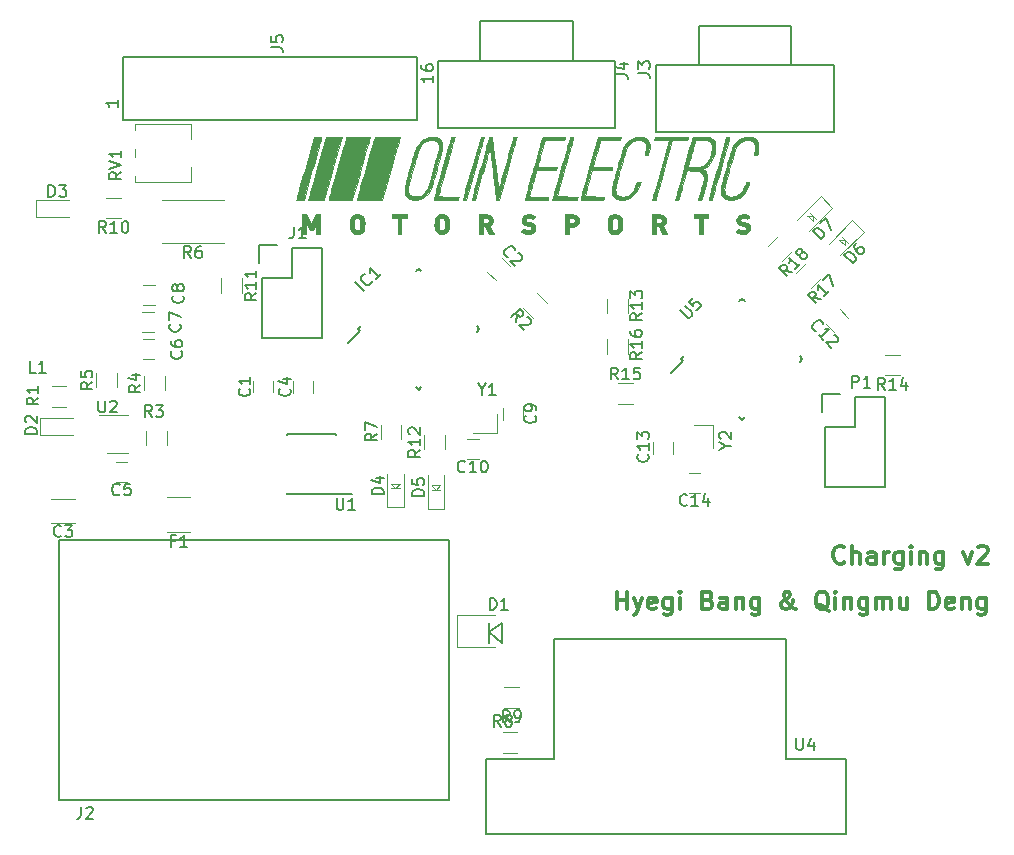
<source format=gbr>
G04 #@! TF.FileFunction,Legend,Top*
%FSLAX46Y46*%
G04 Gerber Fmt 4.6, Leading zero omitted, Abs format (unit mm)*
G04 Created by KiCad (PCBNEW 4.0.7-e2-6376~58~ubuntu16.04.1) date Tue May  1 21:05:29 2018*
%MOMM*%
%LPD*%
G01*
G04 APERTURE LIST*
%ADD10C,0.100000*%
%ADD11C,0.300000*%
%ADD12C,0.010000*%
%ADD13C,0.120000*%
%ADD14C,0.150000*%
%ADD15C,0.200000*%
G04 APERTURE END LIST*
D10*
D11*
X89823177Y-132128651D02*
X89823177Y-130628651D01*
X89823177Y-131342937D02*
X90680320Y-131342937D01*
X90680320Y-132128651D02*
X90680320Y-130628651D01*
X91251749Y-131128651D02*
X91608892Y-132128651D01*
X91966034Y-131128651D02*
X91608892Y-132128651D01*
X91466034Y-132485794D01*
X91394606Y-132557223D01*
X91251749Y-132628651D01*
X93108891Y-132057223D02*
X92966034Y-132128651D01*
X92680320Y-132128651D01*
X92537463Y-132057223D01*
X92466034Y-131914366D01*
X92466034Y-131342937D01*
X92537463Y-131200080D01*
X92680320Y-131128651D01*
X92966034Y-131128651D01*
X93108891Y-131200080D01*
X93180320Y-131342937D01*
X93180320Y-131485794D01*
X92466034Y-131628651D01*
X94466034Y-131128651D02*
X94466034Y-132342937D01*
X94394605Y-132485794D01*
X94323177Y-132557223D01*
X94180320Y-132628651D01*
X93966034Y-132628651D01*
X93823177Y-132557223D01*
X94466034Y-132057223D02*
X94323177Y-132128651D01*
X94037463Y-132128651D01*
X93894605Y-132057223D01*
X93823177Y-131985794D01*
X93751748Y-131842937D01*
X93751748Y-131414366D01*
X93823177Y-131271509D01*
X93894605Y-131200080D01*
X94037463Y-131128651D01*
X94323177Y-131128651D01*
X94466034Y-131200080D01*
X95180320Y-132128651D02*
X95180320Y-131128651D01*
X95180320Y-130628651D02*
X95108891Y-130700080D01*
X95180320Y-130771509D01*
X95251748Y-130700080D01*
X95180320Y-130628651D01*
X95180320Y-130771509D01*
X97537463Y-131342937D02*
X97751749Y-131414366D01*
X97823177Y-131485794D01*
X97894606Y-131628651D01*
X97894606Y-131842937D01*
X97823177Y-131985794D01*
X97751749Y-132057223D01*
X97608891Y-132128651D01*
X97037463Y-132128651D01*
X97037463Y-130628651D01*
X97537463Y-130628651D01*
X97680320Y-130700080D01*
X97751749Y-130771509D01*
X97823177Y-130914366D01*
X97823177Y-131057223D01*
X97751749Y-131200080D01*
X97680320Y-131271509D01*
X97537463Y-131342937D01*
X97037463Y-131342937D01*
X99180320Y-132128651D02*
X99180320Y-131342937D01*
X99108891Y-131200080D01*
X98966034Y-131128651D01*
X98680320Y-131128651D01*
X98537463Y-131200080D01*
X99180320Y-132057223D02*
X99037463Y-132128651D01*
X98680320Y-132128651D01*
X98537463Y-132057223D01*
X98466034Y-131914366D01*
X98466034Y-131771509D01*
X98537463Y-131628651D01*
X98680320Y-131557223D01*
X99037463Y-131557223D01*
X99180320Y-131485794D01*
X99894606Y-131128651D02*
X99894606Y-132128651D01*
X99894606Y-131271509D02*
X99966034Y-131200080D01*
X100108892Y-131128651D01*
X100323177Y-131128651D01*
X100466034Y-131200080D01*
X100537463Y-131342937D01*
X100537463Y-132128651D01*
X101894606Y-131128651D02*
X101894606Y-132342937D01*
X101823177Y-132485794D01*
X101751749Y-132557223D01*
X101608892Y-132628651D01*
X101394606Y-132628651D01*
X101251749Y-132557223D01*
X101894606Y-132057223D02*
X101751749Y-132128651D01*
X101466035Y-132128651D01*
X101323177Y-132057223D01*
X101251749Y-131985794D01*
X101180320Y-131842937D01*
X101180320Y-131414366D01*
X101251749Y-131271509D01*
X101323177Y-131200080D01*
X101466035Y-131128651D01*
X101751749Y-131128651D01*
X101894606Y-131200080D01*
X104966035Y-132128651D02*
X104894606Y-132128651D01*
X104751749Y-132057223D01*
X104537463Y-131842937D01*
X104180320Y-131414366D01*
X104037463Y-131200080D01*
X103966035Y-130985794D01*
X103966035Y-130842937D01*
X104037463Y-130700080D01*
X104180320Y-130628651D01*
X104251749Y-130628651D01*
X104394606Y-130700080D01*
X104466035Y-130842937D01*
X104466035Y-130914366D01*
X104394606Y-131057223D01*
X104323177Y-131128651D01*
X103894606Y-131414366D01*
X103823177Y-131485794D01*
X103751749Y-131628651D01*
X103751749Y-131842937D01*
X103823177Y-131985794D01*
X103894606Y-132057223D01*
X104037463Y-132128651D01*
X104251749Y-132128651D01*
X104394606Y-132057223D01*
X104466035Y-131985794D01*
X104680320Y-131700080D01*
X104751749Y-131485794D01*
X104751749Y-131342937D01*
X107751749Y-132271509D02*
X107608892Y-132200080D01*
X107466035Y-132057223D01*
X107251749Y-131842937D01*
X107108892Y-131771509D01*
X106966035Y-131771509D01*
X107037463Y-132128651D02*
X106894606Y-132057223D01*
X106751749Y-131914366D01*
X106680320Y-131628651D01*
X106680320Y-131128651D01*
X106751749Y-130842937D01*
X106894606Y-130700080D01*
X107037463Y-130628651D01*
X107323177Y-130628651D01*
X107466035Y-130700080D01*
X107608892Y-130842937D01*
X107680320Y-131128651D01*
X107680320Y-131628651D01*
X107608892Y-131914366D01*
X107466035Y-132057223D01*
X107323177Y-132128651D01*
X107037463Y-132128651D01*
X108323178Y-132128651D02*
X108323178Y-131128651D01*
X108323178Y-130628651D02*
X108251749Y-130700080D01*
X108323178Y-130771509D01*
X108394606Y-130700080D01*
X108323178Y-130628651D01*
X108323178Y-130771509D01*
X109037464Y-131128651D02*
X109037464Y-132128651D01*
X109037464Y-131271509D02*
X109108892Y-131200080D01*
X109251750Y-131128651D01*
X109466035Y-131128651D01*
X109608892Y-131200080D01*
X109680321Y-131342937D01*
X109680321Y-132128651D01*
X111037464Y-131128651D02*
X111037464Y-132342937D01*
X110966035Y-132485794D01*
X110894607Y-132557223D01*
X110751750Y-132628651D01*
X110537464Y-132628651D01*
X110394607Y-132557223D01*
X111037464Y-132057223D02*
X110894607Y-132128651D01*
X110608893Y-132128651D01*
X110466035Y-132057223D01*
X110394607Y-131985794D01*
X110323178Y-131842937D01*
X110323178Y-131414366D01*
X110394607Y-131271509D01*
X110466035Y-131200080D01*
X110608893Y-131128651D01*
X110894607Y-131128651D01*
X111037464Y-131200080D01*
X111751750Y-132128651D02*
X111751750Y-131128651D01*
X111751750Y-131271509D02*
X111823178Y-131200080D01*
X111966036Y-131128651D01*
X112180321Y-131128651D01*
X112323178Y-131200080D01*
X112394607Y-131342937D01*
X112394607Y-132128651D01*
X112394607Y-131342937D02*
X112466036Y-131200080D01*
X112608893Y-131128651D01*
X112823178Y-131128651D01*
X112966036Y-131200080D01*
X113037464Y-131342937D01*
X113037464Y-132128651D01*
X114394607Y-131128651D02*
X114394607Y-132128651D01*
X113751750Y-131128651D02*
X113751750Y-131914366D01*
X113823178Y-132057223D01*
X113966036Y-132128651D01*
X114180321Y-132128651D01*
X114323178Y-132057223D01*
X114394607Y-131985794D01*
X116251750Y-132128651D02*
X116251750Y-130628651D01*
X116608893Y-130628651D01*
X116823178Y-130700080D01*
X116966036Y-130842937D01*
X117037464Y-130985794D01*
X117108893Y-131271509D01*
X117108893Y-131485794D01*
X117037464Y-131771509D01*
X116966036Y-131914366D01*
X116823178Y-132057223D01*
X116608893Y-132128651D01*
X116251750Y-132128651D01*
X118323178Y-132057223D02*
X118180321Y-132128651D01*
X117894607Y-132128651D01*
X117751750Y-132057223D01*
X117680321Y-131914366D01*
X117680321Y-131342937D01*
X117751750Y-131200080D01*
X117894607Y-131128651D01*
X118180321Y-131128651D01*
X118323178Y-131200080D01*
X118394607Y-131342937D01*
X118394607Y-131485794D01*
X117680321Y-131628651D01*
X119037464Y-131128651D02*
X119037464Y-132128651D01*
X119037464Y-131271509D02*
X119108892Y-131200080D01*
X119251750Y-131128651D01*
X119466035Y-131128651D01*
X119608892Y-131200080D01*
X119680321Y-131342937D01*
X119680321Y-132128651D01*
X121037464Y-131128651D02*
X121037464Y-132342937D01*
X120966035Y-132485794D01*
X120894607Y-132557223D01*
X120751750Y-132628651D01*
X120537464Y-132628651D01*
X120394607Y-132557223D01*
X121037464Y-132057223D02*
X120894607Y-132128651D01*
X120608893Y-132128651D01*
X120466035Y-132057223D01*
X120394607Y-131985794D01*
X120323178Y-131842937D01*
X120323178Y-131414366D01*
X120394607Y-131271509D01*
X120466035Y-131200080D01*
X120608893Y-131128651D01*
X120894607Y-131128651D01*
X121037464Y-131200080D01*
X109089098Y-128104674D02*
X109017669Y-128176103D01*
X108803383Y-128247531D01*
X108660526Y-128247531D01*
X108446241Y-128176103D01*
X108303383Y-128033246D01*
X108231955Y-127890389D01*
X108160526Y-127604674D01*
X108160526Y-127390389D01*
X108231955Y-127104674D01*
X108303383Y-126961817D01*
X108446241Y-126818960D01*
X108660526Y-126747531D01*
X108803383Y-126747531D01*
X109017669Y-126818960D01*
X109089098Y-126890389D01*
X109731955Y-128247531D02*
X109731955Y-126747531D01*
X110374812Y-128247531D02*
X110374812Y-127461817D01*
X110303383Y-127318960D01*
X110160526Y-127247531D01*
X109946241Y-127247531D01*
X109803383Y-127318960D01*
X109731955Y-127390389D01*
X111731955Y-128247531D02*
X111731955Y-127461817D01*
X111660526Y-127318960D01*
X111517669Y-127247531D01*
X111231955Y-127247531D01*
X111089098Y-127318960D01*
X111731955Y-128176103D02*
X111589098Y-128247531D01*
X111231955Y-128247531D01*
X111089098Y-128176103D01*
X111017669Y-128033246D01*
X111017669Y-127890389D01*
X111089098Y-127747531D01*
X111231955Y-127676103D01*
X111589098Y-127676103D01*
X111731955Y-127604674D01*
X112446241Y-128247531D02*
X112446241Y-127247531D01*
X112446241Y-127533246D02*
X112517669Y-127390389D01*
X112589098Y-127318960D01*
X112731955Y-127247531D01*
X112874812Y-127247531D01*
X114017669Y-127247531D02*
X114017669Y-128461817D01*
X113946240Y-128604674D01*
X113874812Y-128676103D01*
X113731955Y-128747531D01*
X113517669Y-128747531D01*
X113374812Y-128676103D01*
X114017669Y-128176103D02*
X113874812Y-128247531D01*
X113589098Y-128247531D01*
X113446240Y-128176103D01*
X113374812Y-128104674D01*
X113303383Y-127961817D01*
X113303383Y-127533246D01*
X113374812Y-127390389D01*
X113446240Y-127318960D01*
X113589098Y-127247531D01*
X113874812Y-127247531D01*
X114017669Y-127318960D01*
X114731955Y-128247531D02*
X114731955Y-127247531D01*
X114731955Y-126747531D02*
X114660526Y-126818960D01*
X114731955Y-126890389D01*
X114803383Y-126818960D01*
X114731955Y-126747531D01*
X114731955Y-126890389D01*
X115446241Y-127247531D02*
X115446241Y-128247531D01*
X115446241Y-127390389D02*
X115517669Y-127318960D01*
X115660527Y-127247531D01*
X115874812Y-127247531D01*
X116017669Y-127318960D01*
X116089098Y-127461817D01*
X116089098Y-128247531D01*
X117446241Y-127247531D02*
X117446241Y-128461817D01*
X117374812Y-128604674D01*
X117303384Y-128676103D01*
X117160527Y-128747531D01*
X116946241Y-128747531D01*
X116803384Y-128676103D01*
X117446241Y-128176103D02*
X117303384Y-128247531D01*
X117017670Y-128247531D01*
X116874812Y-128176103D01*
X116803384Y-128104674D01*
X116731955Y-127961817D01*
X116731955Y-127533246D01*
X116803384Y-127390389D01*
X116874812Y-127318960D01*
X117017670Y-127247531D01*
X117303384Y-127247531D01*
X117446241Y-127318960D01*
X119160527Y-127247531D02*
X119517670Y-128247531D01*
X119874812Y-127247531D01*
X120374812Y-126890389D02*
X120446241Y-126818960D01*
X120589098Y-126747531D01*
X120946241Y-126747531D01*
X121089098Y-126818960D01*
X121160527Y-126890389D01*
X121231955Y-127033246D01*
X121231955Y-127176103D01*
X121160527Y-127390389D01*
X120303384Y-128247531D01*
X121231955Y-128247531D01*
D12*
G36*
X67955824Y-98686155D02*
X68093937Y-98718293D01*
X68212013Y-98785057D01*
X68301199Y-98867581D01*
X68362791Y-98946725D01*
X68407278Y-99036327D01*
X68436429Y-99144860D01*
X68452017Y-99280795D01*
X68455811Y-99452604D01*
X68452634Y-99592086D01*
X68440255Y-99787855D01*
X68416094Y-99941372D01*
X68376606Y-100060515D01*
X68318247Y-100153161D01*
X68237470Y-100227187D01*
X68140580Y-100285477D01*
X68043456Y-100319325D01*
X67919456Y-100341038D01*
X67790015Y-100348693D01*
X67676567Y-100340366D01*
X67635974Y-100330743D01*
X67493382Y-100259598D01*
X67373620Y-100149294D01*
X67300481Y-100036294D01*
X67276364Y-99985077D01*
X67259174Y-99939171D01*
X67247947Y-99889100D01*
X67241716Y-99825384D01*
X67239518Y-99738548D01*
X67240387Y-99619114D01*
X67243062Y-99472471D01*
X67243196Y-99466281D01*
X67569858Y-99466281D01*
X67573704Y-99594168D01*
X67582643Y-99717273D01*
X67595867Y-99822397D01*
X67612566Y-99896340D01*
X67621628Y-99916961D01*
X67672583Y-99969847D01*
X67746553Y-100017855D01*
X67820042Y-100046888D01*
X67843391Y-100050021D01*
X67887742Y-100039411D01*
X67949114Y-100012994D01*
X67950911Y-100012070D01*
X68009023Y-99974733D01*
X68050760Y-99926702D01*
X68078317Y-99859954D01*
X68093891Y-99766467D01*
X68099678Y-99638218D01*
X68098052Y-99474496D01*
X68089780Y-99131905D01*
X68006829Y-99057852D01*
X67909345Y-98997893D01*
X67811329Y-98984389D01*
X67720838Y-99013725D01*
X67645929Y-99082290D01*
X67594663Y-99186468D01*
X67580684Y-99248954D01*
X67571915Y-99346810D01*
X67569858Y-99466281D01*
X67243196Y-99466281D01*
X67246475Y-99314984D01*
X67250392Y-99199326D01*
X67256128Y-99116528D01*
X67265003Y-99057627D01*
X67278332Y-99013656D01*
X67297434Y-98975649D01*
X67321646Y-98937626D01*
X67419943Y-98819322D01*
X67535990Y-98740871D01*
X67679784Y-98696822D01*
X67785963Y-98684481D01*
X67955824Y-98686155D01*
X67955824Y-98686155D01*
G37*
X67955824Y-98686155D02*
X68093937Y-98718293D01*
X68212013Y-98785057D01*
X68301199Y-98867581D01*
X68362791Y-98946725D01*
X68407278Y-99036327D01*
X68436429Y-99144860D01*
X68452017Y-99280795D01*
X68455811Y-99452604D01*
X68452634Y-99592086D01*
X68440255Y-99787855D01*
X68416094Y-99941372D01*
X68376606Y-100060515D01*
X68318247Y-100153161D01*
X68237470Y-100227187D01*
X68140580Y-100285477D01*
X68043456Y-100319325D01*
X67919456Y-100341038D01*
X67790015Y-100348693D01*
X67676567Y-100340366D01*
X67635974Y-100330743D01*
X67493382Y-100259598D01*
X67373620Y-100149294D01*
X67300481Y-100036294D01*
X67276364Y-99985077D01*
X67259174Y-99939171D01*
X67247947Y-99889100D01*
X67241716Y-99825384D01*
X67239518Y-99738548D01*
X67240387Y-99619114D01*
X67243062Y-99472471D01*
X67243196Y-99466281D01*
X67569858Y-99466281D01*
X67573704Y-99594168D01*
X67582643Y-99717273D01*
X67595867Y-99822397D01*
X67612566Y-99896340D01*
X67621628Y-99916961D01*
X67672583Y-99969847D01*
X67746553Y-100017855D01*
X67820042Y-100046888D01*
X67843391Y-100050021D01*
X67887742Y-100039411D01*
X67949114Y-100012994D01*
X67950911Y-100012070D01*
X68009023Y-99974733D01*
X68050760Y-99926702D01*
X68078317Y-99859954D01*
X68093891Y-99766467D01*
X68099678Y-99638218D01*
X68098052Y-99474496D01*
X68089780Y-99131905D01*
X68006829Y-99057852D01*
X67909345Y-98997893D01*
X67811329Y-98984389D01*
X67720838Y-99013725D01*
X67645929Y-99082290D01*
X67594663Y-99186468D01*
X67580684Y-99248954D01*
X67571915Y-99346810D01*
X67569858Y-99466281D01*
X67243196Y-99466281D01*
X67246475Y-99314984D01*
X67250392Y-99199326D01*
X67256128Y-99116528D01*
X67265003Y-99057627D01*
X67278332Y-99013656D01*
X67297434Y-98975649D01*
X67321646Y-98937626D01*
X67419943Y-98819322D01*
X67535990Y-98740871D01*
X67679784Y-98696822D01*
X67785963Y-98684481D01*
X67955824Y-98686155D01*
G36*
X75154701Y-98695673D02*
X75299367Y-98751784D01*
X75424523Y-98843203D01*
X75506187Y-98944749D01*
X75535943Y-98994716D01*
X75557023Y-99039352D01*
X75571181Y-99088927D01*
X75580173Y-99153711D01*
X75585752Y-99243975D01*
X75589675Y-99369988D01*
X75591425Y-99443580D01*
X75593128Y-99642464D01*
X75586615Y-99799114D01*
X75569859Y-99921718D01*
X75540834Y-100018464D01*
X75497512Y-100097539D01*
X75437866Y-100167130D01*
X75404659Y-100197976D01*
X75258568Y-100294023D01*
X75092152Y-100344650D01*
X74909336Y-100349072D01*
X74772749Y-100324004D01*
X74670781Y-100276709D01*
X74567627Y-100195596D01*
X74477721Y-100095185D01*
X74415495Y-99989998D01*
X74401852Y-99950837D01*
X74388888Y-99868622D01*
X74381110Y-99742492D01*
X74378805Y-99579096D01*
X74379020Y-99562481D01*
X74721191Y-99562481D01*
X74723309Y-99692499D01*
X74728609Y-99782778D01*
X74738744Y-99844353D01*
X74755365Y-99888263D01*
X74774440Y-99918081D01*
X74861168Y-100002110D01*
X74957278Y-100039309D01*
X75055488Y-100029063D01*
X75148517Y-99970756D01*
X75167650Y-99951324D01*
X75205267Y-99901307D01*
X75229483Y-99841667D01*
X75245349Y-99756666D01*
X75253160Y-99684824D01*
X75260874Y-99518869D01*
X75254290Y-99357684D01*
X75234651Y-99217185D01*
X75209707Y-99128652D01*
X75157645Y-99056893D01*
X75075107Y-99004452D01*
X74981970Y-98983896D01*
X74980791Y-98983894D01*
X74919841Y-98997052D01*
X74848709Y-99029051D01*
X74841208Y-99033483D01*
X74795605Y-99068995D01*
X74762641Y-99116742D01*
X74740527Y-99184610D01*
X74727475Y-99280484D01*
X74721695Y-99412249D01*
X74721191Y-99562481D01*
X74379020Y-99562481D01*
X74380435Y-99453459D01*
X74384072Y-99305304D01*
X74388472Y-99197890D01*
X74395319Y-99121164D01*
X74406293Y-99065075D01*
X74423079Y-99019573D01*
X74447357Y-98974604D01*
X74465572Y-98944745D01*
X74567707Y-98824314D01*
X74697027Y-98739191D01*
X74844192Y-98689377D01*
X74999863Y-98674871D01*
X75154701Y-98695673D01*
X75154701Y-98695673D01*
G37*
X75154701Y-98695673D02*
X75299367Y-98751784D01*
X75424523Y-98843203D01*
X75506187Y-98944749D01*
X75535943Y-98994716D01*
X75557023Y-99039352D01*
X75571181Y-99088927D01*
X75580173Y-99153711D01*
X75585752Y-99243975D01*
X75589675Y-99369988D01*
X75591425Y-99443580D01*
X75593128Y-99642464D01*
X75586615Y-99799114D01*
X75569859Y-99921718D01*
X75540834Y-100018464D01*
X75497512Y-100097539D01*
X75437866Y-100167130D01*
X75404659Y-100197976D01*
X75258568Y-100294023D01*
X75092152Y-100344650D01*
X74909336Y-100349072D01*
X74772749Y-100324004D01*
X74670781Y-100276709D01*
X74567627Y-100195596D01*
X74477721Y-100095185D01*
X74415495Y-99989998D01*
X74401852Y-99950837D01*
X74388888Y-99868622D01*
X74381110Y-99742492D01*
X74378805Y-99579096D01*
X74379020Y-99562481D01*
X74721191Y-99562481D01*
X74723309Y-99692499D01*
X74728609Y-99782778D01*
X74738744Y-99844353D01*
X74755365Y-99888263D01*
X74774440Y-99918081D01*
X74861168Y-100002110D01*
X74957278Y-100039309D01*
X75055488Y-100029063D01*
X75148517Y-99970756D01*
X75167650Y-99951324D01*
X75205267Y-99901307D01*
X75229483Y-99841667D01*
X75245349Y-99756666D01*
X75253160Y-99684824D01*
X75260874Y-99518869D01*
X75254290Y-99357684D01*
X75234651Y-99217185D01*
X75209707Y-99128652D01*
X75157645Y-99056893D01*
X75075107Y-99004452D01*
X74981970Y-98983896D01*
X74980791Y-98983894D01*
X74919841Y-98997052D01*
X74848709Y-99029051D01*
X74841208Y-99033483D01*
X74795605Y-99068995D01*
X74762641Y-99116742D01*
X74740527Y-99184610D01*
X74727475Y-99280484D01*
X74721695Y-99412249D01*
X74721191Y-99562481D01*
X74379020Y-99562481D01*
X74380435Y-99453459D01*
X74384072Y-99305304D01*
X74388472Y-99197890D01*
X74395319Y-99121164D01*
X74406293Y-99065075D01*
X74423079Y-99019573D01*
X74447357Y-98974604D01*
X74465572Y-98944745D01*
X74567707Y-98824314D01*
X74697027Y-98739191D01*
X74844192Y-98689377D01*
X74999863Y-98674871D01*
X75154701Y-98695673D01*
G36*
X82527414Y-98692436D02*
X82673207Y-98728350D01*
X82790583Y-98783816D01*
X82857940Y-98841624D01*
X82874704Y-98870404D01*
X82868330Y-98900798D01*
X82833313Y-98944976D01*
X82791948Y-98987483D01*
X82689797Y-99089635D01*
X82591065Y-99036717D01*
X82478114Y-98994767D01*
X82359718Y-98981343D01*
X82251281Y-98996110D01*
X82168206Y-99038729D01*
X82160225Y-99046145D01*
X82108377Y-99116902D01*
X82102712Y-99186179D01*
X82122574Y-99236481D01*
X82144662Y-99267772D01*
X82178750Y-99291665D01*
X82234733Y-99311865D01*
X82322507Y-99332075D01*
X82432863Y-99352626D01*
X82602482Y-99391485D01*
X82728656Y-99442854D01*
X82818219Y-99511982D01*
X82878006Y-99604118D01*
X82914442Y-99722520D01*
X82925552Y-99887203D01*
X82889819Y-100035067D01*
X82809370Y-100161626D01*
X82686333Y-100262394D01*
X82648360Y-100283444D01*
X82546681Y-100318226D01*
X82413659Y-100340242D01*
X82267392Y-100348399D01*
X82125977Y-100341603D01*
X82017122Y-100321602D01*
X81930288Y-100288484D01*
X81844411Y-100241906D01*
X81772218Y-100190501D01*
X81726441Y-100142903D01*
X81716880Y-100117962D01*
X81733879Y-100083740D01*
X81777576Y-100029579D01*
X81816601Y-99988933D01*
X81916323Y-99891558D01*
X81981996Y-99943216D01*
X82092788Y-100003510D01*
X82224618Y-100034901D01*
X82360071Y-100036076D01*
X82481734Y-100005721D01*
X82523330Y-99984021D01*
X82565870Y-99930467D01*
X82581283Y-99854596D01*
X82568078Y-99777945D01*
X82540565Y-99734914D01*
X82507327Y-99703418D01*
X82496115Y-99694965D01*
X82435054Y-99688265D01*
X82342384Y-99671266D01*
X82234151Y-99647698D01*
X82126401Y-99621294D01*
X82035180Y-99595786D01*
X81976534Y-99574907D01*
X81973432Y-99573397D01*
X81877926Y-99498355D01*
X81811798Y-99392146D01*
X81776300Y-99265909D01*
X81772683Y-99130781D01*
X81802201Y-98997899D01*
X81866104Y-98878401D01*
X81891786Y-98847247D01*
X81991333Y-98762772D01*
X82112514Y-98709276D01*
X82264713Y-98683434D01*
X82364580Y-98679805D01*
X82527414Y-98692436D01*
X82527414Y-98692436D01*
G37*
X82527414Y-98692436D02*
X82673207Y-98728350D01*
X82790583Y-98783816D01*
X82857940Y-98841624D01*
X82874704Y-98870404D01*
X82868330Y-98900798D01*
X82833313Y-98944976D01*
X82791948Y-98987483D01*
X82689797Y-99089635D01*
X82591065Y-99036717D01*
X82478114Y-98994767D01*
X82359718Y-98981343D01*
X82251281Y-98996110D01*
X82168206Y-99038729D01*
X82160225Y-99046145D01*
X82108377Y-99116902D01*
X82102712Y-99186179D01*
X82122574Y-99236481D01*
X82144662Y-99267772D01*
X82178750Y-99291665D01*
X82234733Y-99311865D01*
X82322507Y-99332075D01*
X82432863Y-99352626D01*
X82602482Y-99391485D01*
X82728656Y-99442854D01*
X82818219Y-99511982D01*
X82878006Y-99604118D01*
X82914442Y-99722520D01*
X82925552Y-99887203D01*
X82889819Y-100035067D01*
X82809370Y-100161626D01*
X82686333Y-100262394D01*
X82648360Y-100283444D01*
X82546681Y-100318226D01*
X82413659Y-100340242D01*
X82267392Y-100348399D01*
X82125977Y-100341603D01*
X82017122Y-100321602D01*
X81930288Y-100288484D01*
X81844411Y-100241906D01*
X81772218Y-100190501D01*
X81726441Y-100142903D01*
X81716880Y-100117962D01*
X81733879Y-100083740D01*
X81777576Y-100029579D01*
X81816601Y-99988933D01*
X81916323Y-99891558D01*
X81981996Y-99943216D01*
X82092788Y-100003510D01*
X82224618Y-100034901D01*
X82360071Y-100036076D01*
X82481734Y-100005721D01*
X82523330Y-99984021D01*
X82565870Y-99930467D01*
X82581283Y-99854596D01*
X82568078Y-99777945D01*
X82540565Y-99734914D01*
X82507327Y-99703418D01*
X82496115Y-99694965D01*
X82435054Y-99688265D01*
X82342384Y-99671266D01*
X82234151Y-99647698D01*
X82126401Y-99621294D01*
X82035180Y-99595786D01*
X81976534Y-99574907D01*
X81973432Y-99573397D01*
X81877926Y-99498355D01*
X81811798Y-99392146D01*
X81776300Y-99265909D01*
X81772683Y-99130781D01*
X81802201Y-98997899D01*
X81866104Y-98878401D01*
X81891786Y-98847247D01*
X81991333Y-98762772D01*
X82112514Y-98709276D01*
X82264713Y-98683434D01*
X82364580Y-98679805D01*
X82527414Y-98692436D01*
G36*
X89839548Y-98699618D02*
X89992404Y-98758251D01*
X90113254Y-98856200D01*
X90202406Y-98993651D01*
X90213804Y-99019452D01*
X90237379Y-99104829D01*
X90255505Y-99226961D01*
X90267469Y-99372022D01*
X90272558Y-99526188D01*
X90270060Y-99675634D01*
X90259262Y-99806537D01*
X90255667Y-99831694D01*
X90212666Y-100000904D01*
X90140378Y-100133059D01*
X90034235Y-100235486D01*
X89983248Y-100268623D01*
X89858555Y-100319649D01*
X89711255Y-100346751D01*
X89562482Y-100347932D01*
X89433370Y-100321194D01*
X89432078Y-100320715D01*
X89278886Y-100238886D01*
X89160216Y-100122313D01*
X89105048Y-100032240D01*
X89081837Y-99980522D01*
X89065569Y-99929468D01*
X89055011Y-99868726D01*
X89048933Y-99787946D01*
X89046104Y-99676776D01*
X89045883Y-99636430D01*
X89390173Y-99636430D01*
X89397980Y-99770437D01*
X89417023Y-99868512D01*
X89449299Y-99937831D01*
X89496805Y-99985567D01*
X89545479Y-100012332D01*
X89612018Y-100039425D01*
X89657570Y-100046561D01*
X89707306Y-100033869D01*
X89757709Y-100013414D01*
X89821008Y-99976639D01*
X89866465Y-99922320D01*
X89896568Y-99842898D01*
X89913807Y-99730816D01*
X89920668Y-99578516D01*
X89921080Y-99517200D01*
X89916864Y-99350595D01*
X89904482Y-99226268D01*
X89885663Y-99151403D01*
X89822221Y-99053648D01*
X89736679Y-98997448D01*
X89638557Y-98985017D01*
X89537375Y-99018566D01*
X89483330Y-99057900D01*
X89400380Y-99132000D01*
X89391607Y-99459318D01*
X89390173Y-99636430D01*
X89045883Y-99636430D01*
X89045298Y-99529900D01*
X89047074Y-99349095D01*
X89054338Y-99209657D01*
X89069160Y-99102265D01*
X89093608Y-99017601D01*
X89129752Y-98946345D01*
X89179660Y-98879179D01*
X89193300Y-98863334D01*
X89302244Y-98766917D01*
X89431189Y-98707691D01*
X89589531Y-98681921D01*
X89654380Y-98680115D01*
X89839548Y-98699618D01*
X89839548Y-98699618D01*
G37*
X89839548Y-98699618D02*
X89992404Y-98758251D01*
X90113254Y-98856200D01*
X90202406Y-98993651D01*
X90213804Y-99019452D01*
X90237379Y-99104829D01*
X90255505Y-99226961D01*
X90267469Y-99372022D01*
X90272558Y-99526188D01*
X90270060Y-99675634D01*
X90259262Y-99806537D01*
X90255667Y-99831694D01*
X90212666Y-100000904D01*
X90140378Y-100133059D01*
X90034235Y-100235486D01*
X89983248Y-100268623D01*
X89858555Y-100319649D01*
X89711255Y-100346751D01*
X89562482Y-100347932D01*
X89433370Y-100321194D01*
X89432078Y-100320715D01*
X89278886Y-100238886D01*
X89160216Y-100122313D01*
X89105048Y-100032240D01*
X89081837Y-99980522D01*
X89065569Y-99929468D01*
X89055011Y-99868726D01*
X89048933Y-99787946D01*
X89046104Y-99676776D01*
X89045883Y-99636430D01*
X89390173Y-99636430D01*
X89397980Y-99770437D01*
X89417023Y-99868512D01*
X89449299Y-99937831D01*
X89496805Y-99985567D01*
X89545479Y-100012332D01*
X89612018Y-100039425D01*
X89657570Y-100046561D01*
X89707306Y-100033869D01*
X89757709Y-100013414D01*
X89821008Y-99976639D01*
X89866465Y-99922320D01*
X89896568Y-99842898D01*
X89913807Y-99730816D01*
X89920668Y-99578516D01*
X89921080Y-99517200D01*
X89916864Y-99350595D01*
X89904482Y-99226268D01*
X89885663Y-99151403D01*
X89822221Y-99053648D01*
X89736679Y-98997448D01*
X89638557Y-98985017D01*
X89537375Y-99018566D01*
X89483330Y-99057900D01*
X89400380Y-99132000D01*
X89391607Y-99459318D01*
X89390173Y-99636430D01*
X89045883Y-99636430D01*
X89045298Y-99529900D01*
X89047074Y-99349095D01*
X89054338Y-99209657D01*
X89069160Y-99102265D01*
X89093608Y-99017601D01*
X89129752Y-98946345D01*
X89179660Y-98879179D01*
X89193300Y-98863334D01*
X89302244Y-98766917D01*
X89431189Y-98707691D01*
X89589531Y-98681921D01*
X89654380Y-98680115D01*
X89839548Y-98699618D01*
G36*
X100722433Y-98691392D02*
X100782752Y-98704161D01*
X100867406Y-98737805D01*
X100948025Y-98781008D01*
X101011366Y-98825395D01*
X101044187Y-98862594D01*
X101046106Y-98870695D01*
X101029313Y-98902187D01*
X100986081Y-98954109D01*
X100949990Y-98991314D01*
X100853700Y-99085338D01*
X100754119Y-99034569D01*
X100638022Y-98992430D01*
X100524461Y-98980754D01*
X100422997Y-98997016D01*
X100343192Y-99038690D01*
X100294607Y-99103251D01*
X100284280Y-99158652D01*
X100295737Y-99221513D01*
X100334504Y-99269705D01*
X100407170Y-99307254D01*
X100520328Y-99338184D01*
X100604483Y-99354227D01*
X100768709Y-99390251D01*
X100890299Y-99436598D01*
X100977110Y-99498020D01*
X101036999Y-99579269D01*
X101059552Y-99629464D01*
X101095357Y-99784846D01*
X101087173Y-99936573D01*
X101038244Y-100075546D01*
X100951814Y-100192662D01*
X100831125Y-100278819D01*
X100827516Y-100280586D01*
X100715691Y-100318000D01*
X100574610Y-100341523D01*
X100424315Y-100349532D01*
X100284846Y-100340404D01*
X100226735Y-100329235D01*
X100123619Y-100295291D01*
X100022250Y-100248672D01*
X99940288Y-100198331D01*
X99903822Y-100165553D01*
X99889323Y-100138082D01*
X99897769Y-100106439D01*
X99934650Y-100059520D01*
X99979484Y-100012495D01*
X100089304Y-99900597D01*
X100156839Y-99948686D01*
X100256647Y-99999237D01*
X100379164Y-100032953D01*
X100499505Y-100044157D01*
X100553388Y-100039123D01*
X100638963Y-100007501D01*
X100711885Y-99953651D01*
X100757984Y-99890035D01*
X100766880Y-99851368D01*
X100752628Y-99784667D01*
X100706074Y-99733688D01*
X100621523Y-99694867D01*
X100493276Y-99664639D01*
X100459316Y-99658898D01*
X100285294Y-99622907D01*
X100154703Y-99575382D01*
X100060642Y-99511672D01*
X99996209Y-99427125D01*
X99955001Y-99318972D01*
X99936000Y-99158490D01*
X99963979Y-99008627D01*
X100036298Y-98876591D01*
X100150314Y-98769594D01*
X100158221Y-98764261D01*
X100222322Y-98727365D01*
X100289094Y-98704374D01*
X100375580Y-98690953D01*
X100473536Y-98684026D01*
X100608611Y-98682369D01*
X100722433Y-98691392D01*
X100722433Y-98691392D01*
G37*
X100722433Y-98691392D02*
X100782752Y-98704161D01*
X100867406Y-98737805D01*
X100948025Y-98781008D01*
X101011366Y-98825395D01*
X101044187Y-98862594D01*
X101046106Y-98870695D01*
X101029313Y-98902187D01*
X100986081Y-98954109D01*
X100949990Y-98991314D01*
X100853700Y-99085338D01*
X100754119Y-99034569D01*
X100638022Y-98992430D01*
X100524461Y-98980754D01*
X100422997Y-98997016D01*
X100343192Y-99038690D01*
X100294607Y-99103251D01*
X100284280Y-99158652D01*
X100295737Y-99221513D01*
X100334504Y-99269705D01*
X100407170Y-99307254D01*
X100520328Y-99338184D01*
X100604483Y-99354227D01*
X100768709Y-99390251D01*
X100890299Y-99436598D01*
X100977110Y-99498020D01*
X101036999Y-99579269D01*
X101059552Y-99629464D01*
X101095357Y-99784846D01*
X101087173Y-99936573D01*
X101038244Y-100075546D01*
X100951814Y-100192662D01*
X100831125Y-100278819D01*
X100827516Y-100280586D01*
X100715691Y-100318000D01*
X100574610Y-100341523D01*
X100424315Y-100349532D01*
X100284846Y-100340404D01*
X100226735Y-100329235D01*
X100123619Y-100295291D01*
X100022250Y-100248672D01*
X99940288Y-100198331D01*
X99903822Y-100165553D01*
X99889323Y-100138082D01*
X99897769Y-100106439D01*
X99934650Y-100059520D01*
X99979484Y-100012495D01*
X100089304Y-99900597D01*
X100156839Y-99948686D01*
X100256647Y-99999237D01*
X100379164Y-100032953D01*
X100499505Y-100044157D01*
X100553388Y-100039123D01*
X100638963Y-100007501D01*
X100711885Y-99953651D01*
X100757984Y-99890035D01*
X100766880Y-99851368D01*
X100752628Y-99784667D01*
X100706074Y-99733688D01*
X100621523Y-99694867D01*
X100493276Y-99664639D01*
X100459316Y-99658898D01*
X100285294Y-99622907D01*
X100154703Y-99575382D01*
X100060642Y-99511672D01*
X99996209Y-99427125D01*
X99955001Y-99318972D01*
X99936000Y-99158490D01*
X99963979Y-99008627D01*
X100036298Y-98876591D01*
X100150314Y-98769594D01*
X100158221Y-98764261D01*
X100222322Y-98727365D01*
X100289094Y-98704374D01*
X100375580Y-98690953D01*
X100473536Y-98684026D01*
X100608611Y-98682369D01*
X100722433Y-98691392D01*
G36*
X63743126Y-99110075D02*
X63952348Y-99541150D01*
X64364580Y-98679000D01*
X64698880Y-98679000D01*
X64698880Y-100330000D01*
X64368680Y-100330000D01*
X64365728Y-99428300D01*
X64221674Y-99714050D01*
X64077619Y-99999800D01*
X63821540Y-99999800D01*
X63677485Y-99714050D01*
X63533431Y-99428300D01*
X63531955Y-99879150D01*
X63530480Y-100330000D01*
X63200280Y-100330000D01*
X63200280Y-98679000D01*
X63533903Y-98679000D01*
X63743126Y-99110075D01*
X63743126Y-99110075D01*
G37*
X63743126Y-99110075D02*
X63952348Y-99541150D01*
X64364580Y-98679000D01*
X64698880Y-98679000D01*
X64698880Y-100330000D01*
X64368680Y-100330000D01*
X64365728Y-99428300D01*
X64221674Y-99714050D01*
X64077619Y-99999800D01*
X63821540Y-99999800D01*
X63677485Y-99714050D01*
X63533431Y-99428300D01*
X63531955Y-99879150D01*
X63530480Y-100330000D01*
X63200280Y-100330000D01*
X63200280Y-98679000D01*
X63533903Y-98679000D01*
X63743126Y-99110075D01*
G36*
X72014080Y-98983800D02*
X71582280Y-98983800D01*
X71582280Y-100330000D01*
X71252080Y-100330000D01*
X71252080Y-98983800D01*
X70820280Y-98983800D01*
X70820280Y-98679000D01*
X72014080Y-98679000D01*
X72014080Y-98983800D01*
X72014080Y-98983800D01*
G37*
X72014080Y-98983800D02*
X71582280Y-98983800D01*
X71582280Y-100330000D01*
X71252080Y-100330000D01*
X71252080Y-98983800D01*
X70820280Y-98983800D01*
X70820280Y-98679000D01*
X72014080Y-98679000D01*
X72014080Y-98983800D01*
G36*
X78484730Y-98679605D02*
X78622106Y-98681460D01*
X78749546Y-98686103D01*
X78854177Y-98692868D01*
X78923127Y-98701092D01*
X78930533Y-98702625D01*
X79074898Y-98760059D01*
X79189861Y-98853974D01*
X79270740Y-98976470D01*
X79312858Y-99119650D01*
X79311533Y-99275614D01*
X79300950Y-99327811D01*
X79267289Y-99412580D01*
X79214123Y-99496548D01*
X79152079Y-99566852D01*
X79091783Y-99610623D01*
X79060607Y-99618800D01*
X79052791Y-99634392D01*
X79067065Y-99683163D01*
X79104671Y-99768108D01*
X79166848Y-99892220D01*
X79201153Y-99957815D01*
X79263492Y-100076974D01*
X79316378Y-100180056D01*
X79355673Y-100258836D01*
X79377238Y-100305089D01*
X79380080Y-100313415D01*
X79356706Y-100321180D01*
X79294670Y-100326999D01*
X79206104Y-100329863D01*
X79180560Y-100330000D01*
X78981041Y-100330000D01*
X78831310Y-100012785D01*
X78681580Y-99695571D01*
X78573630Y-99695285D01*
X78465680Y-99695000D01*
X78465680Y-100330000D01*
X78135480Y-100330000D01*
X78135480Y-99390200D01*
X78465680Y-99390200D01*
X78657334Y-99390200D01*
X78759297Y-99388301D01*
X78825279Y-99380191D01*
X78870033Y-99362249D01*
X78908311Y-99330853D01*
X78911334Y-99327854D01*
X78963566Y-99247005D01*
X78965612Y-99161211D01*
X78917428Y-99073674D01*
X78914815Y-99070599D01*
X78878446Y-99034756D01*
X78835765Y-99012502D01*
X78772463Y-98999277D01*
X78674232Y-98990520D01*
X78660815Y-98989642D01*
X78465680Y-98977119D01*
X78465680Y-99390200D01*
X78135480Y-99390200D01*
X78135480Y-98679000D01*
X78484730Y-98679605D01*
X78484730Y-98679605D01*
G37*
X78484730Y-98679605D02*
X78622106Y-98681460D01*
X78749546Y-98686103D01*
X78854177Y-98692868D01*
X78923127Y-98701092D01*
X78930533Y-98702625D01*
X79074898Y-98760059D01*
X79189861Y-98853974D01*
X79270740Y-98976470D01*
X79312858Y-99119650D01*
X79311533Y-99275614D01*
X79300950Y-99327811D01*
X79267289Y-99412580D01*
X79214123Y-99496548D01*
X79152079Y-99566852D01*
X79091783Y-99610623D01*
X79060607Y-99618800D01*
X79052791Y-99634392D01*
X79067065Y-99683163D01*
X79104671Y-99768108D01*
X79166848Y-99892220D01*
X79201153Y-99957815D01*
X79263492Y-100076974D01*
X79316378Y-100180056D01*
X79355673Y-100258836D01*
X79377238Y-100305089D01*
X79380080Y-100313415D01*
X79356706Y-100321180D01*
X79294670Y-100326999D01*
X79206104Y-100329863D01*
X79180560Y-100330000D01*
X78981041Y-100330000D01*
X78831310Y-100012785D01*
X78681580Y-99695571D01*
X78573630Y-99695285D01*
X78465680Y-99695000D01*
X78465680Y-100330000D01*
X78135480Y-100330000D01*
X78135480Y-99390200D01*
X78465680Y-99390200D01*
X78657334Y-99390200D01*
X78759297Y-99388301D01*
X78825279Y-99380191D01*
X78870033Y-99362249D01*
X78908311Y-99330853D01*
X78911334Y-99327854D01*
X78963566Y-99247005D01*
X78965612Y-99161211D01*
X78917428Y-99073674D01*
X78914815Y-99070599D01*
X78878446Y-99034756D01*
X78835765Y-99012502D01*
X78772463Y-98999277D01*
X78674232Y-98990520D01*
X78660815Y-98989642D01*
X78465680Y-98977119D01*
X78465680Y-99390200D01*
X78135480Y-99390200D01*
X78135480Y-98679000D01*
X78484730Y-98679605D01*
G36*
X85787230Y-98679141D02*
X85965959Y-98681170D01*
X86103629Y-98688197D01*
X86209872Y-98701874D01*
X86294317Y-98723852D01*
X86366596Y-98755781D01*
X86418867Y-98787420D01*
X86509168Y-98875527D01*
X86575376Y-98996182D01*
X86613559Y-99135305D01*
X86619784Y-99278816D01*
X86592064Y-99407596D01*
X86518367Y-99535415D01*
X86406495Y-99629768D01*
X86256425Y-99690665D01*
X86068131Y-99718121D01*
X86003130Y-99719842D01*
X85780880Y-99720400D01*
X85780880Y-100330000D01*
X85425280Y-100330000D01*
X85425280Y-98983800D01*
X85780880Y-98983800D01*
X85780880Y-99415600D01*
X85955254Y-99415600D01*
X86062446Y-99411614D01*
X86134707Y-99397487D01*
X86187437Y-99369964D01*
X86193700Y-99365201D01*
X86258825Y-99286916D01*
X86276384Y-99195999D01*
X86252090Y-99113334D01*
X86191247Y-99044275D01*
X86092213Y-99001662D01*
X85951982Y-98984335D01*
X85916789Y-98983800D01*
X85780880Y-98983800D01*
X85425280Y-98983800D01*
X85425280Y-98679000D01*
X85787230Y-98679141D01*
X85787230Y-98679141D01*
G37*
X85787230Y-98679141D02*
X85965959Y-98681170D01*
X86103629Y-98688197D01*
X86209872Y-98701874D01*
X86294317Y-98723852D01*
X86366596Y-98755781D01*
X86418867Y-98787420D01*
X86509168Y-98875527D01*
X86575376Y-98996182D01*
X86613559Y-99135305D01*
X86619784Y-99278816D01*
X86592064Y-99407596D01*
X86518367Y-99535415D01*
X86406495Y-99629768D01*
X86256425Y-99690665D01*
X86068131Y-99718121D01*
X86003130Y-99719842D01*
X85780880Y-99720400D01*
X85780880Y-100330000D01*
X85425280Y-100330000D01*
X85425280Y-98983800D01*
X85780880Y-98983800D01*
X85780880Y-99415600D01*
X85955254Y-99415600D01*
X86062446Y-99411614D01*
X86134707Y-99397487D01*
X86187437Y-99369964D01*
X86193700Y-99365201D01*
X86258825Y-99286916D01*
X86276384Y-99195999D01*
X86252090Y-99113334D01*
X86191247Y-99044275D01*
X86092213Y-99001662D01*
X85951982Y-98984335D01*
X85916789Y-98983800D01*
X85780880Y-98983800D01*
X85425280Y-98983800D01*
X85425280Y-98679000D01*
X85787230Y-98679141D01*
G36*
X93153230Y-98679141D02*
X93339109Y-98681620D01*
X93483389Y-98690003D01*
X93595092Y-98705955D01*
X93683243Y-98731142D01*
X93756863Y-98767229D01*
X93803694Y-98799195D01*
X93893219Y-98896356D01*
X93954269Y-99023305D01*
X93983300Y-99165570D01*
X93976770Y-99308678D01*
X93950433Y-99398551D01*
X93907716Y-99468302D01*
X93843095Y-99541116D01*
X93773582Y-99599702D01*
X93728859Y-99623773D01*
X93728578Y-99649238D01*
X93752163Y-99714207D01*
X93797767Y-99814376D01*
X93863541Y-99945439D01*
X93882539Y-99981802D01*
X94065715Y-100330000D01*
X93651392Y-100330000D01*
X93347638Y-99695000D01*
X93146880Y-99695000D01*
X93146880Y-100330000D01*
X92791280Y-100330000D01*
X92791280Y-98983800D01*
X93146880Y-98983800D01*
X93146880Y-99390200D01*
X93331030Y-99389392D01*
X93440964Y-99384097D01*
X93522754Y-99370519D01*
X93558631Y-99355572D01*
X93618272Y-99282174D01*
X93637728Y-99192496D01*
X93617465Y-99112126D01*
X93556094Y-99043378D01*
X93455446Y-99001045D01*
X93313097Y-98984197D01*
X93282789Y-98983800D01*
X93146880Y-98983800D01*
X92791280Y-98983800D01*
X92791280Y-98679000D01*
X93153230Y-98679141D01*
X93153230Y-98679141D01*
G37*
X93153230Y-98679141D02*
X93339109Y-98681620D01*
X93483389Y-98690003D01*
X93595092Y-98705955D01*
X93683243Y-98731142D01*
X93756863Y-98767229D01*
X93803694Y-98799195D01*
X93893219Y-98896356D01*
X93954269Y-99023305D01*
X93983300Y-99165570D01*
X93976770Y-99308678D01*
X93950433Y-99398551D01*
X93907716Y-99468302D01*
X93843095Y-99541116D01*
X93773582Y-99599702D01*
X93728859Y-99623773D01*
X93728578Y-99649238D01*
X93752163Y-99714207D01*
X93797767Y-99814376D01*
X93863541Y-99945439D01*
X93882539Y-99981802D01*
X94065715Y-100330000D01*
X93651392Y-100330000D01*
X93347638Y-99695000D01*
X93146880Y-99695000D01*
X93146880Y-100330000D01*
X92791280Y-100330000D01*
X92791280Y-98983800D01*
X93146880Y-98983800D01*
X93146880Y-99390200D01*
X93331030Y-99389392D01*
X93440964Y-99384097D01*
X93522754Y-99370519D01*
X93558631Y-99355572D01*
X93618272Y-99282174D01*
X93637728Y-99192496D01*
X93617465Y-99112126D01*
X93556094Y-99043378D01*
X93455446Y-99001045D01*
X93313097Y-98984197D01*
X93282789Y-98983800D01*
X93146880Y-98983800D01*
X92791280Y-98983800D01*
X92791280Y-98679000D01*
X93153230Y-98679141D01*
G36*
X97566480Y-98983800D02*
X97134680Y-98983800D01*
X97134680Y-100330000D01*
X96779080Y-100330000D01*
X96779080Y-98983800D01*
X96372680Y-98983800D01*
X96372680Y-98679000D01*
X97566480Y-98679000D01*
X97566480Y-98983800D01*
X97566480Y-98983800D01*
G37*
X97566480Y-98983800D02*
X97134680Y-98983800D01*
X97134680Y-100330000D01*
X96779080Y-100330000D01*
X96779080Y-98983800D01*
X96372680Y-98983800D01*
X96372680Y-98679000D01*
X97566480Y-98679000D01*
X97566480Y-98983800D01*
G36*
X64631690Y-92126107D02*
X64716840Y-92128099D01*
X64767561Y-92133380D01*
X64792038Y-92143556D01*
X64798456Y-92160232D01*
X64795400Y-92182949D01*
X64787034Y-92214691D01*
X64765583Y-92292008D01*
X64731973Y-92411645D01*
X64687129Y-92570348D01*
X64631977Y-92764863D01*
X64567444Y-92991934D01*
X64494454Y-93248308D01*
X64413935Y-93530730D01*
X64326810Y-93835946D01*
X64234007Y-94160700D01*
X64136451Y-94501738D01*
X64036789Y-94849797D01*
X63289180Y-97459495D01*
X62979244Y-97459647D01*
X62669309Y-97459800D01*
X62701877Y-97351584D01*
X62713251Y-97312646D01*
X62737648Y-97228249D01*
X62774098Y-97101769D01*
X62821631Y-96936582D01*
X62879277Y-96736064D01*
X62946068Y-96503590D01*
X63021033Y-96242537D01*
X63103202Y-95956280D01*
X63191606Y-95648196D01*
X63285275Y-95321661D01*
X63383240Y-94980050D01*
X63467948Y-94684584D01*
X64201451Y-92125800D01*
X64503926Y-92125800D01*
X64631690Y-92126107D01*
X64631690Y-92126107D01*
G37*
X64631690Y-92126107D02*
X64716840Y-92128099D01*
X64767561Y-92133380D01*
X64792038Y-92143556D01*
X64798456Y-92160232D01*
X64795400Y-92182949D01*
X64787034Y-92214691D01*
X64765583Y-92292008D01*
X64731973Y-92411645D01*
X64687129Y-92570348D01*
X64631977Y-92764863D01*
X64567444Y-92991934D01*
X64494454Y-93248308D01*
X64413935Y-93530730D01*
X64326810Y-93835946D01*
X64234007Y-94160700D01*
X64136451Y-94501738D01*
X64036789Y-94849797D01*
X63289180Y-97459495D01*
X62979244Y-97459647D01*
X62669309Y-97459800D01*
X62701877Y-97351584D01*
X62713251Y-97312646D01*
X62737648Y-97228249D01*
X62774098Y-97101769D01*
X62821631Y-96936582D01*
X62879277Y-96736064D01*
X62946068Y-96503590D01*
X63021033Y-96242537D01*
X63103202Y-95956280D01*
X63191606Y-95648196D01*
X63285275Y-95321661D01*
X63383240Y-94980050D01*
X63467948Y-94684584D01*
X64201451Y-92125800D01*
X64503926Y-92125800D01*
X64631690Y-92126107D01*
G36*
X66344094Y-92129684D02*
X66424587Y-92132080D01*
X66476717Y-92136567D01*
X66506092Y-92143478D01*
X66518320Y-92153147D01*
X66519010Y-92165907D01*
X66517978Y-92169817D01*
X66509248Y-92200055D01*
X66487504Y-92275790D01*
X66453703Y-92393680D01*
X66408802Y-92550379D01*
X66353758Y-92742545D01*
X66289530Y-92966834D01*
X66217074Y-93219903D01*
X66137348Y-93498408D01*
X66051309Y-93799006D01*
X65959915Y-94118353D01*
X65864123Y-94453106D01*
X65803265Y-94665800D01*
X65704313Y-95011596D01*
X65608524Y-95346264D01*
X65516922Y-95666227D01*
X65430531Y-95967911D01*
X65350376Y-96247742D01*
X65277482Y-96502144D01*
X65212871Y-96727543D01*
X65157570Y-96920364D01*
X65112602Y-97077032D01*
X65078991Y-97193973D01*
X65057763Y-97267611D01*
X65051740Y-97288350D01*
X65001528Y-97459800D01*
X64354904Y-97459800D01*
X64147643Y-97459251D01*
X63986559Y-97457454D01*
X63867039Y-97454182D01*
X63784470Y-97449208D01*
X63734241Y-97442305D01*
X63711737Y-97433245D01*
X63709429Y-97428050D01*
X63716465Y-97399825D01*
X63736651Y-97325984D01*
X63769076Y-97209726D01*
X63812832Y-97054252D01*
X63867008Y-96862760D01*
X63930696Y-96638450D01*
X64002984Y-96384522D01*
X64082963Y-96104175D01*
X64169724Y-95800609D01*
X64262357Y-95477023D01*
X64359951Y-95136617D01*
X64461598Y-94782591D01*
X64465963Y-94767400D01*
X65221346Y-92138500D01*
X65876362Y-92131717D01*
X66075590Y-92129836D01*
X66229631Y-92129047D01*
X66344094Y-92129684D01*
X66344094Y-92129684D01*
G37*
X66344094Y-92129684D02*
X66424587Y-92132080D01*
X66476717Y-92136567D01*
X66506092Y-92143478D01*
X66518320Y-92153147D01*
X66519010Y-92165907D01*
X66517978Y-92169817D01*
X66509248Y-92200055D01*
X66487504Y-92275790D01*
X66453703Y-92393680D01*
X66408802Y-92550379D01*
X66353758Y-92742545D01*
X66289530Y-92966834D01*
X66217074Y-93219903D01*
X66137348Y-93498408D01*
X66051309Y-93799006D01*
X65959915Y-94118353D01*
X65864123Y-94453106D01*
X65803265Y-94665800D01*
X65704313Y-95011596D01*
X65608524Y-95346264D01*
X65516922Y-95666227D01*
X65430531Y-95967911D01*
X65350376Y-96247742D01*
X65277482Y-96502144D01*
X65212871Y-96727543D01*
X65157570Y-96920364D01*
X65112602Y-97077032D01*
X65078991Y-97193973D01*
X65057763Y-97267611D01*
X65051740Y-97288350D01*
X65001528Y-97459800D01*
X64354904Y-97459800D01*
X64147643Y-97459251D01*
X63986559Y-97457454D01*
X63867039Y-97454182D01*
X63784470Y-97449208D01*
X63734241Y-97442305D01*
X63711737Y-97433245D01*
X63709429Y-97428050D01*
X63716465Y-97399825D01*
X63736651Y-97325984D01*
X63769076Y-97209726D01*
X63812832Y-97054252D01*
X63867008Y-96862760D01*
X63930696Y-96638450D01*
X64002984Y-96384522D01*
X64082963Y-96104175D01*
X64169724Y-95800609D01*
X64262357Y-95477023D01*
X64359951Y-95136617D01*
X64461598Y-94782591D01*
X64465963Y-94767400D01*
X65221346Y-92138500D01*
X65876362Y-92131717D01*
X66075590Y-92129836D01*
X66229631Y-92129047D01*
X66344094Y-92129684D01*
G36*
X68177159Y-92125911D02*
X68381719Y-92126384D01*
X68544661Y-92127428D01*
X68670578Y-92129251D01*
X68764059Y-92132061D01*
X68829697Y-92136067D01*
X68872082Y-92141478D01*
X68895807Y-92148502D01*
X68905461Y-92157348D01*
X68905637Y-92168223D01*
X68905066Y-92170250D01*
X68896342Y-92200281D01*
X68874569Y-92275895D01*
X68840679Y-92393836D01*
X68795607Y-92550849D01*
X68740286Y-92743679D01*
X68675649Y-92969071D01*
X68602629Y-93223769D01*
X68522161Y-93504518D01*
X68435177Y-93808063D01*
X68342610Y-94131148D01*
X68245395Y-94470519D01*
X68153090Y-94792800D01*
X68052438Y-95144227D01*
X67955584Y-95482351D01*
X67863460Y-95803915D01*
X67777001Y-96105664D01*
X67697138Y-96384342D01*
X67624805Y-96636696D01*
X67560935Y-96859469D01*
X67506462Y-97049406D01*
X67462319Y-97203253D01*
X67429438Y-97317753D01*
X67408752Y-97389652D01*
X67401303Y-97415350D01*
X67395053Y-97426613D01*
X67380639Y-97435804D01*
X67353337Y-97443131D01*
X67308425Y-97448804D01*
X67241178Y-97453031D01*
X67146875Y-97456021D01*
X67020791Y-97457984D01*
X66858204Y-97459129D01*
X66654390Y-97459664D01*
X66404626Y-97459799D01*
X66397256Y-97459800D01*
X66146732Y-97459688D01*
X65942414Y-97459214D01*
X65779710Y-97458169D01*
X65654026Y-97456343D01*
X65560769Y-97453528D01*
X65495347Y-97449515D01*
X65453165Y-97444093D01*
X65429632Y-97437055D01*
X65420153Y-97428191D01*
X65420136Y-97417293D01*
X65420704Y-97415350D01*
X65430418Y-97382388D01*
X65452807Y-97305117D01*
X65486770Y-97187379D01*
X65531204Y-97033015D01*
X65585010Y-96845869D01*
X65647087Y-96629781D01*
X65716333Y-96388596D01*
X65791648Y-96126153D01*
X65871930Y-95846297D01*
X65956080Y-95552869D01*
X66042994Y-95249710D01*
X66131574Y-94940664D01*
X66220718Y-94629573D01*
X66309324Y-94320278D01*
X66396292Y-94016623D01*
X66480522Y-93722448D01*
X66560911Y-93441597D01*
X66636360Y-93177911D01*
X66705767Y-92935233D01*
X66768031Y-92717404D01*
X66822051Y-92528268D01*
X66866726Y-92371666D01*
X66900956Y-92251440D01*
X66923639Y-92171433D01*
X66933675Y-92135486D01*
X66934080Y-92133841D01*
X66958573Y-92132067D01*
X67028425Y-92130429D01*
X67138197Y-92128970D01*
X67282446Y-92127735D01*
X67455733Y-92126768D01*
X67652618Y-92126113D01*
X67867658Y-92125814D01*
X67926391Y-92125800D01*
X68177159Y-92125911D01*
X68177159Y-92125911D01*
G37*
X68177159Y-92125911D02*
X68381719Y-92126384D01*
X68544661Y-92127428D01*
X68670578Y-92129251D01*
X68764059Y-92132061D01*
X68829697Y-92136067D01*
X68872082Y-92141478D01*
X68895807Y-92148502D01*
X68905461Y-92157348D01*
X68905637Y-92168223D01*
X68905066Y-92170250D01*
X68896342Y-92200281D01*
X68874569Y-92275895D01*
X68840679Y-92393836D01*
X68795607Y-92550849D01*
X68740286Y-92743679D01*
X68675649Y-92969071D01*
X68602629Y-93223769D01*
X68522161Y-93504518D01*
X68435177Y-93808063D01*
X68342610Y-94131148D01*
X68245395Y-94470519D01*
X68153090Y-94792800D01*
X68052438Y-95144227D01*
X67955584Y-95482351D01*
X67863460Y-95803915D01*
X67777001Y-96105664D01*
X67697138Y-96384342D01*
X67624805Y-96636696D01*
X67560935Y-96859469D01*
X67506462Y-97049406D01*
X67462319Y-97203253D01*
X67429438Y-97317753D01*
X67408752Y-97389652D01*
X67401303Y-97415350D01*
X67395053Y-97426613D01*
X67380639Y-97435804D01*
X67353337Y-97443131D01*
X67308425Y-97448804D01*
X67241178Y-97453031D01*
X67146875Y-97456021D01*
X67020791Y-97457984D01*
X66858204Y-97459129D01*
X66654390Y-97459664D01*
X66404626Y-97459799D01*
X66397256Y-97459800D01*
X66146732Y-97459688D01*
X65942414Y-97459214D01*
X65779710Y-97458169D01*
X65654026Y-97456343D01*
X65560769Y-97453528D01*
X65495347Y-97449515D01*
X65453165Y-97444093D01*
X65429632Y-97437055D01*
X65420153Y-97428191D01*
X65420136Y-97417293D01*
X65420704Y-97415350D01*
X65430418Y-97382388D01*
X65452807Y-97305117D01*
X65486770Y-97187379D01*
X65531204Y-97033015D01*
X65585010Y-96845869D01*
X65647087Y-96629781D01*
X65716333Y-96388596D01*
X65791648Y-96126153D01*
X65871930Y-95846297D01*
X65956080Y-95552869D01*
X66042994Y-95249710D01*
X66131574Y-94940664D01*
X66220718Y-94629573D01*
X66309324Y-94320278D01*
X66396292Y-94016623D01*
X66480522Y-93722448D01*
X66560911Y-93441597D01*
X66636360Y-93177911D01*
X66705767Y-92935233D01*
X66768031Y-92717404D01*
X66822051Y-92528268D01*
X66866726Y-92371666D01*
X66900956Y-92251440D01*
X66923639Y-92171433D01*
X66933675Y-92135486D01*
X66934080Y-92133841D01*
X66958573Y-92132067D01*
X67028425Y-92130429D01*
X67138197Y-92128970D01*
X67282446Y-92127735D01*
X67455733Y-92126768D01*
X67652618Y-92126113D01*
X67867658Y-92125814D01*
X67926391Y-92125800D01*
X68177159Y-92125911D01*
G36*
X71443568Y-92195649D02*
X71434533Y-92229172D01*
X71412408Y-92308231D01*
X71378132Y-92429540D01*
X71332642Y-92589811D01*
X71276876Y-92785756D01*
X71211773Y-93014087D01*
X71138271Y-93271517D01*
X71057307Y-93554759D01*
X70969819Y-93860524D01*
X70876746Y-94185525D01*
X70779026Y-94526474D01*
X70684421Y-94856300D01*
X69941023Y-97447100D01*
X68867551Y-97453727D01*
X68605849Y-97455246D01*
X68390521Y-97456164D01*
X68217144Y-97456321D01*
X68081292Y-97455558D01*
X67978542Y-97453716D01*
X67904471Y-97450635D01*
X67854654Y-97446158D01*
X67824668Y-97440123D01*
X67810087Y-97432374D01*
X67806489Y-97422750D01*
X67807878Y-97415627D01*
X67816625Y-97385557D01*
X67838421Y-97309905D01*
X67872333Y-97191927D01*
X67917427Y-97034879D01*
X67972770Y-96842016D01*
X68037428Y-96616593D01*
X68110466Y-96361867D01*
X68190952Y-96081093D01*
X68277952Y-95777527D01*
X68370532Y-95454424D01*
X68467759Y-95115041D01*
X68560058Y-94792800D01*
X68660714Y-94441373D01*
X68757571Y-94103250D01*
X68849694Y-93781688D01*
X68936152Y-93479939D01*
X69016011Y-93201261D01*
X69088338Y-92948908D01*
X69152199Y-92726135D01*
X69206663Y-92536197D01*
X69250796Y-92382350D01*
X69283665Y-92267849D01*
X69304336Y-92195949D01*
X69311771Y-92170250D01*
X69317795Y-92159361D01*
X69331749Y-92150405D01*
X69358182Y-92143192D01*
X69401641Y-92137535D01*
X69466672Y-92133249D01*
X69557824Y-92130146D01*
X69679644Y-92128038D01*
X69836679Y-92126738D01*
X70033476Y-92126061D01*
X70274583Y-92125817D01*
X70392209Y-92125800D01*
X71459316Y-92125800D01*
X71443568Y-92195649D01*
X71443568Y-92195649D01*
G37*
X71443568Y-92195649D02*
X71434533Y-92229172D01*
X71412408Y-92308231D01*
X71378132Y-92429540D01*
X71332642Y-92589811D01*
X71276876Y-92785756D01*
X71211773Y-93014087D01*
X71138271Y-93271517D01*
X71057307Y-93554759D01*
X70969819Y-93860524D01*
X70876746Y-94185525D01*
X70779026Y-94526474D01*
X70684421Y-94856300D01*
X69941023Y-97447100D01*
X68867551Y-97453727D01*
X68605849Y-97455246D01*
X68390521Y-97456164D01*
X68217144Y-97456321D01*
X68081292Y-97455558D01*
X67978542Y-97453716D01*
X67904471Y-97450635D01*
X67854654Y-97446158D01*
X67824668Y-97440123D01*
X67810087Y-97432374D01*
X67806489Y-97422750D01*
X67807878Y-97415627D01*
X67816625Y-97385557D01*
X67838421Y-97309905D01*
X67872333Y-97191927D01*
X67917427Y-97034879D01*
X67972770Y-96842016D01*
X68037428Y-96616593D01*
X68110466Y-96361867D01*
X68190952Y-96081093D01*
X68277952Y-95777527D01*
X68370532Y-95454424D01*
X68467759Y-95115041D01*
X68560058Y-94792800D01*
X68660714Y-94441373D01*
X68757571Y-94103250D01*
X68849694Y-93781688D01*
X68936152Y-93479939D01*
X69016011Y-93201261D01*
X69088338Y-92948908D01*
X69152199Y-92726135D01*
X69206663Y-92536197D01*
X69250796Y-92382350D01*
X69283665Y-92267849D01*
X69304336Y-92195949D01*
X69311771Y-92170250D01*
X69317795Y-92159361D01*
X69331749Y-92150405D01*
X69358182Y-92143192D01*
X69401641Y-92137535D01*
X69466672Y-92133249D01*
X69557824Y-92130146D01*
X69679644Y-92128038D01*
X69836679Y-92126738D01*
X70033476Y-92126061D01*
X70274583Y-92125817D01*
X70392209Y-92125800D01*
X71459316Y-92125800D01*
X71443568Y-92195649D01*
G36*
X74320523Y-92132411D02*
X74519497Y-92169565D01*
X74691927Y-92239560D01*
X74833112Y-92340790D01*
X74938354Y-92471647D01*
X74974208Y-92543277D01*
X75007901Y-92662277D01*
X75027351Y-92814472D01*
X75031659Y-92984042D01*
X75019927Y-93155166D01*
X75012125Y-93210884D01*
X74997899Y-93279789D01*
X74970955Y-93391428D01*
X74932865Y-93540249D01*
X74885197Y-93720701D01*
X74829520Y-93927233D01*
X74767404Y-94154294D01*
X74700419Y-94396333D01*
X74630132Y-94647798D01*
X74558115Y-94903140D01*
X74485936Y-95156806D01*
X74415164Y-95403246D01*
X74347370Y-95636908D01*
X74284121Y-95852241D01*
X74226988Y-96043695D01*
X74177540Y-96205718D01*
X74137346Y-96332759D01*
X74107975Y-96419267D01*
X74097272Y-96446930D01*
X73962151Y-96712178D01*
X73799019Y-96941616D01*
X73610979Y-97132352D01*
X73401130Y-97281494D01*
X73172574Y-97386151D01*
X73053116Y-97420689D01*
X72908782Y-97444495D01*
X72744445Y-97455556D01*
X72579558Y-97453745D01*
X72433576Y-97438932D01*
X72368424Y-97425205D01*
X72191599Y-97354568D01*
X72050325Y-97248032D01*
X71945574Y-97106472D01*
X71900278Y-97004012D01*
X71879526Y-96911671D01*
X71866714Y-96784766D01*
X71862077Y-96638944D01*
X71864797Y-96531517D01*
X72142303Y-96531517D01*
X72146248Y-96681966D01*
X72164423Y-96810832D01*
X72189087Y-96888300D01*
X72255934Y-97002071D01*
X72340617Y-97084305D01*
X72450194Y-97138216D01*
X72591721Y-97167015D01*
X72772253Y-97173916D01*
X72814180Y-97172935D01*
X72942129Y-97166854D01*
X73036321Y-97155862D01*
X73113776Y-97136570D01*
X73191511Y-97105587D01*
X73220580Y-97092004D01*
X73359259Y-97012862D01*
X73483304Y-96913008D01*
X73595390Y-96787988D01*
X73698194Y-96633349D01*
X73794390Y-96444638D01*
X73886655Y-96217401D01*
X73977663Y-95947185D01*
X74044937Y-95719900D01*
X74165770Y-95291893D01*
X74273093Y-94910439D01*
X74367518Y-94573291D01*
X74449656Y-94278201D01*
X74520118Y-94022925D01*
X74579515Y-93805216D01*
X74628457Y-93622827D01*
X74667557Y-93473513D01*
X74697424Y-93355026D01*
X74718670Y-93265121D01*
X74731907Y-93201552D01*
X74735195Y-93182352D01*
X74750563Y-92973471D01*
X74727864Y-92794080D01*
X74667708Y-92645989D01*
X74570703Y-92531006D01*
X74499420Y-92481127D01*
X74444896Y-92452737D01*
X74391718Y-92434332D01*
X74326865Y-92423798D01*
X74237318Y-92419025D01*
X74110055Y-92417900D01*
X74109580Y-92417900D01*
X73980314Y-92419172D01*
X73887218Y-92424551D01*
X73815691Y-92436384D01*
X73751132Y-92457015D01*
X73684499Y-92486175D01*
X73588080Y-92535957D01*
X73494995Y-92591400D01*
X73446414Y-92624931D01*
X73356638Y-92710671D01*
X73260301Y-92831642D01*
X73166230Y-92974659D01*
X73083248Y-93126538D01*
X73030471Y-93246353D01*
X73011235Y-93302822D01*
X72980014Y-93402581D01*
X72938423Y-93539974D01*
X72888081Y-93709345D01*
X72830605Y-93905041D01*
X72767612Y-94121405D01*
X72700721Y-94352783D01*
X72631547Y-94593519D01*
X72561709Y-94837958D01*
X72492825Y-95080444D01*
X72426511Y-95315324D01*
X72364386Y-95536941D01*
X72308066Y-95739640D01*
X72259170Y-95917766D01*
X72219314Y-96065665D01*
X72190116Y-96177679D01*
X72178103Y-96226511D01*
X72152837Y-96374644D01*
X72142303Y-96531517D01*
X71864797Y-96531517D01*
X71865852Y-96489853D01*
X71878277Y-96353143D01*
X71889413Y-96286300D01*
X71901567Y-96236226D01*
X71926031Y-96142901D01*
X71961238Y-96011938D01*
X72005617Y-95848952D01*
X72057602Y-95659559D01*
X72115624Y-95449373D01*
X72178114Y-95224010D01*
X72243504Y-94989084D01*
X72310225Y-94750211D01*
X72376710Y-94513005D01*
X72441390Y-94283082D01*
X72502696Y-94066056D01*
X72559060Y-93867542D01*
X72608914Y-93693155D01*
X72650689Y-93548511D01*
X72682817Y-93439224D01*
X72703729Y-93370909D01*
X72703893Y-93370400D01*
X72816363Y-93084600D01*
X72958131Y-92830068D01*
X73126010Y-92610126D01*
X73316816Y-92428094D01*
X73527362Y-92287296D01*
X73754461Y-92191054D01*
X73861745Y-92163053D01*
X74099705Y-92129705D01*
X74320523Y-92132411D01*
X74320523Y-92132411D01*
G37*
X74320523Y-92132411D02*
X74519497Y-92169565D01*
X74691927Y-92239560D01*
X74833112Y-92340790D01*
X74938354Y-92471647D01*
X74974208Y-92543277D01*
X75007901Y-92662277D01*
X75027351Y-92814472D01*
X75031659Y-92984042D01*
X75019927Y-93155166D01*
X75012125Y-93210884D01*
X74997899Y-93279789D01*
X74970955Y-93391428D01*
X74932865Y-93540249D01*
X74885197Y-93720701D01*
X74829520Y-93927233D01*
X74767404Y-94154294D01*
X74700419Y-94396333D01*
X74630132Y-94647798D01*
X74558115Y-94903140D01*
X74485936Y-95156806D01*
X74415164Y-95403246D01*
X74347370Y-95636908D01*
X74284121Y-95852241D01*
X74226988Y-96043695D01*
X74177540Y-96205718D01*
X74137346Y-96332759D01*
X74107975Y-96419267D01*
X74097272Y-96446930D01*
X73962151Y-96712178D01*
X73799019Y-96941616D01*
X73610979Y-97132352D01*
X73401130Y-97281494D01*
X73172574Y-97386151D01*
X73053116Y-97420689D01*
X72908782Y-97444495D01*
X72744445Y-97455556D01*
X72579558Y-97453745D01*
X72433576Y-97438932D01*
X72368424Y-97425205D01*
X72191599Y-97354568D01*
X72050325Y-97248032D01*
X71945574Y-97106472D01*
X71900278Y-97004012D01*
X71879526Y-96911671D01*
X71866714Y-96784766D01*
X71862077Y-96638944D01*
X71864797Y-96531517D01*
X72142303Y-96531517D01*
X72146248Y-96681966D01*
X72164423Y-96810832D01*
X72189087Y-96888300D01*
X72255934Y-97002071D01*
X72340617Y-97084305D01*
X72450194Y-97138216D01*
X72591721Y-97167015D01*
X72772253Y-97173916D01*
X72814180Y-97172935D01*
X72942129Y-97166854D01*
X73036321Y-97155862D01*
X73113776Y-97136570D01*
X73191511Y-97105587D01*
X73220580Y-97092004D01*
X73359259Y-97012862D01*
X73483304Y-96913008D01*
X73595390Y-96787988D01*
X73698194Y-96633349D01*
X73794390Y-96444638D01*
X73886655Y-96217401D01*
X73977663Y-95947185D01*
X74044937Y-95719900D01*
X74165770Y-95291893D01*
X74273093Y-94910439D01*
X74367518Y-94573291D01*
X74449656Y-94278201D01*
X74520118Y-94022925D01*
X74579515Y-93805216D01*
X74628457Y-93622827D01*
X74667557Y-93473513D01*
X74697424Y-93355026D01*
X74718670Y-93265121D01*
X74731907Y-93201552D01*
X74735195Y-93182352D01*
X74750563Y-92973471D01*
X74727864Y-92794080D01*
X74667708Y-92645989D01*
X74570703Y-92531006D01*
X74499420Y-92481127D01*
X74444896Y-92452737D01*
X74391718Y-92434332D01*
X74326865Y-92423798D01*
X74237318Y-92419025D01*
X74110055Y-92417900D01*
X74109580Y-92417900D01*
X73980314Y-92419172D01*
X73887218Y-92424551D01*
X73815691Y-92436384D01*
X73751132Y-92457015D01*
X73684499Y-92486175D01*
X73588080Y-92535957D01*
X73494995Y-92591400D01*
X73446414Y-92624931D01*
X73356638Y-92710671D01*
X73260301Y-92831642D01*
X73166230Y-92974659D01*
X73083248Y-93126538D01*
X73030471Y-93246353D01*
X73011235Y-93302822D01*
X72980014Y-93402581D01*
X72938423Y-93539974D01*
X72888081Y-93709345D01*
X72830605Y-93905041D01*
X72767612Y-94121405D01*
X72700721Y-94352783D01*
X72631547Y-94593519D01*
X72561709Y-94837958D01*
X72492825Y-95080444D01*
X72426511Y-95315324D01*
X72364386Y-95536941D01*
X72308066Y-95739640D01*
X72259170Y-95917766D01*
X72219314Y-96065665D01*
X72190116Y-96177679D01*
X72178103Y-96226511D01*
X72152837Y-96374644D01*
X72142303Y-96531517D01*
X71864797Y-96531517D01*
X71865852Y-96489853D01*
X71878277Y-96353143D01*
X71889413Y-96286300D01*
X71901567Y-96236226D01*
X71926031Y-96142901D01*
X71961238Y-96011938D01*
X72005617Y-95848952D01*
X72057602Y-95659559D01*
X72115624Y-95449373D01*
X72178114Y-95224010D01*
X72243504Y-94989084D01*
X72310225Y-94750211D01*
X72376710Y-94513005D01*
X72441390Y-94283082D01*
X72502696Y-94066056D01*
X72559060Y-93867542D01*
X72608914Y-93693155D01*
X72650689Y-93548511D01*
X72682817Y-93439224D01*
X72703729Y-93370909D01*
X72703893Y-93370400D01*
X72816363Y-93084600D01*
X72958131Y-92830068D01*
X73126010Y-92610126D01*
X73316816Y-92428094D01*
X73527362Y-92287296D01*
X73754461Y-92191054D01*
X73861745Y-92163053D01*
X74099705Y-92129705D01*
X74320523Y-92132411D01*
G36*
X76066257Y-92195650D02*
X76057057Y-92229510D01*
X76035047Y-92308860D01*
X76001182Y-92430291D01*
X75956419Y-92590392D01*
X75901713Y-92785754D01*
X75838021Y-93012968D01*
X75766298Y-93268623D01*
X75687500Y-93549312D01*
X75602584Y-93851623D01*
X75512505Y-94172148D01*
X75418220Y-94507477D01*
X75365003Y-94696672D01*
X75269180Y-95037559D01*
X75177347Y-95364754D01*
X75090431Y-95674929D01*
X75009359Y-95964754D01*
X74935057Y-96230900D01*
X74868452Y-96470037D01*
X74810471Y-96678835D01*
X74762040Y-96853966D01*
X74724085Y-96992099D01*
X74697534Y-97089905D01*
X74683313Y-97144056D01*
X74681080Y-97154122D01*
X74705835Y-97162257D01*
X74780253Y-97168880D01*
X74904559Y-97173999D01*
X75078979Y-97177620D01*
X75303740Y-97179750D01*
X75560133Y-97180400D01*
X76439187Y-97180400D01*
X76422505Y-97246863D01*
X76404304Y-97324808D01*
X76391177Y-97386563D01*
X76376530Y-97459800D01*
X74303994Y-97459800D01*
X74352019Y-97288350D01*
X74365552Y-97240152D01*
X74391848Y-97146608D01*
X74429910Y-97011268D01*
X74478736Y-96837687D01*
X74537327Y-96629415D01*
X74604685Y-96390006D01*
X74679808Y-96123012D01*
X74761699Y-95831986D01*
X74849357Y-95520480D01*
X74941783Y-95192047D01*
X75037977Y-94850239D01*
X75099362Y-94632126D01*
X75196234Y-94287820D01*
X75289131Y-93957443D01*
X75377137Y-93644262D01*
X75459336Y-93351541D01*
X75534813Y-93082547D01*
X75602654Y-92840544D01*
X75661944Y-92628800D01*
X75711766Y-92450578D01*
X75751207Y-92309145D01*
X75779351Y-92207766D01*
X75795283Y-92149707D01*
X75798680Y-92136576D01*
X75821683Y-92130722D01*
X75881124Y-92126809D01*
X75941133Y-92125800D01*
X76083587Y-92125800D01*
X76066257Y-92195650D01*
X76066257Y-92195650D01*
G37*
X76066257Y-92195650D02*
X76057057Y-92229510D01*
X76035047Y-92308860D01*
X76001182Y-92430291D01*
X75956419Y-92590392D01*
X75901713Y-92785754D01*
X75838021Y-93012968D01*
X75766298Y-93268623D01*
X75687500Y-93549312D01*
X75602584Y-93851623D01*
X75512505Y-94172148D01*
X75418220Y-94507477D01*
X75365003Y-94696672D01*
X75269180Y-95037559D01*
X75177347Y-95364754D01*
X75090431Y-95674929D01*
X75009359Y-95964754D01*
X74935057Y-96230900D01*
X74868452Y-96470037D01*
X74810471Y-96678835D01*
X74762040Y-96853966D01*
X74724085Y-96992099D01*
X74697534Y-97089905D01*
X74683313Y-97144056D01*
X74681080Y-97154122D01*
X74705835Y-97162257D01*
X74780253Y-97168880D01*
X74904559Y-97173999D01*
X75078979Y-97177620D01*
X75303740Y-97179750D01*
X75560133Y-97180400D01*
X76439187Y-97180400D01*
X76422505Y-97246863D01*
X76404304Y-97324808D01*
X76391177Y-97386563D01*
X76376530Y-97459800D01*
X74303994Y-97459800D01*
X74352019Y-97288350D01*
X74365552Y-97240152D01*
X74391848Y-97146608D01*
X74429910Y-97011268D01*
X74478736Y-96837687D01*
X74537327Y-96629415D01*
X74604685Y-96390006D01*
X74679808Y-96123012D01*
X74761699Y-95831986D01*
X74849357Y-95520480D01*
X74941783Y-95192047D01*
X75037977Y-94850239D01*
X75099362Y-94632126D01*
X75196234Y-94287820D01*
X75289131Y-93957443D01*
X75377137Y-93644262D01*
X75459336Y-93351541D01*
X75534813Y-93082547D01*
X75602654Y-92840544D01*
X75661944Y-92628800D01*
X75711766Y-92450578D01*
X75751207Y-92309145D01*
X75779351Y-92207766D01*
X75795283Y-92149707D01*
X75798680Y-92136576D01*
X75821683Y-92130722D01*
X75881124Y-92126809D01*
X75941133Y-92125800D01*
X76083587Y-92125800D01*
X76066257Y-92195650D01*
G36*
X78488548Y-92127036D02*
X78526973Y-92134868D01*
X78537050Y-92155985D01*
X78530287Y-92195649D01*
X78521387Y-92229212D01*
X78499627Y-92308375D01*
X78465929Y-92429843D01*
X78421217Y-92590321D01*
X78366413Y-92786516D01*
X78302439Y-93015131D01*
X78230218Y-93272873D01*
X78150672Y-93556446D01*
X78064725Y-93862556D01*
X77973298Y-94187909D01*
X77877314Y-94529209D01*
X77785259Y-94856300D01*
X77055861Y-97447100D01*
X76922570Y-97454777D01*
X76848038Y-97455568D01*
X76799351Y-97449376D01*
X76788588Y-97442077D01*
X76795227Y-97415373D01*
X76814740Y-97342946D01*
X76846245Y-97227974D01*
X76888855Y-97073636D01*
X76941685Y-96883108D01*
X77003851Y-96659570D01*
X77074469Y-96406198D01*
X77152652Y-96126172D01*
X77237516Y-95822668D01*
X77328176Y-95498865D01*
X77423748Y-95157942D01*
X77523346Y-94803075D01*
X77531538Y-94773904D01*
X78275180Y-92126109D01*
X78410548Y-92125954D01*
X78488548Y-92127036D01*
X78488548Y-92127036D01*
G37*
X78488548Y-92127036D02*
X78526973Y-92134868D01*
X78537050Y-92155985D01*
X78530287Y-92195649D01*
X78521387Y-92229212D01*
X78499627Y-92308375D01*
X78465929Y-92429843D01*
X78421217Y-92590321D01*
X78366413Y-92786516D01*
X78302439Y-93015131D01*
X78230218Y-93272873D01*
X78150672Y-93556446D01*
X78064725Y-93862556D01*
X77973298Y-94187909D01*
X77877314Y-94529209D01*
X77785259Y-94856300D01*
X77055861Y-97447100D01*
X76922570Y-97454777D01*
X76848038Y-97455568D01*
X76799351Y-97449376D01*
X76788588Y-97442077D01*
X76795227Y-97415373D01*
X76814740Y-97342946D01*
X76846245Y-97227974D01*
X76888855Y-97073636D01*
X76941685Y-96883108D01*
X77003851Y-96659570D01*
X77074469Y-96406198D01*
X77152652Y-96126172D01*
X77237516Y-95822668D01*
X77328176Y-95498865D01*
X77423748Y-95157942D01*
X77523346Y-94803075D01*
X77531538Y-94773904D01*
X78275180Y-92126109D01*
X78410548Y-92125954D01*
X78488548Y-92127036D01*
G36*
X81205052Y-92126333D02*
X81273817Y-92130222D01*
X81322957Y-92137427D01*
X81336381Y-92144850D01*
X81329719Y-92171373D01*
X81310187Y-92243623D01*
X81278668Y-92358422D01*
X81236049Y-92512596D01*
X81183213Y-92702968D01*
X81121046Y-92926361D01*
X81050433Y-93179600D01*
X80972258Y-93459508D01*
X80887406Y-93762911D01*
X80796763Y-94086630D01*
X80701213Y-94427491D01*
X80601640Y-94782318D01*
X80593431Y-94811554D01*
X79849980Y-97459208D01*
X79729330Y-97459504D01*
X79649214Y-97454423D01*
X79612623Y-97437470D01*
X79608680Y-97424804D01*
X79605653Y-97394854D01*
X79596873Y-97318195D01*
X79582787Y-97198538D01*
X79563842Y-97039594D01*
X79540485Y-96845074D01*
X79513166Y-96618690D01*
X79482330Y-96364152D01*
X79448426Y-96085172D01*
X79411902Y-95785460D01*
X79373205Y-95468728D01*
X79341980Y-95213708D01*
X79301897Y-94886452D01*
X79263609Y-94573429D01*
X79227563Y-94278340D01*
X79194210Y-94004886D01*
X79164001Y-93756767D01*
X79137384Y-93537686D01*
X79114809Y-93351342D01*
X79096726Y-93201438D01*
X79083585Y-93091673D01*
X79075836Y-93025749D01*
X79073824Y-93007153D01*
X79066901Y-93026530D01*
X79047205Y-93091452D01*
X79015699Y-93198557D01*
X78973347Y-93344483D01*
X78921111Y-93525866D01*
X78859954Y-93739345D01*
X78790839Y-93981557D01*
X78714730Y-94249140D01*
X78632588Y-94538731D01*
X78545379Y-94846968D01*
X78454063Y-95170488D01*
X78442390Y-95211900D01*
X77812411Y-97447100D01*
X77667011Y-97454781D01*
X77585451Y-97457459D01*
X77543930Y-97452352D01*
X77531910Y-97436407D01*
X77535550Y-97416681D01*
X77544207Y-97386383D01*
X77565671Y-97310466D01*
X77599015Y-97192220D01*
X77643314Y-97034935D01*
X77697643Y-96841903D01*
X77761077Y-96616411D01*
X77832689Y-96361752D01*
X77911556Y-96081214D01*
X77996750Y-95778089D01*
X78087347Y-95455665D01*
X78182421Y-95117234D01*
X78262845Y-94830900D01*
X78361176Y-94480881D01*
X78456000Y-94143540D01*
X78546372Y-93822234D01*
X78631344Y-93520318D01*
X78709971Y-93241147D01*
X78781306Y-92988077D01*
X78844404Y-92764463D01*
X78898317Y-92573662D01*
X78942101Y-92419028D01*
X78974807Y-92303917D01*
X78995491Y-92231686D01*
X79002738Y-92207056D01*
X79022280Y-92156070D01*
X79049192Y-92132825D01*
X79100301Y-92128397D01*
X79146447Y-92130856D01*
X79263620Y-92138500D01*
X79530446Y-94354549D01*
X79570256Y-94683231D01*
X79608654Y-94996484D01*
X79645179Y-95290775D01*
X79679374Y-95562569D01*
X79710777Y-95808331D01*
X79738928Y-96024526D01*
X79763369Y-96207620D01*
X79783638Y-96354078D01*
X79799278Y-96460366D01*
X79809826Y-96522949D01*
X79814608Y-96538949D01*
X79823366Y-96511382D01*
X79844623Y-96439213D01*
X79877180Y-96326687D01*
X79919839Y-96178049D01*
X79971404Y-95997544D01*
X80030674Y-95789417D01*
X80096453Y-95557913D01*
X80167543Y-95307278D01*
X80242745Y-95041756D01*
X80320861Y-94765593D01*
X80400694Y-94483033D01*
X80481045Y-94198321D01*
X80560716Y-93915704D01*
X80638510Y-93639425D01*
X80713227Y-93373730D01*
X80783671Y-93122864D01*
X80848643Y-92891072D01*
X80906945Y-92682600D01*
X80957380Y-92501691D01*
X80998748Y-92352592D01*
X81029852Y-92239547D01*
X81049495Y-92166802D01*
X81056477Y-92138601D01*
X81056480Y-92138527D01*
X81078837Y-92130089D01*
X81134210Y-92126157D01*
X81205052Y-92126333D01*
X81205052Y-92126333D01*
G37*
X81205052Y-92126333D02*
X81273817Y-92130222D01*
X81322957Y-92137427D01*
X81336381Y-92144850D01*
X81329719Y-92171373D01*
X81310187Y-92243623D01*
X81278668Y-92358422D01*
X81236049Y-92512596D01*
X81183213Y-92702968D01*
X81121046Y-92926361D01*
X81050433Y-93179600D01*
X80972258Y-93459508D01*
X80887406Y-93762911D01*
X80796763Y-94086630D01*
X80701213Y-94427491D01*
X80601640Y-94782318D01*
X80593431Y-94811554D01*
X79849980Y-97459208D01*
X79729330Y-97459504D01*
X79649214Y-97454423D01*
X79612623Y-97437470D01*
X79608680Y-97424804D01*
X79605653Y-97394854D01*
X79596873Y-97318195D01*
X79582787Y-97198538D01*
X79563842Y-97039594D01*
X79540485Y-96845074D01*
X79513166Y-96618690D01*
X79482330Y-96364152D01*
X79448426Y-96085172D01*
X79411902Y-95785460D01*
X79373205Y-95468728D01*
X79341980Y-95213708D01*
X79301897Y-94886452D01*
X79263609Y-94573429D01*
X79227563Y-94278340D01*
X79194210Y-94004886D01*
X79164001Y-93756767D01*
X79137384Y-93537686D01*
X79114809Y-93351342D01*
X79096726Y-93201438D01*
X79083585Y-93091673D01*
X79075836Y-93025749D01*
X79073824Y-93007153D01*
X79066901Y-93026530D01*
X79047205Y-93091452D01*
X79015699Y-93198557D01*
X78973347Y-93344483D01*
X78921111Y-93525866D01*
X78859954Y-93739345D01*
X78790839Y-93981557D01*
X78714730Y-94249140D01*
X78632588Y-94538731D01*
X78545379Y-94846968D01*
X78454063Y-95170488D01*
X78442390Y-95211900D01*
X77812411Y-97447100D01*
X77667011Y-97454781D01*
X77585451Y-97457459D01*
X77543930Y-97452352D01*
X77531910Y-97436407D01*
X77535550Y-97416681D01*
X77544207Y-97386383D01*
X77565671Y-97310466D01*
X77599015Y-97192220D01*
X77643314Y-97034935D01*
X77697643Y-96841903D01*
X77761077Y-96616411D01*
X77832689Y-96361752D01*
X77911556Y-96081214D01*
X77996750Y-95778089D01*
X78087347Y-95455665D01*
X78182421Y-95117234D01*
X78262845Y-94830900D01*
X78361176Y-94480881D01*
X78456000Y-94143540D01*
X78546372Y-93822234D01*
X78631344Y-93520318D01*
X78709971Y-93241147D01*
X78781306Y-92988077D01*
X78844404Y-92764463D01*
X78898317Y-92573662D01*
X78942101Y-92419028D01*
X78974807Y-92303917D01*
X78995491Y-92231686D01*
X79002738Y-92207056D01*
X79022280Y-92156070D01*
X79049192Y-92132825D01*
X79100301Y-92128397D01*
X79146447Y-92130856D01*
X79263620Y-92138500D01*
X79530446Y-94354549D01*
X79570256Y-94683231D01*
X79608654Y-94996484D01*
X79645179Y-95290775D01*
X79679374Y-95562569D01*
X79710777Y-95808331D01*
X79738928Y-96024526D01*
X79763369Y-96207620D01*
X79783638Y-96354078D01*
X79799278Y-96460366D01*
X79809826Y-96522949D01*
X79814608Y-96538949D01*
X79823366Y-96511382D01*
X79844623Y-96439213D01*
X79877180Y-96326687D01*
X79919839Y-96178049D01*
X79971404Y-95997544D01*
X80030674Y-95789417D01*
X80096453Y-95557913D01*
X80167543Y-95307278D01*
X80242745Y-95041756D01*
X80320861Y-94765593D01*
X80400694Y-94483033D01*
X80481045Y-94198321D01*
X80560716Y-93915704D01*
X80638510Y-93639425D01*
X80713227Y-93373730D01*
X80783671Y-93122864D01*
X80848643Y-92891072D01*
X80906945Y-92682600D01*
X80957380Y-92501691D01*
X80998748Y-92352592D01*
X81029852Y-92239547D01*
X81049495Y-92166802D01*
X81056477Y-92138601D01*
X81056480Y-92138527D01*
X81078837Y-92130089D01*
X81134210Y-92126157D01*
X81205052Y-92126333D01*
G36*
X84702990Y-92126284D02*
X84901704Y-92127663D01*
X85078071Y-92129829D01*
X85226574Y-92132671D01*
X85341691Y-92136082D01*
X85417906Y-92139951D01*
X85449697Y-92144169D01*
X85450294Y-92144850D01*
X85443324Y-92178736D01*
X85426120Y-92242672D01*
X85415755Y-92278200D01*
X85381601Y-92392500D01*
X84548481Y-92405200D01*
X83715360Y-92417900D01*
X83402887Y-93522800D01*
X83338521Y-93750731D01*
X83278584Y-93963628D01*
X83224463Y-94156515D01*
X83177546Y-94324412D01*
X83139223Y-94462343D01*
X83110880Y-94565329D01*
X83093906Y-94628394D01*
X83089446Y-94646750D01*
X83113613Y-94651340D01*
X83182625Y-94655532D01*
X83290529Y-94659190D01*
X83431370Y-94662174D01*
X83599196Y-94664348D01*
X83788052Y-94665575D01*
X83914463Y-94665800D01*
X84740447Y-94665800D01*
X84723544Y-94735650D01*
X84702629Y-94811016D01*
X84685589Y-94862650D01*
X84664537Y-94919800D01*
X83014431Y-94919800D01*
X82963902Y-95091250D01*
X82945392Y-95155260D01*
X82915118Y-95261414D01*
X82874995Y-95402931D01*
X82826939Y-95573031D01*
X82772865Y-95764934D01*
X82714689Y-95971859D01*
X82657109Y-96177100D01*
X82598708Y-96385389D01*
X82544263Y-96579384D01*
X82495380Y-96753377D01*
X82453665Y-96901660D01*
X82420724Y-97018524D01*
X82398162Y-97098261D01*
X82387587Y-97135162D01*
X82387350Y-97135950D01*
X82386289Y-97148144D01*
X82394648Y-97157886D01*
X82417440Y-97165449D01*
X82459675Y-97171107D01*
X82526363Y-97175132D01*
X82622515Y-97177800D01*
X82753142Y-97179383D01*
X82923255Y-97180156D01*
X83137864Y-97180392D01*
X83201068Y-97180400D01*
X83400254Y-97180962D01*
X83582173Y-97182556D01*
X83740871Y-97185046D01*
X83870393Y-97188294D01*
X83964784Y-97192163D01*
X84018088Y-97196516D01*
X84027894Y-97199450D01*
X84020923Y-97233335D01*
X84003715Y-97297270D01*
X83993346Y-97332800D01*
X83959184Y-97447100D01*
X82988624Y-97453753D01*
X82740956Y-97455342D01*
X82539441Y-97456252D01*
X82379433Y-97456299D01*
X82256287Y-97455298D01*
X82165357Y-97453062D01*
X82102000Y-97449409D01*
X82061568Y-97444152D01*
X82039418Y-97437107D01*
X82030903Y-97428088D01*
X82031380Y-97416911D01*
X82031747Y-97415653D01*
X82040369Y-97385498D01*
X82061795Y-97309722D01*
X82095101Y-97191614D01*
X82139363Y-97034461D01*
X82193655Y-96841553D01*
X82257052Y-96616177D01*
X82328631Y-96361622D01*
X82407465Y-96081177D01*
X82492629Y-95778130D01*
X82583200Y-95455769D01*
X82678253Y-95117382D01*
X82758709Y-94830900D01*
X82857020Y-94480911D01*
X82951817Y-94143624D01*
X83042156Y-93822390D01*
X83127091Y-93520563D01*
X83205675Y-93241497D01*
X83276965Y-92988546D01*
X83340014Y-92765061D01*
X83393877Y-92574398D01*
X83437608Y-92419909D01*
X83470263Y-92304947D01*
X83490895Y-92232867D01*
X83498103Y-92208350D01*
X83524219Y-92125800D01*
X84487449Y-92125800D01*
X84702990Y-92126284D01*
X84702990Y-92126284D01*
G37*
X84702990Y-92126284D02*
X84901704Y-92127663D01*
X85078071Y-92129829D01*
X85226574Y-92132671D01*
X85341691Y-92136082D01*
X85417906Y-92139951D01*
X85449697Y-92144169D01*
X85450294Y-92144850D01*
X85443324Y-92178736D01*
X85426120Y-92242672D01*
X85415755Y-92278200D01*
X85381601Y-92392500D01*
X84548481Y-92405200D01*
X83715360Y-92417900D01*
X83402887Y-93522800D01*
X83338521Y-93750731D01*
X83278584Y-93963628D01*
X83224463Y-94156515D01*
X83177546Y-94324412D01*
X83139223Y-94462343D01*
X83110880Y-94565329D01*
X83093906Y-94628394D01*
X83089446Y-94646750D01*
X83113613Y-94651340D01*
X83182625Y-94655532D01*
X83290529Y-94659190D01*
X83431370Y-94662174D01*
X83599196Y-94664348D01*
X83788052Y-94665575D01*
X83914463Y-94665800D01*
X84740447Y-94665800D01*
X84723544Y-94735650D01*
X84702629Y-94811016D01*
X84685589Y-94862650D01*
X84664537Y-94919800D01*
X83014431Y-94919800D01*
X82963902Y-95091250D01*
X82945392Y-95155260D01*
X82915118Y-95261414D01*
X82874995Y-95402931D01*
X82826939Y-95573031D01*
X82772865Y-95764934D01*
X82714689Y-95971859D01*
X82657109Y-96177100D01*
X82598708Y-96385389D01*
X82544263Y-96579384D01*
X82495380Y-96753377D01*
X82453665Y-96901660D01*
X82420724Y-97018524D01*
X82398162Y-97098261D01*
X82387587Y-97135162D01*
X82387350Y-97135950D01*
X82386289Y-97148144D01*
X82394648Y-97157886D01*
X82417440Y-97165449D01*
X82459675Y-97171107D01*
X82526363Y-97175132D01*
X82622515Y-97177800D01*
X82753142Y-97179383D01*
X82923255Y-97180156D01*
X83137864Y-97180392D01*
X83201068Y-97180400D01*
X83400254Y-97180962D01*
X83582173Y-97182556D01*
X83740871Y-97185046D01*
X83870393Y-97188294D01*
X83964784Y-97192163D01*
X84018088Y-97196516D01*
X84027894Y-97199450D01*
X84020923Y-97233335D01*
X84003715Y-97297270D01*
X83993346Y-97332800D01*
X83959184Y-97447100D01*
X82988624Y-97453753D01*
X82740956Y-97455342D01*
X82539441Y-97456252D01*
X82379433Y-97456299D01*
X82256287Y-97455298D01*
X82165357Y-97453062D01*
X82102000Y-97449409D01*
X82061568Y-97444152D01*
X82039418Y-97437107D01*
X82030903Y-97428088D01*
X82031380Y-97416911D01*
X82031747Y-97415653D01*
X82040369Y-97385498D01*
X82061795Y-97309722D01*
X82095101Y-97191614D01*
X82139363Y-97034461D01*
X82193655Y-96841553D01*
X82257052Y-96616177D01*
X82328631Y-96361622D01*
X82407465Y-96081177D01*
X82492629Y-95778130D01*
X82583200Y-95455769D01*
X82678253Y-95117382D01*
X82758709Y-94830900D01*
X82857020Y-94480911D01*
X82951817Y-94143624D01*
X83042156Y-93822390D01*
X83127091Y-93520563D01*
X83205675Y-93241497D01*
X83276965Y-92988546D01*
X83340014Y-92765061D01*
X83393877Y-92574398D01*
X83437608Y-92419909D01*
X83470263Y-92304947D01*
X83490895Y-92232867D01*
X83498103Y-92208350D01*
X83524219Y-92125800D01*
X84487449Y-92125800D01*
X84702990Y-92126284D01*
G36*
X86074283Y-92128965D02*
X86124032Y-92137122D01*
X86135615Y-92144850D01*
X86128748Y-92171426D01*
X86108998Y-92243626D01*
X86077280Y-92358179D01*
X86034510Y-92511820D01*
X85981603Y-92701279D01*
X85919474Y-92923289D01*
X85849038Y-93174581D01*
X85771210Y-93451889D01*
X85686905Y-93751944D01*
X85597038Y-94071477D01*
X85502526Y-94407222D01*
X85429679Y-94665800D01*
X84724606Y-97167700D01*
X86495972Y-97181054D01*
X86478090Y-97263277D01*
X86458461Y-97340509D01*
X86438672Y-97402650D01*
X86417137Y-97459800D01*
X85386097Y-97459800D01*
X85130029Y-97459694D01*
X84920255Y-97459245D01*
X84752270Y-97458256D01*
X84621569Y-97456531D01*
X84523645Y-97453872D01*
X84453992Y-97450083D01*
X84408107Y-97444966D01*
X84381482Y-97438324D01*
X84369612Y-97429962D01*
X84367993Y-97419681D01*
X84369090Y-97415350D01*
X84377755Y-97385282D01*
X84399247Y-97309571D01*
X84432648Y-97191479D01*
X84477038Y-97034269D01*
X84531498Y-96841202D01*
X84595108Y-96615539D01*
X84666950Y-96360544D01*
X84746104Y-96079477D01*
X84831651Y-95775602D01*
X84922672Y-95452178D01*
X85018247Y-95112470D01*
X85108159Y-94792800D01*
X85207067Y-94441136D01*
X85302249Y-94102797D01*
X85392786Y-93781045D01*
X85477757Y-93479141D01*
X85556246Y-93200348D01*
X85627333Y-92947928D01*
X85690100Y-92725142D01*
X85743626Y-92535251D01*
X85786995Y-92381519D01*
X85819287Y-92267207D01*
X85839583Y-92195576D01*
X85846849Y-92170250D01*
X85866272Y-92143346D01*
X85911314Y-92129719D01*
X85994139Y-92125805D01*
X85998491Y-92125800D01*
X86074283Y-92128965D01*
X86074283Y-92128965D01*
G37*
X86074283Y-92128965D02*
X86124032Y-92137122D01*
X86135615Y-92144850D01*
X86128748Y-92171426D01*
X86108998Y-92243626D01*
X86077280Y-92358179D01*
X86034510Y-92511820D01*
X85981603Y-92701279D01*
X85919474Y-92923289D01*
X85849038Y-93174581D01*
X85771210Y-93451889D01*
X85686905Y-93751944D01*
X85597038Y-94071477D01*
X85502526Y-94407222D01*
X85429679Y-94665800D01*
X84724606Y-97167700D01*
X86495972Y-97181054D01*
X86478090Y-97263277D01*
X86458461Y-97340509D01*
X86438672Y-97402650D01*
X86417137Y-97459800D01*
X85386097Y-97459800D01*
X85130029Y-97459694D01*
X84920255Y-97459245D01*
X84752270Y-97458256D01*
X84621569Y-97456531D01*
X84523645Y-97453872D01*
X84453992Y-97450083D01*
X84408107Y-97444966D01*
X84381482Y-97438324D01*
X84369612Y-97429962D01*
X84367993Y-97419681D01*
X84369090Y-97415350D01*
X84377755Y-97385282D01*
X84399247Y-97309571D01*
X84432648Y-97191479D01*
X84477038Y-97034269D01*
X84531498Y-96841202D01*
X84595108Y-96615539D01*
X84666950Y-96360544D01*
X84746104Y-96079477D01*
X84831651Y-95775602D01*
X84922672Y-95452178D01*
X85018247Y-95112470D01*
X85108159Y-94792800D01*
X85207067Y-94441136D01*
X85302249Y-94102797D01*
X85392786Y-93781045D01*
X85477757Y-93479141D01*
X85556246Y-93200348D01*
X85627333Y-92947928D01*
X85690100Y-92725142D01*
X85743626Y-92535251D01*
X85786995Y-92381519D01*
X85819287Y-92267207D01*
X85839583Y-92195576D01*
X85846849Y-92170250D01*
X85866272Y-92143346D01*
X85911314Y-92129719D01*
X85994139Y-92125805D01*
X85998491Y-92125800D01*
X86074283Y-92128965D01*
G36*
X89468605Y-92126409D02*
X89698365Y-92128259D01*
X89879681Y-92131382D01*
X90013721Y-92135811D01*
X90101656Y-92141579D01*
X90144656Y-92148718D01*
X90149680Y-92152652D01*
X90143851Y-92192043D01*
X90129158Y-92259943D01*
X90121264Y-92292352D01*
X90092849Y-92405199D01*
X89258148Y-92405200D01*
X88423447Y-92405200D01*
X88405975Y-92475050D01*
X88395520Y-92513806D01*
X88372780Y-92596017D01*
X88339277Y-92716250D01*
X88296532Y-92869070D01*
X88246065Y-93049046D01*
X88189398Y-93250743D01*
X88128052Y-93468728D01*
X88091344Y-93599000D01*
X87794185Y-94653100D01*
X88616332Y-94659797D01*
X88864819Y-94662429D01*
X89065081Y-94665943D01*
X89219689Y-94670450D01*
X89331213Y-94676058D01*
X89402222Y-94682879D01*
X89435287Y-94691021D01*
X89438480Y-94694950D01*
X89431620Y-94736057D01*
X89414590Y-94802635D01*
X89409059Y-94821603D01*
X89379638Y-94919800D01*
X87719222Y-94919800D01*
X87571042Y-95446850D01*
X87517468Y-95637376D01*
X87455000Y-95859490D01*
X87388506Y-96095883D01*
X87322856Y-96329243D01*
X87262919Y-96542258D01*
X87254887Y-96570800D01*
X87086912Y-97167700D01*
X87907096Y-97174397D01*
X88169529Y-97177347D01*
X88381330Y-97181501D01*
X88542651Y-97186866D01*
X88653646Y-97193448D01*
X88714468Y-97201254D01*
X88727280Y-97207599D01*
X88721455Y-97246761D01*
X88706770Y-97314506D01*
X88698864Y-97346952D01*
X88670449Y-97459800D01*
X87708264Y-97459800D01*
X87450419Y-97459445D01*
X87239540Y-97458300D01*
X87071798Y-97456237D01*
X86943364Y-97453132D01*
X86850408Y-97448860D01*
X86789101Y-97443296D01*
X86755614Y-97436314D01*
X86746080Y-97428348D01*
X86752826Y-97400129D01*
X86772472Y-97326219D01*
X86804126Y-97209821D01*
X86846900Y-97054138D01*
X86899903Y-96862372D01*
X86962243Y-96637726D01*
X87033033Y-96383403D01*
X87111380Y-96102603D01*
X87196396Y-95798531D01*
X87287189Y-95474389D01*
X87382869Y-95133379D01*
X87482547Y-94778703D01*
X87487429Y-94761348D01*
X88228778Y-92125800D01*
X89189229Y-92125800D01*
X89468605Y-92126409D01*
X89468605Y-92126409D01*
G37*
X89468605Y-92126409D02*
X89698365Y-92128259D01*
X89879681Y-92131382D01*
X90013721Y-92135811D01*
X90101656Y-92141579D01*
X90144656Y-92148718D01*
X90149680Y-92152652D01*
X90143851Y-92192043D01*
X90129158Y-92259943D01*
X90121264Y-92292352D01*
X90092849Y-92405199D01*
X89258148Y-92405200D01*
X88423447Y-92405200D01*
X88405975Y-92475050D01*
X88395520Y-92513806D01*
X88372780Y-92596017D01*
X88339277Y-92716250D01*
X88296532Y-92869070D01*
X88246065Y-93049046D01*
X88189398Y-93250743D01*
X88128052Y-93468728D01*
X88091344Y-93599000D01*
X87794185Y-94653100D01*
X88616332Y-94659797D01*
X88864819Y-94662429D01*
X89065081Y-94665943D01*
X89219689Y-94670450D01*
X89331213Y-94676058D01*
X89402222Y-94682879D01*
X89435287Y-94691021D01*
X89438480Y-94694950D01*
X89431620Y-94736057D01*
X89414590Y-94802635D01*
X89409059Y-94821603D01*
X89379638Y-94919800D01*
X87719222Y-94919800D01*
X87571042Y-95446850D01*
X87517468Y-95637376D01*
X87455000Y-95859490D01*
X87388506Y-96095883D01*
X87322856Y-96329243D01*
X87262919Y-96542258D01*
X87254887Y-96570800D01*
X87086912Y-97167700D01*
X87907096Y-97174397D01*
X88169529Y-97177347D01*
X88381330Y-97181501D01*
X88542651Y-97186866D01*
X88653646Y-97193448D01*
X88714468Y-97201254D01*
X88727280Y-97207599D01*
X88721455Y-97246761D01*
X88706770Y-97314506D01*
X88698864Y-97346952D01*
X88670449Y-97459800D01*
X87708264Y-97459800D01*
X87450419Y-97459445D01*
X87239540Y-97458300D01*
X87071798Y-97456237D01*
X86943364Y-97453132D01*
X86850408Y-97448860D01*
X86789101Y-97443296D01*
X86755614Y-97436314D01*
X86746080Y-97428348D01*
X86752826Y-97400129D01*
X86772472Y-97326219D01*
X86804126Y-97209821D01*
X86846900Y-97054138D01*
X86899903Y-96862372D01*
X86962243Y-96637726D01*
X87033033Y-96383403D01*
X87111380Y-96102603D01*
X87196396Y-95798531D01*
X87287189Y-95474389D01*
X87382869Y-95133379D01*
X87482547Y-94778703D01*
X87487429Y-94761348D01*
X88228778Y-92125800D01*
X89189229Y-92125800D01*
X89468605Y-92126409D01*
G36*
X91868904Y-92139781D02*
X91962804Y-92143066D01*
X92032917Y-92151737D01*
X92092748Y-92168119D01*
X92155800Y-92194535D01*
X92210395Y-92220884D01*
X92360136Y-92319167D01*
X92472440Y-92448579D01*
X92547462Y-92609838D01*
X92585359Y-92803660D01*
X92586285Y-93030764D01*
X92550398Y-93291867D01*
X92494347Y-93529150D01*
X92454385Y-93675200D01*
X92318032Y-93675200D01*
X92242559Y-93672706D01*
X92193043Y-93666287D01*
X92181680Y-93660381D01*
X92187466Y-93630383D01*
X92202814Y-93564097D01*
X92224702Y-93474453D01*
X92230610Y-93450831D01*
X92279927Y-93219546D01*
X92301052Y-93025630D01*
X92293487Y-92863869D01*
X92256737Y-92729046D01*
X92190304Y-92615945D01*
X92146412Y-92566521D01*
X92055684Y-92490686D01*
X91955920Y-92441119D01*
X91835911Y-92414700D01*
X91684446Y-92408310D01*
X91590445Y-92411817D01*
X91462120Y-92422545D01*
X91363212Y-92441290D01*
X91272423Y-92473111D01*
X91209445Y-92502330D01*
X91027628Y-92619474D01*
X90862847Y-92781258D01*
X90718606Y-92983354D01*
X90598408Y-93221437D01*
X90570639Y-93291046D01*
X90551625Y-93347736D01*
X90520736Y-93447709D01*
X90479583Y-93585270D01*
X90429777Y-93754724D01*
X90372930Y-93950377D01*
X90310654Y-94166535D01*
X90244560Y-94397503D01*
X90176258Y-94637586D01*
X90107362Y-94881090D01*
X90039482Y-95122321D01*
X89974230Y-95355584D01*
X89913217Y-95575185D01*
X89858054Y-95775429D01*
X89810354Y-95950621D01*
X89771728Y-96095067D01*
X89743786Y-96203073D01*
X89728765Y-96266000D01*
X89709088Y-96383259D01*
X89696102Y-96509426D01*
X89693062Y-96583500D01*
X89708642Y-96770949D01*
X89757295Y-96921140D01*
X89840671Y-97035624D01*
X89960421Y-97115953D01*
X90118195Y-97163678D01*
X90315645Y-97180352D01*
X90328028Y-97180400D01*
X90557889Y-97158351D01*
X90765721Y-97091899D01*
X90952029Y-96980582D01*
X91117320Y-96823941D01*
X91262101Y-96621515D01*
X91386876Y-96372843D01*
X91473051Y-96139000D01*
X91542372Y-95923100D01*
X91684226Y-95915482D01*
X91761339Y-95913230D01*
X91812858Y-95915343D01*
X91826080Y-95919541D01*
X91818704Y-95947153D01*
X91798849Y-96012029D01*
X91769927Y-96103183D01*
X91748813Y-96168459D01*
X91626023Y-96487375D01*
X91480121Y-96761059D01*
X91311111Y-96989509D01*
X91118994Y-97172721D01*
X90903773Y-97310695D01*
X90665451Y-97403427D01*
X90404030Y-97450916D01*
X90238580Y-97457710D01*
X90123233Y-97452968D01*
X90010830Y-97441752D01*
X89924450Y-97426413D01*
X89919824Y-97425205D01*
X89742909Y-97354637D01*
X89601810Y-97248079D01*
X89496667Y-97105659D01*
X89450113Y-97000855D01*
X89426020Y-96895432D01*
X89413121Y-96755575D01*
X89411466Y-96596409D01*
X89421102Y-96433062D01*
X89442079Y-96280661D01*
X89447710Y-96252492D01*
X89461598Y-96195284D01*
X89487834Y-96095011D01*
X89524801Y-95957450D01*
X89570877Y-95788379D01*
X89624443Y-95593574D01*
X89683881Y-95378813D01*
X89747570Y-95149874D01*
X89813891Y-94912532D01*
X89881224Y-94672566D01*
X89947950Y-94435752D01*
X90012450Y-94207868D01*
X90073104Y-93994691D01*
X90128293Y-93801997D01*
X90176396Y-93635564D01*
X90215795Y-93501169D01*
X90244870Y-93404590D01*
X90255641Y-93370400D01*
X90372903Y-93072060D01*
X90518208Y-92810578D01*
X90689693Y-92588136D01*
X90885498Y-92406915D01*
X91103759Y-92269096D01*
X91249093Y-92206563D01*
X91338512Y-92176921D01*
X91419928Y-92157509D01*
X91508779Y-92146211D01*
X91620503Y-92140909D01*
X91737714Y-92139559D01*
X91868904Y-92139781D01*
X91868904Y-92139781D01*
G37*
X91868904Y-92139781D02*
X91962804Y-92143066D01*
X92032917Y-92151737D01*
X92092748Y-92168119D01*
X92155800Y-92194535D01*
X92210395Y-92220884D01*
X92360136Y-92319167D01*
X92472440Y-92448579D01*
X92547462Y-92609838D01*
X92585359Y-92803660D01*
X92586285Y-93030764D01*
X92550398Y-93291867D01*
X92494347Y-93529150D01*
X92454385Y-93675200D01*
X92318032Y-93675200D01*
X92242559Y-93672706D01*
X92193043Y-93666287D01*
X92181680Y-93660381D01*
X92187466Y-93630383D01*
X92202814Y-93564097D01*
X92224702Y-93474453D01*
X92230610Y-93450831D01*
X92279927Y-93219546D01*
X92301052Y-93025630D01*
X92293487Y-92863869D01*
X92256737Y-92729046D01*
X92190304Y-92615945D01*
X92146412Y-92566521D01*
X92055684Y-92490686D01*
X91955920Y-92441119D01*
X91835911Y-92414700D01*
X91684446Y-92408310D01*
X91590445Y-92411817D01*
X91462120Y-92422545D01*
X91363212Y-92441290D01*
X91272423Y-92473111D01*
X91209445Y-92502330D01*
X91027628Y-92619474D01*
X90862847Y-92781258D01*
X90718606Y-92983354D01*
X90598408Y-93221437D01*
X90570639Y-93291046D01*
X90551625Y-93347736D01*
X90520736Y-93447709D01*
X90479583Y-93585270D01*
X90429777Y-93754724D01*
X90372930Y-93950377D01*
X90310654Y-94166535D01*
X90244560Y-94397503D01*
X90176258Y-94637586D01*
X90107362Y-94881090D01*
X90039482Y-95122321D01*
X89974230Y-95355584D01*
X89913217Y-95575185D01*
X89858054Y-95775429D01*
X89810354Y-95950621D01*
X89771728Y-96095067D01*
X89743786Y-96203073D01*
X89728765Y-96266000D01*
X89709088Y-96383259D01*
X89696102Y-96509426D01*
X89693062Y-96583500D01*
X89708642Y-96770949D01*
X89757295Y-96921140D01*
X89840671Y-97035624D01*
X89960421Y-97115953D01*
X90118195Y-97163678D01*
X90315645Y-97180352D01*
X90328028Y-97180400D01*
X90557889Y-97158351D01*
X90765721Y-97091899D01*
X90952029Y-96980582D01*
X91117320Y-96823941D01*
X91262101Y-96621515D01*
X91386876Y-96372843D01*
X91473051Y-96139000D01*
X91542372Y-95923100D01*
X91684226Y-95915482D01*
X91761339Y-95913230D01*
X91812858Y-95915343D01*
X91826080Y-95919541D01*
X91818704Y-95947153D01*
X91798849Y-96012029D01*
X91769927Y-96103183D01*
X91748813Y-96168459D01*
X91626023Y-96487375D01*
X91480121Y-96761059D01*
X91311111Y-96989509D01*
X91118994Y-97172721D01*
X90903773Y-97310695D01*
X90665451Y-97403427D01*
X90404030Y-97450916D01*
X90238580Y-97457710D01*
X90123233Y-97452968D01*
X90010830Y-97441752D01*
X89924450Y-97426413D01*
X89919824Y-97425205D01*
X89742909Y-97354637D01*
X89601810Y-97248079D01*
X89496667Y-97105659D01*
X89450113Y-97000855D01*
X89426020Y-96895432D01*
X89413121Y-96755575D01*
X89411466Y-96596409D01*
X89421102Y-96433062D01*
X89442079Y-96280661D01*
X89447710Y-96252492D01*
X89461598Y-96195284D01*
X89487834Y-96095011D01*
X89524801Y-95957450D01*
X89570877Y-95788379D01*
X89624443Y-95593574D01*
X89683881Y-95378813D01*
X89747570Y-95149874D01*
X89813891Y-94912532D01*
X89881224Y-94672566D01*
X89947950Y-94435752D01*
X90012450Y-94207868D01*
X90073104Y-93994691D01*
X90128293Y-93801997D01*
X90176396Y-93635564D01*
X90215795Y-93501169D01*
X90244870Y-93404590D01*
X90255641Y-93370400D01*
X90372903Y-93072060D01*
X90518208Y-92810578D01*
X90689693Y-92588136D01*
X90885498Y-92406915D01*
X91103759Y-92269096D01*
X91249093Y-92206563D01*
X91338512Y-92176921D01*
X91419928Y-92157509D01*
X91508779Y-92146211D01*
X91620503Y-92140909D01*
X91737714Y-92139559D01*
X91868904Y-92139781D01*
G36*
X94718178Y-92125941D02*
X94964542Y-92126348D01*
X95190485Y-92126994D01*
X95391441Y-92127854D01*
X95562842Y-92128900D01*
X95700124Y-92130107D01*
X95798720Y-92131448D01*
X95854063Y-92132897D01*
X95864680Y-92133889D01*
X95858065Y-92160659D01*
X95841055Y-92220875D01*
X95825724Y-92273155D01*
X95786769Y-92404331D01*
X95148533Y-92411115D01*
X94510297Y-92417900D01*
X93820223Y-94869000D01*
X93723562Y-95212407D01*
X93630581Y-95542887D01*
X93542232Y-95857046D01*
X93459469Y-96151488D01*
X93383243Y-96422821D01*
X93314508Y-96667650D01*
X93254217Y-96882579D01*
X93203321Y-97064216D01*
X93162775Y-97209165D01*
X93133529Y-97314033D01*
X93116538Y-97375425D01*
X93112630Y-97389950D01*
X93098661Y-97430154D01*
X93073384Y-97450979D01*
X93022621Y-97458744D01*
X92955896Y-97459800D01*
X92879587Y-97458752D01*
X92829159Y-97456051D01*
X92817004Y-97453450D01*
X92823785Y-97428651D01*
X92843430Y-97358195D01*
X92875030Y-97245318D01*
X92917674Y-97093259D01*
X92970452Y-96905256D01*
X93032455Y-96684548D01*
X93102772Y-96434374D01*
X93180495Y-96157971D01*
X93264711Y-95858577D01*
X93354513Y-95539432D01*
X93448989Y-95203773D01*
X93525363Y-94932500D01*
X94233397Y-92417900D01*
X93598690Y-92411108D01*
X93400003Y-92408605D01*
X93246803Y-92405626D01*
X93133774Y-92401807D01*
X93055603Y-92396778D01*
X93006976Y-92390174D01*
X92982580Y-92381629D01*
X92977100Y-92370774D01*
X92977825Y-92368247D01*
X92992978Y-92321708D01*
X93013581Y-92250476D01*
X93019452Y-92228988D01*
X93047238Y-92125800D01*
X94455959Y-92125800D01*
X94718178Y-92125941D01*
X94718178Y-92125941D01*
G37*
X94718178Y-92125941D02*
X94964542Y-92126348D01*
X95190485Y-92126994D01*
X95391441Y-92127854D01*
X95562842Y-92128900D01*
X95700124Y-92130107D01*
X95798720Y-92131448D01*
X95854063Y-92132897D01*
X95864680Y-92133889D01*
X95858065Y-92160659D01*
X95841055Y-92220875D01*
X95825724Y-92273155D01*
X95786769Y-92404331D01*
X95148533Y-92411115D01*
X94510297Y-92417900D01*
X93820223Y-94869000D01*
X93723562Y-95212407D01*
X93630581Y-95542887D01*
X93542232Y-95857046D01*
X93459469Y-96151488D01*
X93383243Y-96422821D01*
X93314508Y-96667650D01*
X93254217Y-96882579D01*
X93203321Y-97064216D01*
X93162775Y-97209165D01*
X93133529Y-97314033D01*
X93116538Y-97375425D01*
X93112630Y-97389950D01*
X93098661Y-97430154D01*
X93073384Y-97450979D01*
X93022621Y-97458744D01*
X92955896Y-97459800D01*
X92879587Y-97458752D01*
X92829159Y-97456051D01*
X92817004Y-97453450D01*
X92823785Y-97428651D01*
X92843430Y-97358195D01*
X92875030Y-97245318D01*
X92917674Y-97093259D01*
X92970452Y-96905256D01*
X93032455Y-96684548D01*
X93102772Y-96434374D01*
X93180495Y-96157971D01*
X93264711Y-95858577D01*
X93354513Y-95539432D01*
X93448989Y-95203773D01*
X93525363Y-94932500D01*
X94233397Y-92417900D01*
X93598690Y-92411108D01*
X93400003Y-92408605D01*
X93246803Y-92405626D01*
X93133774Y-92401807D01*
X93055603Y-92396778D01*
X93006976Y-92390174D01*
X92982580Y-92381629D01*
X92977100Y-92370774D01*
X92977825Y-92368247D01*
X92992978Y-92321708D01*
X93013581Y-92250476D01*
X93019452Y-92228988D01*
X93047238Y-92125800D01*
X94455959Y-92125800D01*
X94718178Y-92125941D01*
G36*
X96743626Y-92129694D02*
X96923284Y-92131731D01*
X96925130Y-92131757D01*
X97137860Y-92135239D01*
X97306341Y-92139253D01*
X97437120Y-92144242D01*
X97536746Y-92150650D01*
X97611771Y-92158922D01*
X97668741Y-92169501D01*
X97714208Y-92182830D01*
X97722268Y-92185779D01*
X97879301Y-92269944D01*
X98008975Y-92389931D01*
X98101021Y-92536220D01*
X98101567Y-92537445D01*
X98142165Y-92674670D01*
X98160945Y-92846969D01*
X98158023Y-93043593D01*
X98133520Y-93253797D01*
X98091429Y-93452206D01*
X97984570Y-93796295D01*
X97855533Y-94094703D01*
X97704297Y-94347461D01*
X97530844Y-94554602D01*
X97335153Y-94716158D01*
X97261680Y-94761780D01*
X97195980Y-94799465D01*
X97151652Y-94825001D01*
X97140981Y-94831235D01*
X97153490Y-94850031D01*
X97192457Y-94894877D01*
X97239785Y-94945820D01*
X97330153Y-95051692D01*
X97391571Y-95154675D01*
X97428719Y-95268373D01*
X97446278Y-95406393D01*
X97449282Y-95554800D01*
X97448026Y-95631312D01*
X97444794Y-95699947D01*
X97438116Y-95767573D01*
X97426522Y-95841056D01*
X97408544Y-95927263D01*
X97382712Y-96033060D01*
X97347559Y-96165314D01*
X97301613Y-96330893D01*
X97243407Y-96536662D01*
X97226480Y-96596200D01*
X97171974Y-96787709D01*
X97121516Y-96964798D01*
X97076893Y-97121203D01*
X97039893Y-97250664D01*
X97012307Y-97346919D01*
X96995922Y-97403706D01*
X96992486Y-97415350D01*
X96973084Y-97442252D01*
X96928066Y-97455878D01*
X96845269Y-97459794D01*
X96840868Y-97459800D01*
X96764877Y-97457837D01*
X96714759Y-97452782D01*
X96702880Y-97448010D01*
X96709510Y-97421567D01*
X96728299Y-97352199D01*
X96757594Y-97245866D01*
X96795743Y-97108529D01*
X96841091Y-96946148D01*
X96891986Y-96764686D01*
X96918942Y-96668860D01*
X96973782Y-96472040D01*
X97025085Y-96284030D01*
X97070901Y-96112280D01*
X97109277Y-95964243D01*
X97138263Y-95847369D01*
X97155908Y-95769109D01*
X97159176Y-95751399D01*
X97170322Y-95556365D01*
X97137663Y-95385453D01*
X97061875Y-95240144D01*
X96943634Y-95121917D01*
X96843407Y-95059818D01*
X96790230Y-95033259D01*
X96743613Y-95013554D01*
X96694739Y-94999520D01*
X96634793Y-94989977D01*
X96554960Y-94983743D01*
X96446425Y-94979638D01*
X96300371Y-94976481D01*
X96209391Y-94974868D01*
X95724980Y-94966437D01*
X95421774Y-96054368D01*
X95356868Y-96287015D01*
X95294561Y-96509886D01*
X95236517Y-96717065D01*
X95184398Y-96902636D01*
X95139867Y-97060683D01*
X95104588Y-97185289D01*
X95080224Y-97270540D01*
X95071324Y-97301050D01*
X95024079Y-97459800D01*
X94898279Y-97459800D01*
X94818230Y-97455460D01*
X94779592Y-97440709D01*
X94772480Y-97422594D01*
X94779231Y-97393573D01*
X94798890Y-97318885D01*
X94830562Y-97201754D01*
X94873353Y-97045401D01*
X94926368Y-96853051D01*
X94988713Y-96627926D01*
X95059495Y-96373248D01*
X95137818Y-96092241D01*
X95222789Y-95788127D01*
X95313514Y-95464129D01*
X95409098Y-95123470D01*
X95508647Y-94769373D01*
X95509080Y-94767836D01*
X95534060Y-94679032D01*
X95813880Y-94679032D01*
X95837907Y-94683019D01*
X95904498Y-94686458D01*
X96005419Y-94689117D01*
X96132435Y-94690765D01*
X96247015Y-94691200D01*
X96461824Y-94688661D01*
X96633240Y-94680730D01*
X96768436Y-94666933D01*
X96857754Y-94650805D01*
X97060509Y-94582391D01*
X97241284Y-94473587D01*
X97401235Y-94322944D01*
X97541517Y-94129011D01*
X97663286Y-93890339D01*
X97767697Y-93605476D01*
X97811474Y-93453832D01*
X97865052Y-93202996D01*
X97882169Y-92987426D01*
X97862806Y-92806993D01*
X97806945Y-92661572D01*
X97714568Y-92551034D01*
X97673928Y-92520775D01*
X97606879Y-92482376D01*
X97532623Y-92453282D01*
X97443218Y-92432312D01*
X97330717Y-92418282D01*
X97187178Y-92410010D01*
X97004655Y-92406315D01*
X96901441Y-92405820D01*
X96739278Y-92406010D01*
X96620829Y-92407541D01*
X96539013Y-92411085D01*
X96486750Y-92417312D01*
X96456959Y-92426892D01*
X96442558Y-92440497D01*
X96438720Y-92449650D01*
X96425806Y-92493862D01*
X96401626Y-92578521D01*
X96367846Y-92697679D01*
X96326134Y-92845386D01*
X96278158Y-93015691D01*
X96225584Y-93202646D01*
X96170082Y-93400300D01*
X96113318Y-93602704D01*
X96056959Y-93803909D01*
X96002674Y-93997965D01*
X95952129Y-94178922D01*
X95906993Y-94340831D01*
X95868933Y-94477742D01*
X95839616Y-94583705D01*
X95820709Y-94652772D01*
X95813881Y-94678991D01*
X95813880Y-94679032D01*
X95534060Y-94679032D01*
X95608554Y-94414217D01*
X95704076Y-94074399D01*
X95794753Y-93751569D01*
X95879693Y-93448913D01*
X95958005Y-93169616D01*
X96028796Y-92916865D01*
X96091175Y-92693845D01*
X96144250Y-92503743D01*
X96187130Y-92349745D01*
X96218922Y-92235036D01*
X96238736Y-92162804D01*
X96245678Y-92136233D01*
X96245680Y-92136198D01*
X96269979Y-92132816D01*
X96338497Y-92130431D01*
X96444660Y-92129087D01*
X96581894Y-92128827D01*
X96743626Y-92129694D01*
X96743626Y-92129694D01*
G37*
X96743626Y-92129694D02*
X96923284Y-92131731D01*
X96925130Y-92131757D01*
X97137860Y-92135239D01*
X97306341Y-92139253D01*
X97437120Y-92144242D01*
X97536746Y-92150650D01*
X97611771Y-92158922D01*
X97668741Y-92169501D01*
X97714208Y-92182830D01*
X97722268Y-92185779D01*
X97879301Y-92269944D01*
X98008975Y-92389931D01*
X98101021Y-92536220D01*
X98101567Y-92537445D01*
X98142165Y-92674670D01*
X98160945Y-92846969D01*
X98158023Y-93043593D01*
X98133520Y-93253797D01*
X98091429Y-93452206D01*
X97984570Y-93796295D01*
X97855533Y-94094703D01*
X97704297Y-94347461D01*
X97530844Y-94554602D01*
X97335153Y-94716158D01*
X97261680Y-94761780D01*
X97195980Y-94799465D01*
X97151652Y-94825001D01*
X97140981Y-94831235D01*
X97153490Y-94850031D01*
X97192457Y-94894877D01*
X97239785Y-94945820D01*
X97330153Y-95051692D01*
X97391571Y-95154675D01*
X97428719Y-95268373D01*
X97446278Y-95406393D01*
X97449282Y-95554800D01*
X97448026Y-95631312D01*
X97444794Y-95699947D01*
X97438116Y-95767573D01*
X97426522Y-95841056D01*
X97408544Y-95927263D01*
X97382712Y-96033060D01*
X97347559Y-96165314D01*
X97301613Y-96330893D01*
X97243407Y-96536662D01*
X97226480Y-96596200D01*
X97171974Y-96787709D01*
X97121516Y-96964798D01*
X97076893Y-97121203D01*
X97039893Y-97250664D01*
X97012307Y-97346919D01*
X96995922Y-97403706D01*
X96992486Y-97415350D01*
X96973084Y-97442252D01*
X96928066Y-97455878D01*
X96845269Y-97459794D01*
X96840868Y-97459800D01*
X96764877Y-97457837D01*
X96714759Y-97452782D01*
X96702880Y-97448010D01*
X96709510Y-97421567D01*
X96728299Y-97352199D01*
X96757594Y-97245866D01*
X96795743Y-97108529D01*
X96841091Y-96946148D01*
X96891986Y-96764686D01*
X96918942Y-96668860D01*
X96973782Y-96472040D01*
X97025085Y-96284030D01*
X97070901Y-96112280D01*
X97109277Y-95964243D01*
X97138263Y-95847369D01*
X97155908Y-95769109D01*
X97159176Y-95751399D01*
X97170322Y-95556365D01*
X97137663Y-95385453D01*
X97061875Y-95240144D01*
X96943634Y-95121917D01*
X96843407Y-95059818D01*
X96790230Y-95033259D01*
X96743613Y-95013554D01*
X96694739Y-94999520D01*
X96634793Y-94989977D01*
X96554960Y-94983743D01*
X96446425Y-94979638D01*
X96300371Y-94976481D01*
X96209391Y-94974868D01*
X95724980Y-94966437D01*
X95421774Y-96054368D01*
X95356868Y-96287015D01*
X95294561Y-96509886D01*
X95236517Y-96717065D01*
X95184398Y-96902636D01*
X95139867Y-97060683D01*
X95104588Y-97185289D01*
X95080224Y-97270540D01*
X95071324Y-97301050D01*
X95024079Y-97459800D01*
X94898279Y-97459800D01*
X94818230Y-97455460D01*
X94779592Y-97440709D01*
X94772480Y-97422594D01*
X94779231Y-97393573D01*
X94798890Y-97318885D01*
X94830562Y-97201754D01*
X94873353Y-97045401D01*
X94926368Y-96853051D01*
X94988713Y-96627926D01*
X95059495Y-96373248D01*
X95137818Y-96092241D01*
X95222789Y-95788127D01*
X95313514Y-95464129D01*
X95409098Y-95123470D01*
X95508647Y-94769373D01*
X95509080Y-94767836D01*
X95534060Y-94679032D01*
X95813880Y-94679032D01*
X95837907Y-94683019D01*
X95904498Y-94686458D01*
X96005419Y-94689117D01*
X96132435Y-94690765D01*
X96247015Y-94691200D01*
X96461824Y-94688661D01*
X96633240Y-94680730D01*
X96768436Y-94666933D01*
X96857754Y-94650805D01*
X97060509Y-94582391D01*
X97241284Y-94473587D01*
X97401235Y-94322944D01*
X97541517Y-94129011D01*
X97663286Y-93890339D01*
X97767697Y-93605476D01*
X97811474Y-93453832D01*
X97865052Y-93202996D01*
X97882169Y-92987426D01*
X97862806Y-92806993D01*
X97806945Y-92661572D01*
X97714568Y-92551034D01*
X97673928Y-92520775D01*
X97606879Y-92482376D01*
X97532623Y-92453282D01*
X97443218Y-92432312D01*
X97330717Y-92418282D01*
X97187178Y-92410010D01*
X97004655Y-92406315D01*
X96901441Y-92405820D01*
X96739278Y-92406010D01*
X96620829Y-92407541D01*
X96539013Y-92411085D01*
X96486750Y-92417312D01*
X96456959Y-92426892D01*
X96442558Y-92440497D01*
X96438720Y-92449650D01*
X96425806Y-92493862D01*
X96401626Y-92578521D01*
X96367846Y-92697679D01*
X96326134Y-92845386D01*
X96278158Y-93015691D01*
X96225584Y-93202646D01*
X96170082Y-93400300D01*
X96113318Y-93602704D01*
X96056959Y-93803909D01*
X96002674Y-93997965D01*
X95952129Y-94178922D01*
X95906993Y-94340831D01*
X95868933Y-94477742D01*
X95839616Y-94583705D01*
X95820709Y-94652772D01*
X95813881Y-94678991D01*
X95813880Y-94679032D01*
X95534060Y-94679032D01*
X95608554Y-94414217D01*
X95704076Y-94074399D01*
X95794753Y-93751569D01*
X95879693Y-93448913D01*
X95958005Y-93169616D01*
X96028796Y-92916865D01*
X96091175Y-92693845D01*
X96144250Y-92503743D01*
X96187130Y-92349745D01*
X96218922Y-92235036D01*
X96238736Y-92162804D01*
X96245678Y-92136233D01*
X96245680Y-92136198D01*
X96269979Y-92132816D01*
X96338497Y-92130431D01*
X96444660Y-92129087D01*
X96581894Y-92128827D01*
X96743626Y-92129694D01*
G36*
X99335024Y-92139823D02*
X99344480Y-92159043D01*
X99337727Y-92187920D01*
X99318071Y-92262437D01*
X99286413Y-92379347D01*
X99243655Y-92535401D01*
X99190698Y-92727352D01*
X99128444Y-92951951D01*
X99057796Y-93205952D01*
X98979654Y-93486105D01*
X98894921Y-93789163D01*
X98804499Y-94111879D01*
X98709288Y-94451004D01*
X98619502Y-94770220D01*
X98520495Y-95121974D01*
X98425209Y-95460614D01*
X98334568Y-95782855D01*
X98249495Y-96085415D01*
X98170911Y-96365008D01*
X98099739Y-96618350D01*
X98036901Y-96842157D01*
X97983321Y-97033144D01*
X97939919Y-97188027D01*
X97907620Y-97303522D01*
X97887344Y-97376345D01*
X97880149Y-97402650D01*
X97865912Y-97435816D01*
X97835665Y-97452981D01*
X97775760Y-97459205D01*
X97726072Y-97459800D01*
X97646641Y-97458360D01*
X97607010Y-97450679D01*
X97596190Y-97431717D01*
X97601525Y-97402650D01*
X97610349Y-97370861D01*
X97632028Y-97293441D01*
X97665645Y-97173655D01*
X97710280Y-97014768D01*
X97765015Y-96820046D01*
X97828932Y-96592753D01*
X97901113Y-96336156D01*
X97980638Y-96053519D01*
X98066591Y-95748108D01*
X98158051Y-95423189D01*
X98254101Y-95082026D01*
X98349848Y-94742000D01*
X99083018Y-92138500D01*
X99213749Y-92130822D01*
X99294659Y-92129671D01*
X99335024Y-92139823D01*
X99335024Y-92139823D01*
G37*
X99335024Y-92139823D02*
X99344480Y-92159043D01*
X99337727Y-92187920D01*
X99318071Y-92262437D01*
X99286413Y-92379347D01*
X99243655Y-92535401D01*
X99190698Y-92727352D01*
X99128444Y-92951951D01*
X99057796Y-93205952D01*
X98979654Y-93486105D01*
X98894921Y-93789163D01*
X98804499Y-94111879D01*
X98709288Y-94451004D01*
X98619502Y-94770220D01*
X98520495Y-95121974D01*
X98425209Y-95460614D01*
X98334568Y-95782855D01*
X98249495Y-96085415D01*
X98170911Y-96365008D01*
X98099739Y-96618350D01*
X98036901Y-96842157D01*
X97983321Y-97033144D01*
X97939919Y-97188027D01*
X97907620Y-97303522D01*
X97887344Y-97376345D01*
X97880149Y-97402650D01*
X97865912Y-97435816D01*
X97835665Y-97452981D01*
X97775760Y-97459205D01*
X97726072Y-97459800D01*
X97646641Y-97458360D01*
X97607010Y-97450679D01*
X97596190Y-97431717D01*
X97601525Y-97402650D01*
X97610349Y-97370861D01*
X97632028Y-97293441D01*
X97665645Y-97173655D01*
X97710280Y-97014768D01*
X97765015Y-96820046D01*
X97828932Y-96592753D01*
X97901113Y-96336156D01*
X97980638Y-96053519D01*
X98066591Y-95748108D01*
X98158051Y-95423189D01*
X98254101Y-95082026D01*
X98349848Y-94742000D01*
X99083018Y-92138500D01*
X99213749Y-92130822D01*
X99294659Y-92129671D01*
X99335024Y-92139823D01*
G36*
X101070955Y-92133468D02*
X101290199Y-92166899D01*
X101470008Y-92232030D01*
X101610933Y-92329226D01*
X101713524Y-92458851D01*
X101772219Y-92598955D01*
X101794305Y-92720005D01*
X101803362Y-92875271D01*
X101799955Y-93050021D01*
X101784650Y-93229524D01*
X101758013Y-93399048D01*
X101738206Y-93484700D01*
X101690952Y-93662500D01*
X101544282Y-93670181D01*
X101462231Y-93672858D01*
X101420219Y-93667820D01*
X101407699Y-93652049D01*
X101411107Y-93632081D01*
X101460287Y-93452185D01*
X101491887Y-93300554D01*
X101508949Y-93159026D01*
X101514482Y-93014800D01*
X101513703Y-92895453D01*
X101507599Y-92811666D01*
X101493516Y-92748268D01*
X101468802Y-92690089D01*
X101452360Y-92659519D01*
X101372721Y-92552778D01*
X101267864Y-92477948D01*
X101130826Y-92431528D01*
X100956099Y-92410094D01*
X100718114Y-92420011D01*
X100501760Y-92475885D01*
X100307031Y-92577719D01*
X100133921Y-92725518D01*
X99982425Y-92919287D01*
X99852534Y-93159029D01*
X99817090Y-93241613D01*
X99796515Y-93300144D01*
X99764234Y-93402130D01*
X99721813Y-93541993D01*
X99670820Y-93714153D01*
X99612822Y-93913033D01*
X99549386Y-94133052D01*
X99482080Y-94368631D01*
X99412472Y-94614192D01*
X99342128Y-94864155D01*
X99272616Y-95112942D01*
X99205503Y-95354972D01*
X99142357Y-95584668D01*
X99084746Y-95796449D01*
X99034235Y-95984738D01*
X98992394Y-96143954D01*
X98960789Y-96268519D01*
X98940987Y-96352854D01*
X98936143Y-96377361D01*
X98915632Y-96592016D01*
X98933292Y-96773497D01*
X98989320Y-96922376D01*
X99083918Y-97039228D01*
X99192080Y-97112411D01*
X99260071Y-97145365D01*
X99318099Y-97165759D01*
X99381220Y-97175994D01*
X99464492Y-97178472D01*
X99582971Y-97175595D01*
X99587250Y-97175450D01*
X99712350Y-97169490D01*
X99803893Y-97159154D01*
X99879115Y-97140727D01*
X99955254Y-97110493D01*
X100010380Y-97084239D01*
X100191704Y-96967316D01*
X100355715Y-96804879D01*
X100500303Y-96599888D01*
X100623356Y-96355301D01*
X100716721Y-96094550D01*
X100771827Y-95910400D01*
X100909053Y-95910400D01*
X100984788Y-95914264D01*
X101034627Y-95924216D01*
X101046280Y-95933509D01*
X101036736Y-95984667D01*
X101010931Y-96070927D01*
X100973109Y-96180909D01*
X100927510Y-96303236D01*
X100878377Y-96426529D01*
X100829951Y-96539410D01*
X100786474Y-96630500D01*
X100786356Y-96630727D01*
X100692791Y-96783312D01*
X100572898Y-96937343D01*
X100437490Y-97081596D01*
X100297382Y-97204850D01*
X100163387Y-97295882D01*
X100127433Y-97314548D01*
X99909790Y-97395856D01*
X99674797Y-97444181D01*
X99437594Y-97457922D01*
X99213320Y-97435475D01*
X99141280Y-97418935D01*
X98967536Y-97350938D01*
X98831320Y-97249224D01*
X98730199Y-97111441D01*
X98669637Y-96962933D01*
X98645224Y-96837327D01*
X98634850Y-96680811D01*
X98638771Y-96511367D01*
X98657244Y-96346982D01*
X98660566Y-96327814D01*
X98674664Y-96264492D01*
X98701454Y-96158044D01*
X98739341Y-96014094D01*
X98786733Y-95838267D01*
X98842035Y-95636187D01*
X98903653Y-95413477D01*
X98969995Y-95175763D01*
X99039465Y-94928668D01*
X99110471Y-94677817D01*
X99181419Y-94428834D01*
X99250714Y-94187342D01*
X99316763Y-93958967D01*
X99377973Y-93749332D01*
X99432749Y-93564062D01*
X99479498Y-93408781D01*
X99516626Y-93289112D01*
X99542540Y-93210681D01*
X99548440Y-93194595D01*
X99676800Y-92920159D01*
X99834396Y-92683499D01*
X100018672Y-92486397D01*
X100227067Y-92330636D01*
X100457025Y-92218000D01*
X100705986Y-92150271D01*
X100971393Y-92129233D01*
X101070955Y-92133468D01*
X101070955Y-92133468D01*
G37*
X101070955Y-92133468D02*
X101290199Y-92166899D01*
X101470008Y-92232030D01*
X101610933Y-92329226D01*
X101713524Y-92458851D01*
X101772219Y-92598955D01*
X101794305Y-92720005D01*
X101803362Y-92875271D01*
X101799955Y-93050021D01*
X101784650Y-93229524D01*
X101758013Y-93399048D01*
X101738206Y-93484700D01*
X101690952Y-93662500D01*
X101544282Y-93670181D01*
X101462231Y-93672858D01*
X101420219Y-93667820D01*
X101407699Y-93652049D01*
X101411107Y-93632081D01*
X101460287Y-93452185D01*
X101491887Y-93300554D01*
X101508949Y-93159026D01*
X101514482Y-93014800D01*
X101513703Y-92895453D01*
X101507599Y-92811666D01*
X101493516Y-92748268D01*
X101468802Y-92690089D01*
X101452360Y-92659519D01*
X101372721Y-92552778D01*
X101267864Y-92477948D01*
X101130826Y-92431528D01*
X100956099Y-92410094D01*
X100718114Y-92420011D01*
X100501760Y-92475885D01*
X100307031Y-92577719D01*
X100133921Y-92725518D01*
X99982425Y-92919287D01*
X99852534Y-93159029D01*
X99817090Y-93241613D01*
X99796515Y-93300144D01*
X99764234Y-93402130D01*
X99721813Y-93541993D01*
X99670820Y-93714153D01*
X99612822Y-93913033D01*
X99549386Y-94133052D01*
X99482080Y-94368631D01*
X99412472Y-94614192D01*
X99342128Y-94864155D01*
X99272616Y-95112942D01*
X99205503Y-95354972D01*
X99142357Y-95584668D01*
X99084746Y-95796449D01*
X99034235Y-95984738D01*
X98992394Y-96143954D01*
X98960789Y-96268519D01*
X98940987Y-96352854D01*
X98936143Y-96377361D01*
X98915632Y-96592016D01*
X98933292Y-96773497D01*
X98989320Y-96922376D01*
X99083918Y-97039228D01*
X99192080Y-97112411D01*
X99260071Y-97145365D01*
X99318099Y-97165759D01*
X99381220Y-97175994D01*
X99464492Y-97178472D01*
X99582971Y-97175595D01*
X99587250Y-97175450D01*
X99712350Y-97169490D01*
X99803893Y-97159154D01*
X99879115Y-97140727D01*
X99955254Y-97110493D01*
X100010380Y-97084239D01*
X100191704Y-96967316D01*
X100355715Y-96804879D01*
X100500303Y-96599888D01*
X100623356Y-96355301D01*
X100716721Y-96094550D01*
X100771827Y-95910400D01*
X100909053Y-95910400D01*
X100984788Y-95914264D01*
X101034627Y-95924216D01*
X101046280Y-95933509D01*
X101036736Y-95984667D01*
X101010931Y-96070927D01*
X100973109Y-96180909D01*
X100927510Y-96303236D01*
X100878377Y-96426529D01*
X100829951Y-96539410D01*
X100786474Y-96630500D01*
X100786356Y-96630727D01*
X100692791Y-96783312D01*
X100572898Y-96937343D01*
X100437490Y-97081596D01*
X100297382Y-97204850D01*
X100163387Y-97295882D01*
X100127433Y-97314548D01*
X99909790Y-97395856D01*
X99674797Y-97444181D01*
X99437594Y-97457922D01*
X99213320Y-97435475D01*
X99141280Y-97418935D01*
X98967536Y-97350938D01*
X98831320Y-97249224D01*
X98730199Y-97111441D01*
X98669637Y-96962933D01*
X98645224Y-96837327D01*
X98634850Y-96680811D01*
X98638771Y-96511367D01*
X98657244Y-96346982D01*
X98660566Y-96327814D01*
X98674664Y-96264492D01*
X98701454Y-96158044D01*
X98739341Y-96014094D01*
X98786733Y-95838267D01*
X98842035Y-95636187D01*
X98903653Y-95413477D01*
X98969995Y-95175763D01*
X99039465Y-94928668D01*
X99110471Y-94677817D01*
X99181419Y-94428834D01*
X99250714Y-94187342D01*
X99316763Y-93958967D01*
X99377973Y-93749332D01*
X99432749Y-93564062D01*
X99479498Y-93408781D01*
X99516626Y-93289112D01*
X99542540Y-93210681D01*
X99548440Y-93194595D01*
X99676800Y-92920159D01*
X99834396Y-92683499D01*
X100018672Y-92486397D01*
X100227067Y-92330636D01*
X100457025Y-92218000D01*
X100705986Y-92150271D01*
X100971393Y-92129233D01*
X101070955Y-92133468D01*
D13*
X107507499Y-107943487D02*
X108214606Y-108650594D01*
X109416687Y-107448513D02*
X108709580Y-106741406D01*
D14*
X95280929Y-110942639D02*
X95440028Y-111101738D01*
X100407453Y-105816115D02*
X100637263Y-106045925D01*
X105533977Y-110942639D02*
X105304167Y-110712829D01*
X100407453Y-116069163D02*
X100177643Y-115839353D01*
X95280929Y-110942639D02*
X95510739Y-110712829D01*
X100407453Y-116069163D02*
X100637263Y-115839353D01*
X105533977Y-110942639D02*
X105304167Y-111172449D01*
X100407453Y-105816115D02*
X100177643Y-106045925D01*
X95440028Y-111101738D02*
X94432401Y-112109365D01*
D13*
X58992400Y-112768000D02*
X58992400Y-113768000D01*
X60692400Y-113768000D02*
X60692400Y-112768000D01*
X78852206Y-103574687D02*
X79559313Y-104281794D01*
X80761394Y-103079713D02*
X80054287Y-102372606D01*
X41926000Y-124819600D02*
X43926000Y-124819600D01*
X43926000Y-122779600D02*
X41926000Y-122779600D01*
X62396000Y-112784000D02*
X62396000Y-113784000D01*
X64096000Y-113784000D02*
X64096000Y-112784000D01*
X47379000Y-121373000D02*
X48379000Y-121373000D01*
X48379000Y-119673000D02*
X47379000Y-119673000D01*
X50665000Y-109259000D02*
X49665000Y-109259000D01*
X49665000Y-110959000D02*
X50665000Y-110959000D01*
X50649000Y-106973000D02*
X49649000Y-106973000D01*
X49649000Y-108673000D02*
X50649000Y-108673000D01*
X50681000Y-104687000D02*
X49681000Y-104687000D01*
X49681000Y-106387000D02*
X50681000Y-106387000D01*
X81888700Y-116070000D02*
X81888700Y-115070000D01*
X80188700Y-115070000D02*
X80188700Y-116070000D01*
X78173200Y-117704500D02*
X77173200Y-117704500D01*
X77173200Y-119404500D02*
X78173200Y-119404500D01*
X94576000Y-118991000D02*
X94576000Y-117991000D01*
X92876000Y-117991000D02*
X92876000Y-118991000D01*
X95893000Y-122262000D02*
X96893000Y-122262000D01*
X96893000Y-120562000D02*
X95893000Y-120562000D01*
D15*
X80102000Y-134959600D02*
X79002000Y-134059600D01*
X80102000Y-133259600D02*
X80102000Y-134959600D01*
X79002000Y-134059600D02*
X80102000Y-133259600D01*
X79002000Y-133259600D02*
X79002000Y-134959600D01*
D13*
X76327000Y-132626100D02*
X76327000Y-135293100D01*
X76327000Y-135293100D02*
X79502000Y-135293100D01*
X76327000Y-132626100D02*
X79502000Y-132626100D01*
X40999000Y-115949500D02*
X40999000Y-117349500D01*
X40999000Y-117349500D02*
X43799000Y-117349500D01*
X40999000Y-115949500D02*
X43799000Y-115949500D01*
X40635600Y-97496400D02*
X40635600Y-98896400D01*
X40635600Y-98896400D02*
X43435600Y-98896400D01*
X40635600Y-97496400D02*
X43435600Y-97496400D01*
D10*
X71419200Y-121866000D02*
X71069200Y-121866000D01*
X71069200Y-121866000D02*
X70719200Y-121866000D01*
X71419200Y-121516000D02*
X71069200Y-121866000D01*
X71369200Y-121516000D02*
X71419200Y-121516000D01*
X71419200Y-121516000D02*
X71369200Y-121516000D01*
X70719200Y-121516000D02*
X71369200Y-121516000D01*
X70769200Y-121566000D02*
X70719200Y-121516000D01*
X71069200Y-121866000D02*
X70769200Y-121566000D01*
D13*
X70369200Y-123466000D02*
X71769200Y-123466000D01*
X71769200Y-123466000D02*
X71769200Y-120666000D01*
X70369200Y-123466000D02*
X70369200Y-120666000D01*
D10*
X74848200Y-121993000D02*
X74498200Y-121993000D01*
X74498200Y-121993000D02*
X74148200Y-121993000D01*
X74848200Y-121643000D02*
X74498200Y-121993000D01*
X74798200Y-121643000D02*
X74848200Y-121643000D01*
X74848200Y-121643000D02*
X74798200Y-121643000D01*
X74148200Y-121643000D02*
X74798200Y-121643000D01*
X74198200Y-121693000D02*
X74148200Y-121643000D01*
X74498200Y-121993000D02*
X74198200Y-121693000D01*
D13*
X73798200Y-123593000D02*
X75198200Y-123593000D01*
X75198200Y-123593000D02*
X75198200Y-120793000D01*
X73798200Y-123593000D02*
X73798200Y-120793000D01*
D10*
X108859934Y-100576091D02*
X109107421Y-100823579D01*
X109107421Y-100823579D02*
X109354909Y-101071066D01*
X108612447Y-100823579D02*
X109107421Y-100823579D01*
X108647802Y-100858934D02*
X108612447Y-100823579D01*
X108612447Y-100823579D02*
X108647802Y-100858934D01*
X109107421Y-101318553D02*
X108647802Y-100858934D01*
X109107421Y-101247843D02*
X109107421Y-101318553D01*
X109107421Y-100823579D02*
X109107421Y-101247843D01*
D13*
X110733767Y-100187183D02*
X109743817Y-99197233D01*
X109743817Y-99197233D02*
X107763918Y-101177132D01*
X110733767Y-100187183D02*
X108753868Y-102167082D01*
D10*
X106192934Y-98544091D02*
X106440421Y-98791579D01*
X106440421Y-98791579D02*
X106687909Y-99039066D01*
X105945447Y-98791579D02*
X106440421Y-98791579D01*
X105980802Y-98826934D02*
X105945447Y-98791579D01*
X105945447Y-98791579D02*
X105980802Y-98826934D01*
X106440421Y-99286553D02*
X105980802Y-98826934D01*
X106440421Y-99215843D02*
X106440421Y-99286553D01*
X106440421Y-98791579D02*
X106440421Y-99215843D01*
D13*
X108066767Y-98155183D02*
X107076817Y-97165233D01*
X107076817Y-97165233D02*
X105096918Y-99145132D01*
X108066767Y-98155183D02*
X106086868Y-100135082D01*
X51718040Y-122654880D02*
X53718040Y-122654880D01*
X53718040Y-125614880D02*
X51718040Y-125614880D01*
D14*
X67919315Y-108408453D02*
X68078414Y-108567552D01*
X73045839Y-103281929D02*
X73275649Y-103511739D01*
X78172363Y-108408453D02*
X77942553Y-108178643D01*
X73045839Y-113534977D02*
X72816029Y-113305167D01*
X67919315Y-108408453D02*
X68149125Y-108178643D01*
X73045839Y-113534977D02*
X73275649Y-113305167D01*
X78172363Y-108408453D02*
X77942553Y-108638263D01*
X73045839Y-103281929D02*
X72816029Y-103511739D01*
X68078414Y-108567552D02*
X67070787Y-109575179D01*
X59766200Y-104076500D02*
X59766200Y-109156500D01*
X59486200Y-101256500D02*
X61036200Y-101256500D01*
X62306200Y-101536500D02*
X62306200Y-104076500D01*
X62306200Y-104076500D02*
X59766200Y-104076500D01*
X59766200Y-109156500D02*
X64846200Y-109156500D01*
X64846200Y-109156500D02*
X64846200Y-104076500D01*
X59486200Y-101256500D02*
X59486200Y-102806500D01*
X64846200Y-101536500D02*
X62306200Y-101536500D01*
X64846200Y-104076500D02*
X64846200Y-101536500D01*
X42596000Y-126255500D02*
X75596000Y-126255500D01*
X75596000Y-126255500D02*
X75596000Y-148255500D01*
X75596000Y-148255500D02*
X42596000Y-148255500D01*
X42596000Y-148255500D02*
X42596000Y-126255500D01*
X104562800Y-86022800D02*
X104562800Y-82712800D01*
X104562800Y-82712800D02*
X96762800Y-82712800D01*
X96762800Y-82712800D02*
X96762800Y-86022800D01*
X93162800Y-86022800D02*
X93162800Y-91744800D01*
X108162800Y-86022800D02*
X108162800Y-91744800D01*
X93162800Y-86022800D02*
X108162800Y-86022800D01*
X93162800Y-91744800D02*
X108162800Y-91744800D01*
X86066400Y-85667200D02*
X86066400Y-82357200D01*
X86066400Y-82357200D02*
X78266400Y-82357200D01*
X78266400Y-82357200D02*
X78266400Y-85667200D01*
X74666400Y-85667200D02*
X74666400Y-91389200D01*
X89666400Y-85667200D02*
X89666400Y-91389200D01*
X74666400Y-85667200D02*
X89666400Y-85667200D01*
X74666400Y-91389200D02*
X89666400Y-91389200D01*
X72917000Y-90661000D02*
X72917000Y-85361000D01*
X47987000Y-90661000D02*
X47987000Y-85361000D01*
X72917000Y-90661000D02*
X47987000Y-90661000D01*
X72917000Y-85361000D02*
X47987000Y-85361000D01*
X107442000Y-116713000D02*
X107442000Y-121793000D01*
X107162000Y-113893000D02*
X108712000Y-113893000D01*
X109982000Y-114173000D02*
X109982000Y-116713000D01*
X109982000Y-116713000D02*
X107442000Y-116713000D01*
X107442000Y-121793000D02*
X112522000Y-121793000D01*
X112522000Y-121793000D02*
X112522000Y-116713000D01*
X107162000Y-113893000D02*
X107162000Y-115443000D01*
X112522000Y-114173000D02*
X109982000Y-114173000D01*
X112522000Y-116713000D02*
X112522000Y-114173000D01*
D13*
X42011000Y-113229500D02*
X43211000Y-113229500D01*
X43211000Y-114989500D02*
X42011000Y-114989500D01*
X83092239Y-105368131D02*
X83940767Y-106216659D01*
X82696259Y-107461167D02*
X81847731Y-106612639D01*
X51743500Y-117002000D02*
X51743500Y-118202000D01*
X49983500Y-118202000D02*
X49983500Y-117002000D01*
X51553000Y-112364000D02*
X51553000Y-113564000D01*
X49793000Y-113564000D02*
X49793000Y-112364000D01*
X47489000Y-112110000D02*
X47489000Y-113310000D01*
X45729000Y-113310000D02*
X45729000Y-112110000D01*
X51319120Y-97509240D02*
X56519120Y-97509240D01*
X56519120Y-101149240D02*
X51319120Y-101149240D01*
X71568200Y-116494000D02*
X71568200Y-117694000D01*
X69808200Y-117694000D02*
X69808200Y-116494000D01*
X80172000Y-142503000D02*
X81372000Y-142503000D01*
X81372000Y-144263000D02*
X80172000Y-144263000D01*
X80299000Y-138693000D02*
X81499000Y-138693000D01*
X81499000Y-140453000D02*
X80299000Y-140453000D01*
X46608400Y-97265600D02*
X47808400Y-97265600D01*
X47808400Y-99025600D02*
X46608400Y-99025600D01*
X56320800Y-105314000D02*
X56320800Y-104114000D01*
X58080800Y-104114000D02*
X58080800Y-105314000D01*
X75251200Y-117383000D02*
X75251200Y-118583000D01*
X73491200Y-118583000D02*
X73491200Y-117383000D01*
X88972500Y-107026000D02*
X88972500Y-105826000D01*
X90732500Y-105826000D02*
X90732500Y-107026000D01*
X112554500Y-110562500D02*
X113754500Y-110562500D01*
X113754500Y-112322500D02*
X112554500Y-112322500D01*
X91153500Y-114735500D02*
X89953500Y-114735500D01*
X89953500Y-112975500D02*
X91153500Y-112975500D01*
X90745200Y-109280400D02*
X90745200Y-110480400D01*
X88985200Y-110480400D02*
X88985200Y-109280400D01*
X104998482Y-103688010D02*
X105847010Y-102839482D01*
X107091518Y-104083990D02*
X106242990Y-104932518D01*
X102585482Y-101402010D02*
X103434010Y-100553482D01*
X104678518Y-101797990D02*
X103829990Y-102646518D01*
D14*
X66001700Y-122399500D02*
X66001700Y-122349500D01*
X61851700Y-122399500D02*
X61851700Y-122254500D01*
X61851700Y-117249500D02*
X61851700Y-117394500D01*
X66001700Y-117249500D02*
X66001700Y-117394500D01*
X66001700Y-122399500D02*
X61851700Y-122399500D01*
X66001700Y-117249500D02*
X61851700Y-117249500D01*
X66001700Y-122349500D02*
X67401700Y-122349500D01*
D13*
X46618500Y-118897000D02*
X48418500Y-118897000D01*
X48418500Y-115677000D02*
X45968500Y-115677000D01*
D14*
X84461000Y-144779000D02*
X84461000Y-135889000D01*
X104146000Y-144779000D02*
X104146000Y-134619000D01*
X109226000Y-144779000D02*
X104146000Y-144779000D01*
X78746000Y-144779000D02*
X84461000Y-144779000D01*
X84461000Y-134619000D02*
X84461000Y-135889000D01*
X84461000Y-134619000D02*
X104146000Y-134619000D01*
X78746000Y-144779000D02*
X78746000Y-147319000D01*
X109226000Y-144779000D02*
X109226000Y-147319000D01*
X78746000Y-151129000D02*
X88906000Y-151129000D01*
X78746000Y-147319000D02*
X78746000Y-151129000D01*
X109226000Y-151129000D02*
X99066000Y-151129000D01*
X109226000Y-147319000D02*
X109226000Y-151129000D01*
X99066000Y-151129000D02*
X88906000Y-151129000D01*
D10*
X79673200Y-117170000D02*
X77673200Y-117170000D01*
X79673200Y-117170000D02*
X79673200Y-115570000D01*
X97993000Y-116491000D02*
X97993000Y-118491000D01*
X97993000Y-116491000D02*
X96393000Y-116491000D01*
D13*
X53754360Y-95942160D02*
X49034360Y-95942160D01*
X53754360Y-91022160D02*
X49034360Y-91022160D01*
X53754360Y-95942160D02*
X53754360Y-94662160D01*
X53754360Y-92302160D02*
X53754360Y-91022160D01*
X49034360Y-95942160D02*
X49034360Y-95462160D01*
X49034360Y-93802160D02*
X49034360Y-93162160D01*
X49034360Y-91502160D02*
X49034360Y-91022160D01*
X53754360Y-95562160D02*
X53754360Y-95562160D01*
X53754360Y-95562160D02*
X53754360Y-94662160D01*
X53754360Y-95562160D02*
X53754360Y-94662160D01*
D14*
X106694326Y-108554630D02*
X106626983Y-108554630D01*
X106492296Y-108487286D01*
X106424952Y-108419943D01*
X106357608Y-108285255D01*
X106357608Y-108150568D01*
X106391280Y-108049553D01*
X106492295Y-107881195D01*
X106593311Y-107780179D01*
X106761670Y-107679164D01*
X106862685Y-107645492D01*
X106997372Y-107645492D01*
X107132059Y-107712836D01*
X107199403Y-107780179D01*
X107266746Y-107914866D01*
X107266746Y-107982210D01*
X107300418Y-109295408D02*
X106896357Y-108891347D01*
X107098387Y-109093377D02*
X107805494Y-108386270D01*
X107637135Y-108419942D01*
X107502448Y-108419942D01*
X107401433Y-108386270D01*
X108209555Y-108925019D02*
X108276898Y-108925019D01*
X108377914Y-108958690D01*
X108546273Y-109127050D01*
X108579945Y-109228065D01*
X108579945Y-109295408D01*
X108546273Y-109396423D01*
X108478929Y-109463767D01*
X108344243Y-109531110D01*
X107536120Y-109531110D01*
X107973853Y-109968843D01*
X95203484Y-106816166D02*
X95775904Y-107388586D01*
X95876919Y-107422258D01*
X95944262Y-107422258D01*
X96045277Y-107388586D01*
X96179965Y-107253898D01*
X96213637Y-107152883D01*
X96213637Y-107085540D01*
X96179965Y-106984525D01*
X95607545Y-106412105D01*
X96280980Y-105738670D02*
X95944262Y-106075388D01*
X96247308Y-106445776D01*
X96247308Y-106378433D01*
X96280979Y-106277418D01*
X96449339Y-106109059D01*
X96550354Y-106075387D01*
X96617697Y-106075387D01*
X96718713Y-106109059D01*
X96887072Y-106277418D01*
X96920743Y-106378433D01*
X96920743Y-106445776D01*
X96887072Y-106546792D01*
X96718712Y-106715151D01*
X96617697Y-106748823D01*
X96550354Y-106748823D01*
X58699543Y-113434666D02*
X58747162Y-113482285D01*
X58794781Y-113625142D01*
X58794781Y-113720380D01*
X58747162Y-113863238D01*
X58651924Y-113958476D01*
X58556686Y-114006095D01*
X58366210Y-114053714D01*
X58223352Y-114053714D01*
X58032876Y-114006095D01*
X57937638Y-113958476D01*
X57842400Y-113863238D01*
X57794781Y-113720380D01*
X57794781Y-113625142D01*
X57842400Y-113482285D01*
X57890019Y-113434666D01*
X58794781Y-112482285D02*
X58794781Y-113053714D01*
X58794781Y-112768000D02*
X57794781Y-112768000D01*
X57937638Y-112863238D01*
X58032876Y-112958476D01*
X58080495Y-113053714D01*
X80604811Y-102293488D02*
X80537468Y-102293488D01*
X80402781Y-102226144D01*
X80335437Y-102158801D01*
X80268093Y-102024113D01*
X80268093Y-101889426D01*
X80301765Y-101788411D01*
X80402780Y-101620053D01*
X80503796Y-101519037D01*
X80672155Y-101418022D01*
X80773170Y-101384350D01*
X80907857Y-101384350D01*
X81042544Y-101451694D01*
X81109888Y-101519037D01*
X81177231Y-101653724D01*
X81177231Y-101721068D01*
X81446605Y-101990441D02*
X81513948Y-101990441D01*
X81614963Y-102024113D01*
X81783323Y-102192472D01*
X81816994Y-102293488D01*
X81816994Y-102360831D01*
X81783323Y-102461846D01*
X81715979Y-102529190D01*
X81581292Y-102596533D01*
X80773170Y-102596533D01*
X81210903Y-103034266D01*
X42759334Y-125906743D02*
X42711715Y-125954362D01*
X42568858Y-126001981D01*
X42473620Y-126001981D01*
X42330762Y-125954362D01*
X42235524Y-125859124D01*
X42187905Y-125763886D01*
X42140286Y-125573410D01*
X42140286Y-125430552D01*
X42187905Y-125240076D01*
X42235524Y-125144838D01*
X42330762Y-125049600D01*
X42473620Y-125001981D01*
X42568858Y-125001981D01*
X42711715Y-125049600D01*
X42759334Y-125097219D01*
X43092667Y-125001981D02*
X43711715Y-125001981D01*
X43378381Y-125382933D01*
X43521239Y-125382933D01*
X43616477Y-125430552D01*
X43664096Y-125478171D01*
X43711715Y-125573410D01*
X43711715Y-125811505D01*
X43664096Y-125906743D01*
X43616477Y-125954362D01*
X43521239Y-126001981D01*
X43235524Y-126001981D01*
X43140286Y-125954362D01*
X43092667Y-125906743D01*
X62103143Y-113450666D02*
X62150762Y-113498285D01*
X62198381Y-113641142D01*
X62198381Y-113736380D01*
X62150762Y-113879238D01*
X62055524Y-113974476D01*
X61960286Y-114022095D01*
X61769810Y-114069714D01*
X61626952Y-114069714D01*
X61436476Y-114022095D01*
X61341238Y-113974476D01*
X61246000Y-113879238D01*
X61198381Y-113736380D01*
X61198381Y-113641142D01*
X61246000Y-113498285D01*
X61293619Y-113450666D01*
X61531714Y-112593523D02*
X62198381Y-112593523D01*
X61150762Y-112831619D02*
X61865048Y-113069714D01*
X61865048Y-112450666D01*
X47712334Y-122380143D02*
X47664715Y-122427762D01*
X47521858Y-122475381D01*
X47426620Y-122475381D01*
X47283762Y-122427762D01*
X47188524Y-122332524D01*
X47140905Y-122237286D01*
X47093286Y-122046810D01*
X47093286Y-121903952D01*
X47140905Y-121713476D01*
X47188524Y-121618238D01*
X47283762Y-121523000D01*
X47426620Y-121475381D01*
X47521858Y-121475381D01*
X47664715Y-121523000D01*
X47712334Y-121570619D01*
X48617096Y-121475381D02*
X48140905Y-121475381D01*
X48093286Y-121951571D01*
X48140905Y-121903952D01*
X48236143Y-121856333D01*
X48474239Y-121856333D01*
X48569477Y-121903952D01*
X48617096Y-121951571D01*
X48664715Y-122046810D01*
X48664715Y-122284905D01*
X48617096Y-122380143D01*
X48569477Y-122427762D01*
X48474239Y-122475381D01*
X48236143Y-122475381D01*
X48140905Y-122427762D01*
X48093286Y-122380143D01*
X52935143Y-110275666D02*
X52982762Y-110323285D01*
X53030381Y-110466142D01*
X53030381Y-110561380D01*
X52982762Y-110704238D01*
X52887524Y-110799476D01*
X52792286Y-110847095D01*
X52601810Y-110894714D01*
X52458952Y-110894714D01*
X52268476Y-110847095D01*
X52173238Y-110799476D01*
X52078000Y-110704238D01*
X52030381Y-110561380D01*
X52030381Y-110466142D01*
X52078000Y-110323285D01*
X52125619Y-110275666D01*
X52030381Y-109418523D02*
X52030381Y-109609000D01*
X52078000Y-109704238D01*
X52125619Y-109751857D01*
X52268476Y-109847095D01*
X52458952Y-109894714D01*
X52839905Y-109894714D01*
X52935143Y-109847095D01*
X52982762Y-109799476D01*
X53030381Y-109704238D01*
X53030381Y-109513761D01*
X52982762Y-109418523D01*
X52935143Y-109370904D01*
X52839905Y-109323285D01*
X52601810Y-109323285D01*
X52506571Y-109370904D01*
X52458952Y-109418523D01*
X52411333Y-109513761D01*
X52411333Y-109704238D01*
X52458952Y-109799476D01*
X52506571Y-109847095D01*
X52601810Y-109894714D01*
X52808143Y-107989666D02*
X52855762Y-108037285D01*
X52903381Y-108180142D01*
X52903381Y-108275380D01*
X52855762Y-108418238D01*
X52760524Y-108513476D01*
X52665286Y-108561095D01*
X52474810Y-108608714D01*
X52331952Y-108608714D01*
X52141476Y-108561095D01*
X52046238Y-108513476D01*
X51951000Y-108418238D01*
X51903381Y-108275380D01*
X51903381Y-108180142D01*
X51951000Y-108037285D01*
X51998619Y-107989666D01*
X51903381Y-107656333D02*
X51903381Y-106989666D01*
X52903381Y-107418238D01*
X53062143Y-105576666D02*
X53109762Y-105624285D01*
X53157381Y-105767142D01*
X53157381Y-105862380D01*
X53109762Y-106005238D01*
X53014524Y-106100476D01*
X52919286Y-106148095D01*
X52728810Y-106195714D01*
X52585952Y-106195714D01*
X52395476Y-106148095D01*
X52300238Y-106100476D01*
X52205000Y-106005238D01*
X52157381Y-105862380D01*
X52157381Y-105767142D01*
X52205000Y-105624285D01*
X52252619Y-105576666D01*
X52585952Y-105005238D02*
X52538333Y-105100476D01*
X52490714Y-105148095D01*
X52395476Y-105195714D01*
X52347857Y-105195714D01*
X52252619Y-105148095D01*
X52205000Y-105100476D01*
X52157381Y-105005238D01*
X52157381Y-104814761D01*
X52205000Y-104719523D01*
X52252619Y-104671904D01*
X52347857Y-104624285D01*
X52395476Y-104624285D01*
X52490714Y-104671904D01*
X52538333Y-104719523D01*
X52585952Y-104814761D01*
X52585952Y-105005238D01*
X52633571Y-105100476D01*
X52681190Y-105148095D01*
X52776429Y-105195714D01*
X52966905Y-105195714D01*
X53062143Y-105148095D01*
X53109762Y-105100476D01*
X53157381Y-105005238D01*
X53157381Y-104814761D01*
X53109762Y-104719523D01*
X53062143Y-104671904D01*
X52966905Y-104624285D01*
X52776429Y-104624285D01*
X52681190Y-104671904D01*
X52633571Y-104719523D01*
X52585952Y-104814761D01*
X82895843Y-115736666D02*
X82943462Y-115784285D01*
X82991081Y-115927142D01*
X82991081Y-116022380D01*
X82943462Y-116165238D01*
X82848224Y-116260476D01*
X82752986Y-116308095D01*
X82562510Y-116355714D01*
X82419652Y-116355714D01*
X82229176Y-116308095D01*
X82133938Y-116260476D01*
X82038700Y-116165238D01*
X81991081Y-116022380D01*
X81991081Y-115927142D01*
X82038700Y-115784285D01*
X82086319Y-115736666D01*
X82991081Y-115260476D02*
X82991081Y-115070000D01*
X82943462Y-114974761D01*
X82895843Y-114927142D01*
X82752986Y-114831904D01*
X82562510Y-114784285D01*
X82181557Y-114784285D01*
X82086319Y-114831904D01*
X82038700Y-114879523D01*
X81991081Y-114974761D01*
X81991081Y-115165238D01*
X82038700Y-115260476D01*
X82086319Y-115308095D01*
X82181557Y-115355714D01*
X82419652Y-115355714D01*
X82514890Y-115308095D01*
X82562510Y-115260476D01*
X82610129Y-115165238D01*
X82610129Y-114974761D01*
X82562510Y-114879523D01*
X82514890Y-114831904D01*
X82419652Y-114784285D01*
X76966843Y-120435643D02*
X76919224Y-120483262D01*
X76776367Y-120530881D01*
X76681129Y-120530881D01*
X76538271Y-120483262D01*
X76443033Y-120388024D01*
X76395414Y-120292786D01*
X76347795Y-120102310D01*
X76347795Y-119959452D01*
X76395414Y-119768976D01*
X76443033Y-119673738D01*
X76538271Y-119578500D01*
X76681129Y-119530881D01*
X76776367Y-119530881D01*
X76919224Y-119578500D01*
X76966843Y-119626119D01*
X77919224Y-120530881D02*
X77347795Y-120530881D01*
X77633509Y-120530881D02*
X77633509Y-119530881D01*
X77538271Y-119673738D01*
X77443033Y-119768976D01*
X77347795Y-119816595D01*
X78538271Y-119530881D02*
X78633510Y-119530881D01*
X78728748Y-119578500D01*
X78776367Y-119626119D01*
X78823986Y-119721357D01*
X78871605Y-119911833D01*
X78871605Y-120149929D01*
X78823986Y-120340405D01*
X78776367Y-120435643D01*
X78728748Y-120483262D01*
X78633510Y-120530881D01*
X78538271Y-120530881D01*
X78443033Y-120483262D01*
X78395414Y-120435643D01*
X78347795Y-120340405D01*
X78300176Y-120149929D01*
X78300176Y-119911833D01*
X78347795Y-119721357D01*
X78395414Y-119626119D01*
X78443033Y-119578500D01*
X78538271Y-119530881D01*
X92432143Y-119006857D02*
X92479762Y-119054476D01*
X92527381Y-119197333D01*
X92527381Y-119292571D01*
X92479762Y-119435429D01*
X92384524Y-119530667D01*
X92289286Y-119578286D01*
X92098810Y-119625905D01*
X91955952Y-119625905D01*
X91765476Y-119578286D01*
X91670238Y-119530667D01*
X91575000Y-119435429D01*
X91527381Y-119292571D01*
X91527381Y-119197333D01*
X91575000Y-119054476D01*
X91622619Y-119006857D01*
X92527381Y-118054476D02*
X92527381Y-118625905D01*
X92527381Y-118340191D02*
X91527381Y-118340191D01*
X91670238Y-118435429D01*
X91765476Y-118530667D01*
X91813095Y-118625905D01*
X91527381Y-117721143D02*
X91527381Y-117102095D01*
X91908333Y-117435429D01*
X91908333Y-117292571D01*
X91955952Y-117197333D01*
X92003571Y-117149714D01*
X92098810Y-117102095D01*
X92336905Y-117102095D01*
X92432143Y-117149714D01*
X92479762Y-117197333D01*
X92527381Y-117292571D01*
X92527381Y-117578286D01*
X92479762Y-117673524D01*
X92432143Y-117721143D01*
X95750143Y-123269143D02*
X95702524Y-123316762D01*
X95559667Y-123364381D01*
X95464429Y-123364381D01*
X95321571Y-123316762D01*
X95226333Y-123221524D01*
X95178714Y-123126286D01*
X95131095Y-122935810D01*
X95131095Y-122792952D01*
X95178714Y-122602476D01*
X95226333Y-122507238D01*
X95321571Y-122412000D01*
X95464429Y-122364381D01*
X95559667Y-122364381D01*
X95702524Y-122412000D01*
X95750143Y-122459619D01*
X96702524Y-123364381D02*
X96131095Y-123364381D01*
X96416809Y-123364381D02*
X96416809Y-122364381D01*
X96321571Y-122507238D01*
X96226333Y-122602476D01*
X96131095Y-122650095D01*
X97559667Y-122697714D02*
X97559667Y-123364381D01*
X97321571Y-122316762D02*
X97083476Y-123031048D01*
X97702524Y-123031048D01*
X79063905Y-132161981D02*
X79063905Y-131161981D01*
X79302000Y-131161981D01*
X79444858Y-131209600D01*
X79540096Y-131304838D01*
X79587715Y-131400076D01*
X79635334Y-131590552D01*
X79635334Y-131733410D01*
X79587715Y-131923886D01*
X79540096Y-132019124D01*
X79444858Y-132114362D01*
X79302000Y-132161981D01*
X79063905Y-132161981D01*
X80587715Y-132161981D02*
X80016286Y-132161981D01*
X80302000Y-132161981D02*
X80302000Y-131161981D01*
X80206762Y-131304838D01*
X80111524Y-131400076D01*
X80016286Y-131447695D01*
X40711381Y-117260595D02*
X39711381Y-117260595D01*
X39711381Y-117022500D01*
X39759000Y-116879642D01*
X39854238Y-116784404D01*
X39949476Y-116736785D01*
X40139952Y-116689166D01*
X40282810Y-116689166D01*
X40473286Y-116736785D01*
X40568524Y-116784404D01*
X40663762Y-116879642D01*
X40711381Y-117022500D01*
X40711381Y-117260595D01*
X39806619Y-116308214D02*
X39759000Y-116260595D01*
X39711381Y-116165357D01*
X39711381Y-115927261D01*
X39759000Y-115832023D01*
X39806619Y-115784404D01*
X39901857Y-115736785D01*
X39997095Y-115736785D01*
X40139952Y-115784404D01*
X40711381Y-116355833D01*
X40711381Y-115736785D01*
X41697505Y-97198781D02*
X41697505Y-96198781D01*
X41935600Y-96198781D01*
X42078458Y-96246400D01*
X42173696Y-96341638D01*
X42221315Y-96436876D01*
X42268934Y-96627352D01*
X42268934Y-96770210D01*
X42221315Y-96960686D01*
X42173696Y-97055924D01*
X42078458Y-97151162D01*
X41935600Y-97198781D01*
X41697505Y-97198781D01*
X42602267Y-96198781D02*
X43221315Y-96198781D01*
X42887981Y-96579733D01*
X43030839Y-96579733D01*
X43126077Y-96627352D01*
X43173696Y-96674971D01*
X43221315Y-96770210D01*
X43221315Y-97008305D01*
X43173696Y-97103543D01*
X43126077Y-97151162D01*
X43030839Y-97198781D01*
X42745124Y-97198781D01*
X42649886Y-97151162D01*
X42602267Y-97103543D01*
X70071581Y-122404095D02*
X69071581Y-122404095D01*
X69071581Y-122166000D01*
X69119200Y-122023142D01*
X69214438Y-121927904D01*
X69309676Y-121880285D01*
X69500152Y-121832666D01*
X69643010Y-121832666D01*
X69833486Y-121880285D01*
X69928724Y-121927904D01*
X70023962Y-122023142D01*
X70071581Y-122166000D01*
X70071581Y-122404095D01*
X69404914Y-120975523D02*
X70071581Y-120975523D01*
X69023962Y-121213619D02*
X69738248Y-121451714D01*
X69738248Y-120832666D01*
X73500581Y-122531095D02*
X72500581Y-122531095D01*
X72500581Y-122293000D01*
X72548200Y-122150142D01*
X72643438Y-122054904D01*
X72738676Y-122007285D01*
X72929152Y-121959666D01*
X73072010Y-121959666D01*
X73262486Y-122007285D01*
X73357724Y-122054904D01*
X73452962Y-122150142D01*
X73500581Y-122293000D01*
X73500581Y-122531095D01*
X72500581Y-121054904D02*
X72500581Y-121531095D01*
X72976771Y-121578714D01*
X72929152Y-121531095D01*
X72881533Y-121435857D01*
X72881533Y-121197761D01*
X72929152Y-121102523D01*
X72976771Y-121054904D01*
X73072010Y-121007285D01*
X73310105Y-121007285D01*
X73405343Y-121054904D01*
X73452962Y-121102523D01*
X73500581Y-121197761D01*
X73500581Y-121435857D01*
X73452962Y-121531095D01*
X73405343Y-121578714D01*
X109789275Y-102832099D02*
X109082168Y-102124992D01*
X109250527Y-101956633D01*
X109385214Y-101889289D01*
X109519901Y-101889289D01*
X109620916Y-101922961D01*
X109789275Y-102023976D01*
X109890291Y-102124992D01*
X109991306Y-102293350D01*
X110024977Y-102394366D01*
X110024977Y-102529052D01*
X109957633Y-102663740D01*
X109789275Y-102832099D01*
X110092321Y-101114839D02*
X109957633Y-101249527D01*
X109923962Y-101350542D01*
X109923962Y-101417885D01*
X109957633Y-101586244D01*
X110058648Y-101754602D01*
X110328023Y-102023977D01*
X110429038Y-102057648D01*
X110496381Y-102057648D01*
X110597397Y-102023977D01*
X110732084Y-101889289D01*
X110765756Y-101788274D01*
X110765756Y-101720931D01*
X110732084Y-101619915D01*
X110563726Y-101451557D01*
X110462710Y-101417884D01*
X110395366Y-101417884D01*
X110294351Y-101451556D01*
X110159664Y-101586244D01*
X110125992Y-101687259D01*
X110125992Y-101754602D01*
X110159664Y-101855618D01*
X107122275Y-100800099D02*
X106415168Y-100092992D01*
X106583527Y-99924633D01*
X106718214Y-99857289D01*
X106852901Y-99857289D01*
X106953916Y-99890961D01*
X107122275Y-99991976D01*
X107223291Y-100092992D01*
X107324306Y-100261350D01*
X107357977Y-100362366D01*
X107357977Y-100497052D01*
X107290633Y-100631740D01*
X107122275Y-100800099D01*
X107054931Y-99453229D02*
X107526336Y-98981824D01*
X107930397Y-99991977D01*
X52384707Y-126313451D02*
X52051373Y-126313451D01*
X52051373Y-126837261D02*
X52051373Y-125837261D01*
X52527564Y-125837261D01*
X53432326Y-126837261D02*
X52860897Y-126837261D01*
X53146611Y-126837261D02*
X53146611Y-125837261D01*
X53051373Y-125980118D01*
X52956135Y-126075356D01*
X52860897Y-126122975D01*
X68397454Y-105140609D02*
X67690347Y-104433502D01*
X69070889Y-104332487D02*
X69070889Y-104399831D01*
X69003546Y-104534518D01*
X68936202Y-104601861D01*
X68801515Y-104669205D01*
X68666828Y-104669205D01*
X68565813Y-104635533D01*
X68397454Y-104534518D01*
X68296438Y-104433502D01*
X68195423Y-104265144D01*
X68161751Y-104164129D01*
X68161751Y-104029442D01*
X68229096Y-103894754D01*
X68296439Y-103827411D01*
X68431126Y-103760067D01*
X68498469Y-103760067D01*
X69811668Y-103726396D02*
X69407606Y-104130457D01*
X69609637Y-103928427D02*
X68902530Y-103221320D01*
X68936202Y-103389679D01*
X68936202Y-103524365D01*
X68902530Y-103625381D01*
X62480867Y-99718881D02*
X62480867Y-100433167D01*
X62433247Y-100576024D01*
X62338009Y-100671262D01*
X62195152Y-100718881D01*
X62099914Y-100718881D01*
X63480867Y-100718881D02*
X62909438Y-100718881D01*
X63195152Y-100718881D02*
X63195152Y-99718881D01*
X63099914Y-99861738D01*
X63004676Y-99956976D01*
X62909438Y-100004595D01*
X44452667Y-148867881D02*
X44452667Y-149582167D01*
X44405047Y-149725024D01*
X44309809Y-149820262D01*
X44166952Y-149867881D01*
X44071714Y-149867881D01*
X44881238Y-148963119D02*
X44928857Y-148915500D01*
X45024095Y-148867881D01*
X45262191Y-148867881D01*
X45357429Y-148915500D01*
X45405048Y-148963119D01*
X45452667Y-149058357D01*
X45452667Y-149153595D01*
X45405048Y-149296452D01*
X44833619Y-149867881D01*
X45452667Y-149867881D01*
X91606181Y-86744133D02*
X92320467Y-86744133D01*
X92463324Y-86791753D01*
X92558562Y-86886991D01*
X92606181Y-87029848D01*
X92606181Y-87125086D01*
X91606181Y-86363181D02*
X91606181Y-85744133D01*
X91987133Y-86077467D01*
X91987133Y-85934609D01*
X92034752Y-85839371D01*
X92082371Y-85791752D01*
X92177610Y-85744133D01*
X92415705Y-85744133D01*
X92510943Y-85791752D01*
X92558562Y-85839371D01*
X92606181Y-85934609D01*
X92606181Y-86220324D01*
X92558562Y-86315562D01*
X92510943Y-86363181D01*
X89739281Y-86840533D02*
X90453567Y-86840533D01*
X90596424Y-86888153D01*
X90691662Y-86983391D01*
X90739281Y-87126248D01*
X90739281Y-87221486D01*
X90072614Y-85935771D02*
X90739281Y-85935771D01*
X89691662Y-86173867D02*
X90405948Y-86411962D01*
X90405948Y-85792914D01*
X60539381Y-84534333D02*
X61253667Y-84534333D01*
X61396524Y-84581953D01*
X61491762Y-84677191D01*
X61539381Y-84820048D01*
X61539381Y-84915286D01*
X60539381Y-83581952D02*
X60539381Y-84058143D01*
X61015571Y-84105762D01*
X60967952Y-84058143D01*
X60920333Y-83962905D01*
X60920333Y-83724809D01*
X60967952Y-83629571D01*
X61015571Y-83581952D01*
X61110810Y-83534333D01*
X61348905Y-83534333D01*
X61444143Y-83581952D01*
X61491762Y-83629571D01*
X61539381Y-83724809D01*
X61539381Y-83962905D01*
X61491762Y-84058143D01*
X61444143Y-84105762D01*
X74239381Y-86931476D02*
X74239381Y-87502905D01*
X74239381Y-87217191D02*
X73239381Y-87217191D01*
X73382238Y-87312429D01*
X73477476Y-87407667D01*
X73525095Y-87502905D01*
X73239381Y-86074333D02*
X73239381Y-86264810D01*
X73287000Y-86360048D01*
X73334619Y-86407667D01*
X73477476Y-86502905D01*
X73667952Y-86550524D01*
X74048905Y-86550524D01*
X74144143Y-86502905D01*
X74191762Y-86455286D01*
X74239381Y-86360048D01*
X74239381Y-86169571D01*
X74191762Y-86074333D01*
X74144143Y-86026714D01*
X74048905Y-85979095D01*
X73810810Y-85979095D01*
X73715571Y-86026714D01*
X73667952Y-86074333D01*
X73620333Y-86169571D01*
X73620333Y-86360048D01*
X73667952Y-86455286D01*
X73715571Y-86502905D01*
X73810810Y-86550524D01*
X47569381Y-88995285D02*
X47569381Y-89566714D01*
X47569381Y-89281000D02*
X46569381Y-89281000D01*
X46712238Y-89376238D01*
X46807476Y-89471476D01*
X46855095Y-89566714D01*
X40600334Y-112085381D02*
X40124143Y-112085381D01*
X40124143Y-111085381D01*
X41457477Y-112085381D02*
X40886048Y-112085381D01*
X41171762Y-112085381D02*
X41171762Y-111085381D01*
X41076524Y-111228238D01*
X40981286Y-111323476D01*
X40886048Y-111371095D01*
X109751905Y-113355381D02*
X109751905Y-112355381D01*
X110132858Y-112355381D01*
X110228096Y-112403000D01*
X110275715Y-112450619D01*
X110323334Y-112545857D01*
X110323334Y-112688714D01*
X110275715Y-112783952D01*
X110228096Y-112831571D01*
X110132858Y-112879190D01*
X109751905Y-112879190D01*
X111275715Y-113355381D02*
X110704286Y-113355381D01*
X110990000Y-113355381D02*
X110990000Y-112355381D01*
X110894762Y-112498238D01*
X110799524Y-112593476D01*
X110704286Y-112641095D01*
X40843381Y-114212666D02*
X40367190Y-114546000D01*
X40843381Y-114784095D02*
X39843381Y-114784095D01*
X39843381Y-114403142D01*
X39891000Y-114307904D01*
X39938619Y-114260285D01*
X40033857Y-114212666D01*
X40176714Y-114212666D01*
X40271952Y-114260285D01*
X40319571Y-114307904D01*
X40367190Y-114403142D01*
X40367190Y-114784095D01*
X40843381Y-113260285D02*
X40843381Y-113831714D01*
X40843381Y-113546000D02*
X39843381Y-113546000D01*
X39986238Y-113641238D01*
X40081476Y-113736476D01*
X40129095Y-113831714D01*
X81289791Y-107783406D02*
X81390806Y-107210985D01*
X80885729Y-107379345D02*
X81592836Y-106672238D01*
X81862211Y-106941612D01*
X81895882Y-107042628D01*
X81895882Y-107109971D01*
X81862211Y-107210986D01*
X81761195Y-107312001D01*
X81660180Y-107345673D01*
X81592837Y-107345673D01*
X81491822Y-107312001D01*
X81222447Y-107042627D01*
X82198928Y-107413016D02*
X82266271Y-107413016D01*
X82367286Y-107446688D01*
X82535646Y-107615047D01*
X82569317Y-107716063D01*
X82569317Y-107783406D01*
X82535646Y-107884421D01*
X82468302Y-107951765D01*
X82333615Y-108019108D01*
X81525493Y-108019108D01*
X81963226Y-108456841D01*
X50442834Y-115831881D02*
X50109500Y-115355690D01*
X49871405Y-115831881D02*
X49871405Y-114831881D01*
X50252358Y-114831881D01*
X50347596Y-114879500D01*
X50395215Y-114927119D01*
X50442834Y-115022357D01*
X50442834Y-115165214D01*
X50395215Y-115260452D01*
X50347596Y-115308071D01*
X50252358Y-115355690D01*
X49871405Y-115355690D01*
X50776167Y-114831881D02*
X51395215Y-114831881D01*
X51061881Y-115212833D01*
X51204739Y-115212833D01*
X51299977Y-115260452D01*
X51347596Y-115308071D01*
X51395215Y-115403310D01*
X51395215Y-115641405D01*
X51347596Y-115736643D01*
X51299977Y-115784262D01*
X51204739Y-115831881D01*
X50919024Y-115831881D01*
X50823786Y-115784262D01*
X50776167Y-115736643D01*
X49475381Y-113130666D02*
X48999190Y-113464000D01*
X49475381Y-113702095D02*
X48475381Y-113702095D01*
X48475381Y-113321142D01*
X48523000Y-113225904D01*
X48570619Y-113178285D01*
X48665857Y-113130666D01*
X48808714Y-113130666D01*
X48903952Y-113178285D01*
X48951571Y-113225904D01*
X48999190Y-113321142D01*
X48999190Y-113702095D01*
X48808714Y-112273523D02*
X49475381Y-112273523D01*
X48427762Y-112511619D02*
X49142048Y-112749714D01*
X49142048Y-112130666D01*
X45411381Y-112876666D02*
X44935190Y-113210000D01*
X45411381Y-113448095D02*
X44411381Y-113448095D01*
X44411381Y-113067142D01*
X44459000Y-112971904D01*
X44506619Y-112924285D01*
X44601857Y-112876666D01*
X44744714Y-112876666D01*
X44839952Y-112924285D01*
X44887571Y-112971904D01*
X44935190Y-113067142D01*
X44935190Y-113448095D01*
X44411381Y-111971904D02*
X44411381Y-112448095D01*
X44887571Y-112495714D01*
X44839952Y-112448095D01*
X44792333Y-112352857D01*
X44792333Y-112114761D01*
X44839952Y-112019523D01*
X44887571Y-111971904D01*
X44982810Y-111924285D01*
X45220905Y-111924285D01*
X45316143Y-111971904D01*
X45363762Y-112019523D01*
X45411381Y-112114761D01*
X45411381Y-112352857D01*
X45363762Y-112448095D01*
X45316143Y-112495714D01*
X53752454Y-102381621D02*
X53419120Y-101905430D01*
X53181025Y-102381621D02*
X53181025Y-101381621D01*
X53561978Y-101381621D01*
X53657216Y-101429240D01*
X53704835Y-101476859D01*
X53752454Y-101572097D01*
X53752454Y-101714954D01*
X53704835Y-101810192D01*
X53657216Y-101857811D01*
X53561978Y-101905430D01*
X53181025Y-101905430D01*
X54609597Y-101381621D02*
X54419120Y-101381621D01*
X54323882Y-101429240D01*
X54276263Y-101476859D01*
X54181025Y-101619716D01*
X54133406Y-101810192D01*
X54133406Y-102191145D01*
X54181025Y-102286383D01*
X54228644Y-102334002D01*
X54323882Y-102381621D01*
X54514359Y-102381621D01*
X54609597Y-102334002D01*
X54657216Y-102286383D01*
X54704835Y-102191145D01*
X54704835Y-101953050D01*
X54657216Y-101857811D01*
X54609597Y-101810192D01*
X54514359Y-101762573D01*
X54323882Y-101762573D01*
X54228644Y-101810192D01*
X54181025Y-101857811D01*
X54133406Y-101953050D01*
X69490581Y-117260666D02*
X69014390Y-117594000D01*
X69490581Y-117832095D02*
X68490581Y-117832095D01*
X68490581Y-117451142D01*
X68538200Y-117355904D01*
X68585819Y-117308285D01*
X68681057Y-117260666D01*
X68823914Y-117260666D01*
X68919152Y-117308285D01*
X68966771Y-117355904D01*
X69014390Y-117451142D01*
X69014390Y-117832095D01*
X68490581Y-116927333D02*
X68490581Y-116260666D01*
X69490581Y-116689238D01*
X79970334Y-142057381D02*
X79637000Y-141581190D01*
X79398905Y-142057381D02*
X79398905Y-141057381D01*
X79779858Y-141057381D01*
X79875096Y-141105000D01*
X79922715Y-141152619D01*
X79970334Y-141247857D01*
X79970334Y-141390714D01*
X79922715Y-141485952D01*
X79875096Y-141533571D01*
X79779858Y-141581190D01*
X79398905Y-141581190D01*
X80541762Y-141485952D02*
X80446524Y-141438333D01*
X80398905Y-141390714D01*
X80351286Y-141295476D01*
X80351286Y-141247857D01*
X80398905Y-141152619D01*
X80446524Y-141105000D01*
X80541762Y-141057381D01*
X80732239Y-141057381D01*
X80827477Y-141105000D01*
X80875096Y-141152619D01*
X80922715Y-141247857D01*
X80922715Y-141295476D01*
X80875096Y-141390714D01*
X80827477Y-141438333D01*
X80732239Y-141485952D01*
X80541762Y-141485952D01*
X80446524Y-141533571D01*
X80398905Y-141581190D01*
X80351286Y-141676429D01*
X80351286Y-141866905D01*
X80398905Y-141962143D01*
X80446524Y-142009762D01*
X80541762Y-142057381D01*
X80732239Y-142057381D01*
X80827477Y-142009762D01*
X80875096Y-141962143D01*
X80922715Y-141866905D01*
X80922715Y-141676429D01*
X80875096Y-141581190D01*
X80827477Y-141533571D01*
X80732239Y-141485952D01*
X80732334Y-141675381D02*
X80399000Y-141199190D01*
X80160905Y-141675381D02*
X80160905Y-140675381D01*
X80541858Y-140675381D01*
X80637096Y-140723000D01*
X80684715Y-140770619D01*
X80732334Y-140865857D01*
X80732334Y-141008714D01*
X80684715Y-141103952D01*
X80637096Y-141151571D01*
X80541858Y-141199190D01*
X80160905Y-141199190D01*
X81208524Y-141675381D02*
X81399000Y-141675381D01*
X81494239Y-141627762D01*
X81541858Y-141580143D01*
X81637096Y-141437286D01*
X81684715Y-141246810D01*
X81684715Y-140865857D01*
X81637096Y-140770619D01*
X81589477Y-140723000D01*
X81494239Y-140675381D01*
X81303762Y-140675381D01*
X81208524Y-140723000D01*
X81160905Y-140770619D01*
X81113286Y-140865857D01*
X81113286Y-141103952D01*
X81160905Y-141199190D01*
X81208524Y-141246810D01*
X81303762Y-141294429D01*
X81494239Y-141294429D01*
X81589477Y-141246810D01*
X81637096Y-141199190D01*
X81684715Y-141103952D01*
X46565543Y-100247981D02*
X46232209Y-99771790D01*
X45994114Y-100247981D02*
X45994114Y-99247981D01*
X46375067Y-99247981D01*
X46470305Y-99295600D01*
X46517924Y-99343219D01*
X46565543Y-99438457D01*
X46565543Y-99581314D01*
X46517924Y-99676552D01*
X46470305Y-99724171D01*
X46375067Y-99771790D01*
X45994114Y-99771790D01*
X47517924Y-100247981D02*
X46946495Y-100247981D01*
X47232209Y-100247981D02*
X47232209Y-99247981D01*
X47136971Y-99390838D01*
X47041733Y-99486076D01*
X46946495Y-99533695D01*
X48136971Y-99247981D02*
X48232210Y-99247981D01*
X48327448Y-99295600D01*
X48375067Y-99343219D01*
X48422686Y-99438457D01*
X48470305Y-99628933D01*
X48470305Y-99867029D01*
X48422686Y-100057505D01*
X48375067Y-100152743D01*
X48327448Y-100200362D01*
X48232210Y-100247981D01*
X48136971Y-100247981D01*
X48041733Y-100200362D01*
X47994114Y-100152743D01*
X47946495Y-100057505D01*
X47898876Y-99867029D01*
X47898876Y-99628933D01*
X47946495Y-99438457D01*
X47994114Y-99343219D01*
X48041733Y-99295600D01*
X48136971Y-99247981D01*
X59303181Y-105356857D02*
X58826990Y-105690191D01*
X59303181Y-105928286D02*
X58303181Y-105928286D01*
X58303181Y-105547333D01*
X58350800Y-105452095D01*
X58398419Y-105404476D01*
X58493657Y-105356857D01*
X58636514Y-105356857D01*
X58731752Y-105404476D01*
X58779371Y-105452095D01*
X58826990Y-105547333D01*
X58826990Y-105928286D01*
X59303181Y-104404476D02*
X59303181Y-104975905D01*
X59303181Y-104690191D02*
X58303181Y-104690191D01*
X58446038Y-104785429D01*
X58541276Y-104880667D01*
X58588895Y-104975905D01*
X59303181Y-103452095D02*
X59303181Y-104023524D01*
X59303181Y-103737810D02*
X58303181Y-103737810D01*
X58446038Y-103833048D01*
X58541276Y-103928286D01*
X58588895Y-104023524D01*
X73173581Y-118625857D02*
X72697390Y-118959191D01*
X73173581Y-119197286D02*
X72173581Y-119197286D01*
X72173581Y-118816333D01*
X72221200Y-118721095D01*
X72268819Y-118673476D01*
X72364057Y-118625857D01*
X72506914Y-118625857D01*
X72602152Y-118673476D01*
X72649771Y-118721095D01*
X72697390Y-118816333D01*
X72697390Y-119197286D01*
X73173581Y-117673476D02*
X73173581Y-118244905D01*
X73173581Y-117959191D02*
X72173581Y-117959191D01*
X72316438Y-118054429D01*
X72411676Y-118149667D01*
X72459295Y-118244905D01*
X72268819Y-117292524D02*
X72221200Y-117244905D01*
X72173581Y-117149667D01*
X72173581Y-116911571D01*
X72221200Y-116816333D01*
X72268819Y-116768714D01*
X72364057Y-116721095D01*
X72459295Y-116721095D01*
X72602152Y-116768714D01*
X73173581Y-117340143D01*
X73173581Y-116721095D01*
X91954881Y-107068857D02*
X91478690Y-107402191D01*
X91954881Y-107640286D02*
X90954881Y-107640286D01*
X90954881Y-107259333D01*
X91002500Y-107164095D01*
X91050119Y-107116476D01*
X91145357Y-107068857D01*
X91288214Y-107068857D01*
X91383452Y-107116476D01*
X91431071Y-107164095D01*
X91478690Y-107259333D01*
X91478690Y-107640286D01*
X91954881Y-106116476D02*
X91954881Y-106687905D01*
X91954881Y-106402191D02*
X90954881Y-106402191D01*
X91097738Y-106497429D01*
X91192976Y-106592667D01*
X91240595Y-106687905D01*
X90954881Y-105783143D02*
X90954881Y-105164095D01*
X91335833Y-105497429D01*
X91335833Y-105354571D01*
X91383452Y-105259333D01*
X91431071Y-105211714D01*
X91526310Y-105164095D01*
X91764405Y-105164095D01*
X91859643Y-105211714D01*
X91907262Y-105259333D01*
X91954881Y-105354571D01*
X91954881Y-105640286D01*
X91907262Y-105735524D01*
X91859643Y-105783143D01*
X112511643Y-113544881D02*
X112178309Y-113068690D01*
X111940214Y-113544881D02*
X111940214Y-112544881D01*
X112321167Y-112544881D01*
X112416405Y-112592500D01*
X112464024Y-112640119D01*
X112511643Y-112735357D01*
X112511643Y-112878214D01*
X112464024Y-112973452D01*
X112416405Y-113021071D01*
X112321167Y-113068690D01*
X111940214Y-113068690D01*
X113464024Y-113544881D02*
X112892595Y-113544881D01*
X113178309Y-113544881D02*
X113178309Y-112544881D01*
X113083071Y-112687738D01*
X112987833Y-112782976D01*
X112892595Y-112830595D01*
X114321167Y-112878214D02*
X114321167Y-113544881D01*
X114083071Y-112497262D02*
X113844976Y-113211548D01*
X114464024Y-113211548D01*
X89910643Y-112657881D02*
X89577309Y-112181690D01*
X89339214Y-112657881D02*
X89339214Y-111657881D01*
X89720167Y-111657881D01*
X89815405Y-111705500D01*
X89863024Y-111753119D01*
X89910643Y-111848357D01*
X89910643Y-111991214D01*
X89863024Y-112086452D01*
X89815405Y-112134071D01*
X89720167Y-112181690D01*
X89339214Y-112181690D01*
X90863024Y-112657881D02*
X90291595Y-112657881D01*
X90577309Y-112657881D02*
X90577309Y-111657881D01*
X90482071Y-111800738D01*
X90386833Y-111895976D01*
X90291595Y-111943595D01*
X91767786Y-111657881D02*
X91291595Y-111657881D01*
X91243976Y-112134071D01*
X91291595Y-112086452D01*
X91386833Y-112038833D01*
X91624929Y-112038833D01*
X91720167Y-112086452D01*
X91767786Y-112134071D01*
X91815405Y-112229310D01*
X91815405Y-112467405D01*
X91767786Y-112562643D01*
X91720167Y-112610262D01*
X91624929Y-112657881D01*
X91386833Y-112657881D01*
X91291595Y-112610262D01*
X91243976Y-112562643D01*
X91943181Y-110370857D02*
X91466990Y-110704191D01*
X91943181Y-110942286D02*
X90943181Y-110942286D01*
X90943181Y-110561333D01*
X90990800Y-110466095D01*
X91038419Y-110418476D01*
X91133657Y-110370857D01*
X91276514Y-110370857D01*
X91371752Y-110418476D01*
X91419371Y-110466095D01*
X91466990Y-110561333D01*
X91466990Y-110942286D01*
X91943181Y-109418476D02*
X91943181Y-109989905D01*
X91943181Y-109704191D02*
X90943181Y-109704191D01*
X91086038Y-109799429D01*
X91181276Y-109894667D01*
X91228895Y-109989905D01*
X90943181Y-108561333D02*
X90943181Y-108751810D01*
X90990800Y-108847048D01*
X91038419Y-108894667D01*
X91181276Y-108989905D01*
X91371752Y-109037524D01*
X91752705Y-109037524D01*
X91847943Y-108989905D01*
X91895562Y-108942286D01*
X91943181Y-108847048D01*
X91943181Y-108656571D01*
X91895562Y-108561333D01*
X91847943Y-108513714D01*
X91752705Y-108466095D01*
X91514610Y-108466095D01*
X91419371Y-108513714D01*
X91371752Y-108561333D01*
X91324133Y-108656571D01*
X91324133Y-108847048D01*
X91371752Y-108942286D01*
X91419371Y-108989905D01*
X91514610Y-109037524D01*
X107077039Y-105827176D02*
X106504619Y-105726161D01*
X106672978Y-106231238D02*
X105965871Y-105524131D01*
X106235245Y-105254756D01*
X106336261Y-105221085D01*
X106403604Y-105221085D01*
X106504619Y-105254756D01*
X106605634Y-105355771D01*
X106639306Y-105456787D01*
X106639306Y-105524130D01*
X106605634Y-105625145D01*
X106336260Y-105894520D01*
X107750474Y-105153741D02*
X107346413Y-105557802D01*
X107548443Y-105355772D02*
X106841336Y-104648665D01*
X106875008Y-104817024D01*
X106875008Y-104951711D01*
X106841336Y-105052726D01*
X107279069Y-104210932D02*
X107750474Y-103739528D01*
X108154535Y-104749681D01*
X104664039Y-103541176D02*
X104091619Y-103440161D01*
X104259978Y-103945238D02*
X103552871Y-103238131D01*
X103822245Y-102968756D01*
X103923261Y-102935085D01*
X103990604Y-102935085D01*
X104091619Y-102968756D01*
X104192634Y-103069771D01*
X104226306Y-103170787D01*
X104226306Y-103238130D01*
X104192634Y-103339145D01*
X103923260Y-103608520D01*
X105337474Y-102867741D02*
X104933413Y-103271802D01*
X105135443Y-103069772D02*
X104428336Y-102362665D01*
X104462008Y-102531024D01*
X104462008Y-102665711D01*
X104428336Y-102766726D01*
X105337473Y-102059619D02*
X105236458Y-102093291D01*
X105169115Y-102093291D01*
X105068100Y-102059619D01*
X105034428Y-102025948D01*
X105000756Y-101924932D01*
X105000756Y-101857589D01*
X105034428Y-101756574D01*
X105169116Y-101621886D01*
X105270131Y-101588214D01*
X105337474Y-101588214D01*
X105438489Y-101621886D01*
X105472161Y-101655558D01*
X105505833Y-101756573D01*
X105505833Y-101823916D01*
X105472161Y-101924932D01*
X105337473Y-102059619D01*
X105303802Y-102160634D01*
X105303802Y-102227978D01*
X105337474Y-102328994D01*
X105472161Y-102463681D01*
X105573176Y-102497352D01*
X105640520Y-102497352D01*
X105741535Y-102463681D01*
X105876222Y-102328993D01*
X105909894Y-102227978D01*
X105909894Y-102160634D01*
X105876222Y-102059619D01*
X105741536Y-101924932D01*
X105640520Y-101891260D01*
X105573176Y-101891260D01*
X105472161Y-101924932D01*
X66090895Y-122693181D02*
X66090895Y-123502705D01*
X66138514Y-123597943D01*
X66186133Y-123645562D01*
X66281371Y-123693181D01*
X66471848Y-123693181D01*
X66567086Y-123645562D01*
X66614705Y-123597943D01*
X66662324Y-123502705D01*
X66662324Y-122693181D01*
X67662324Y-123693181D02*
X67090895Y-123693181D01*
X67376609Y-123693181D02*
X67376609Y-122693181D01*
X67281371Y-122836038D01*
X67186133Y-122931276D01*
X67090895Y-122978895D01*
X45931095Y-114453381D02*
X45931095Y-115262905D01*
X45978714Y-115358143D01*
X46026333Y-115405762D01*
X46121571Y-115453381D01*
X46312048Y-115453381D01*
X46407286Y-115405762D01*
X46454905Y-115358143D01*
X46502524Y-115262905D01*
X46502524Y-114453381D01*
X46931095Y-114548619D02*
X46978714Y-114501000D01*
X47073952Y-114453381D01*
X47312048Y-114453381D01*
X47407286Y-114501000D01*
X47454905Y-114548619D01*
X47502524Y-114643857D01*
X47502524Y-114739095D01*
X47454905Y-114881952D01*
X46883476Y-115453381D01*
X47502524Y-115453381D01*
X105008775Y-143028421D02*
X105008775Y-143837945D01*
X105056394Y-143933183D01*
X105104013Y-143980802D01*
X105199251Y-144028421D01*
X105389728Y-144028421D01*
X105484966Y-143980802D01*
X105532585Y-143933183D01*
X105580204Y-143837945D01*
X105580204Y-143028421D01*
X106484966Y-143361754D02*
X106484966Y-144028421D01*
X106246870Y-142980802D02*
X106008775Y-143695088D01*
X106627823Y-143695088D01*
X78365409Y-113514190D02*
X78365409Y-113990381D01*
X78032076Y-112990381D02*
X78365409Y-113514190D01*
X78698743Y-112990381D01*
X79555886Y-113990381D02*
X78984457Y-113990381D01*
X79270171Y-113990381D02*
X79270171Y-112990381D01*
X79174933Y-113133238D01*
X79079695Y-113228476D01*
X78984457Y-113276095D01*
X99031110Y-118291551D02*
X99507301Y-118291551D01*
X98507301Y-118624884D02*
X99031110Y-118291551D01*
X98507301Y-117958217D01*
X98602539Y-117672503D02*
X98554920Y-117624884D01*
X98507301Y-117529646D01*
X98507301Y-117291550D01*
X98554920Y-117196312D01*
X98602539Y-117148693D01*
X98697777Y-117101074D01*
X98793015Y-117101074D01*
X98935872Y-117148693D01*
X99507301Y-117720122D01*
X99507301Y-117101074D01*
X47848781Y-95108638D02*
X47372590Y-95441972D01*
X47848781Y-95680067D02*
X46848781Y-95680067D01*
X46848781Y-95299114D01*
X46896400Y-95203876D01*
X46944019Y-95156257D01*
X47039257Y-95108638D01*
X47182114Y-95108638D01*
X47277352Y-95156257D01*
X47324971Y-95203876D01*
X47372590Y-95299114D01*
X47372590Y-95680067D01*
X46848781Y-94822924D02*
X47848781Y-94489591D01*
X46848781Y-94156257D01*
X47848781Y-93299114D02*
X47848781Y-93870543D01*
X47848781Y-93584829D02*
X46848781Y-93584829D01*
X46991638Y-93680067D01*
X47086876Y-93775305D01*
X47134495Y-93870543D01*
M02*

</source>
